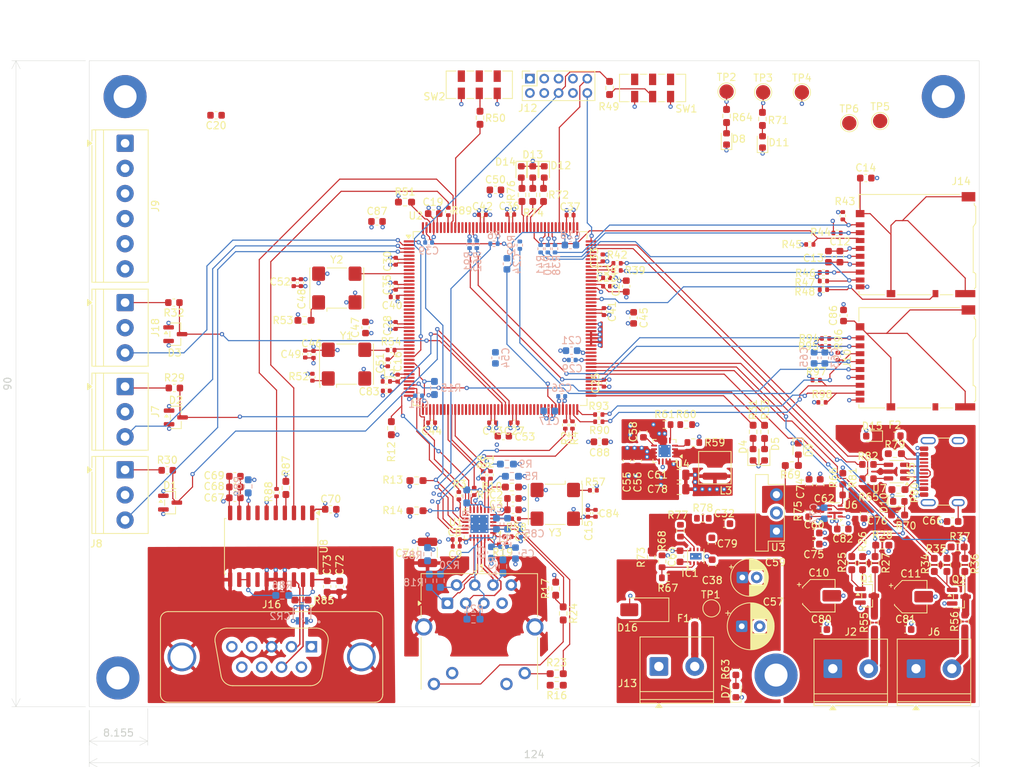
<source format=kicad_pcb>
(kicad_pcb (version 20241229) (generator "pcbnew") (generator_version "9.0")
  (layers (0 "F.Cu" signal) (4 "In1.Cu" signal) (6 "In2.Cu" signal) (8 "In3.Cu" signal) (10 "In4.Cu" signal) (2 "B.Cu" signal) (13 "F.Paste" user) (15 "B.Paste" user) (5 "F.SilkS" user "F.Silkscreen") (7 "B.SilkS" user "B.Silkscreen") (1 "F.Mask" user) (3 "B.Mask" user) (25 "Edge.Cuts" user))
  (net 0 "")
  (net 1 "GND")
  (net 2 "/MCU/NRST")
  (net 3 "/MCU/Clock_25Mhz")
  (net 4 "5V")
  (net 5 "3V3")
  (net 6 "12.8V_BAT")
  (net 7 "3V3A")
  (net 8 "Net-(C24-Pad1)")
  (net 9 "/Control/Servo.Signal1")
  (net 10 "/Control/Servo.Signal2")
  (net 11 "/Control/Servo.Signal3")
  (net 12 "Net-(D4-A)")
  (net 13 "Net-(D5-A)")
  (net 14 "Net-(SW2-B)")
  (net 15 "Net-(D7-A)")
  (net 16 "Net-(D8-A)")
  (net 17 "Net-(D9-A)")
  (net 18 "/MCU/SWCLK")
  (net 19 "Net-(D14-A)")
  (net 20 "/Ethernet/RX_P")
  (net 21 "/Ethernet/TX_N")
  (net 22 "/Ethernet/TX_P")
  (net 23 "/Ethernet/RX_N")
  (net 24 "/CAN FD/CAN_P")
  (net 25 "/CAN FD/CAN_N")
  (net 26 "/Control/Servo1")
  (net 27 "/Ethernet/Eth.TXD0")
  (net 28 "/MCU/Boot")
  (net 29 "/Ethernet/Eth.RST")
  (net 30 "/Ethernet/LED1")
  (net 31 "/Ethernet/LED2")
  (net 32 "/Ethernet/Eth.TXD1")
  (net 33 "/Ethernet/Eth.TXEN")
  (net 34 "/Ethernet/Eth.RXD0")
  (net 35 "/Ethernet/Eth.RXD1")
  (net 36 "/Ethernet/Eth.CRS_DV")
  (net 37 "/Ethernet/Eth.MDIO")
  (net 38 "/MCU/SWO")
  (net 39 "/Ethernet/Eth.MDC")
  (net 40 "/CAN FD/CAN.TXD")
  (net 41 "/CAN FD/CAN.RXD")
  (net 42 "/Ethernet/Eth.REFCLKO")
  (net 43 "/MCU/USBC.DP")
  (net 44 "/MCU/SWDIO")
  (net 45 "/MCU/USBC.DM")
  (net 46 "Net-(F1-Pad1)")
  (net 47 "/MCU/SD.DET")
  (net 48 "5V_BAT")
  (net 49 "Net-(U1-VDDCR)")
  (net 50 "5V_USB")
  (net 51 "Net-(C17-Pad1)")
  (net 52 "Net-(C18-Pad1)")
  (net 53 "/Alimentation/LED1")
  (net 54 "/Alimentation/LED2")
  (net 55 "/Alimentation/LED3")
  (net 56 "Net-(C19-Pad1)")
  (net 57 "Net-(Y1-EN)")
  (net 58 "Net-(U2-VBAT)")
  (net 59 "Net-(U2-VCAPDSI)")
  (net 60 "/Alimentation/EFUSE_FLT")
  (net 61 "CHASSIS_ETH")
  (net 62 "12.8V")
  (net 63 "/Control/GPIO4")
  (net 64 "/Control/GPIO3")
  (net 65 "Net-(U8-VISOIN)")
  (net 66 "Net-(U4-SS{slash}TR)")
  (net 67 "/MCU/Clock_32.768khz")
  (net 68 "/Control/GPIO2")
  (net 69 "/Control/GPIO6")
  (net 70 "Net-(IC1-DVDT)")
  (net 71 "Net-(J15-SHIELD)")
  (net 72 "/Control/GPIO5")
  (net 73 "/Control/GPIO1")
  (net 74 "Net-(D10-A)")
  (net 75 "Net-(D11-A)")
  (net 76 "Net-(D12-A)")
  (net 77 "/Control/Heater1")
  (net 78 "Net-(D13-A)")
  (net 79 "Net-(F2-Pad1)")
  (net 80 "Net-(J1-Pad12)")
  (net 81 "Net-(J1-Pad9)")
  (net 82 "CHASSIS_CAN")
  (net 83 "/USB/D+")
  (net 84 "/USB/D-")
  (net 85 "/Control/Servo2")
  (net 86 "/Control/Servo3")
  (net 87 "/Control/Heater2")
  (net 88 "/Control/Heater3")
  (net 89 "Net-(Q1-D)")
  (net 91 "Net-(Q1-G)")
  (net 92 "Net-(Q2-D)")
  (net 93 "/Control/E-match1_Det")
  (net 94 "/Control/E-match1_Cont")
  (net 95 "/Control/E-match1")
  (net 96 "/Control/E-match2")
  (net 97 "/Control/E-match2_Det")
  (net 98 "/Control/E-match2_Cont")
  (net 101 "Net-(J15-CC2)")
  (net 102 "Net-(J15-CC1)")
  (net 103 "Net-(Q2-G)")
  (net 104 "Net-(U1-RXD1{slash}MODE1)")
  (net 105 "Net-(U1-~{INT}{slash}REFCLKO)")
  (net 106 "Net-(U1-RXER{slash}PHYAD0)")
  (net 107 "Net-(U1-TXEN)")
  (net 108 "Net-(U1-CRS_DV{slash}MODE2)")
  (net 109 "Net-(U1-RXD0{slash}MODE0)")
  (net 110 "Net-(U1-RBIAS)")
  (net 111 "Net-(U2-PDR_ON)")
  (net 112 "Net-(Y2-EN)")
  (net 113 "Net-(Y1-OUT)")
  (net 114 "Net-(U4-PG)")
  (net 115 "Net-(U4-FB)")
  (net 116 "Net-(U6-PR1)")
  (net 117 "Net-(IC1-~{EN}{slash}OVLO)")
  (net 118 "Net-(U6-ST)")
  (net 119 "Net-(IC1-ILM)")
  (net 120 "Net-(R81-Pad2)")
  (net 121 "Net-(R82-Pad1)")
  (net 193 "Net-(U8-EN{slash}FLT)")
  (net 194 "Net-(U8-VISOOUT)")
  (net 195 "Net-(U8-STB)")
  (net 196 "Net-(U8-RXD)")
  (net 197 "Net-(U2-PB9)")
  (net 202 "Net-(J2-Pad2)")
  (net 203 "Net-(J6-Pad2)")
  (net 204 "/Ethernet/TXD_P")
  (net 205 "/Ethernet/TXD_N")
  (net 206 "Net-(J14-SHIELD)")
  (net 207 "Net-(J14-DAT0)")
  (net 208 "Net-(J14-DAT2)")
  (net 209 "Net-(J14-DAT3{slash}CD)")
  (net 210 "Net-(J14-CLK)")
  (net 211 "Net-(J14-DAT1)")
  (net 212 "/MCU/CAN.FAULT")
  (net 214 "Net-(SW1-B)")
  (net 215 "/Ethernet/Eth_Clock_25Mhz")
  (net 216 "Net-(Y3-EN)")
  (net 217 "Net-(Y3-OUT)")
  (net 218 "/Alimentation/3V3_SW")
  (net 219 "Net-(J10-SHIELD)")
  (net 220 "Net-(J10-DAT0)")
  (net 221 "Net-(J10-DAT2)")
  (net 222 "/MCU/SD2.CMD")
  (net 224 "Net-(J10-CLK)")
  (net 225 "Net-(J10-DAT1)")
  (net 226 "Net-(J10-DAT3{slash}CD)")
  (net 227 "/MCU/SD1.CMD")
  (net 228 "/MCU/SD1.DAT2")
  (net 229 "/MCU/SD1.DAT0")
  (net 230 "/MCU/SD1.DAT3")
  (net 231 "/MCU/SD1.CLK")
  (net 232 "/MCU/SD1.DAT1")
  (net 233 "/MCU/SD2.DAT2")
  (net 234 "/MCU/SD2.DAT0")
  (net 235 "/MCU/SD2.DAT3")
  (net 236 "/MCU/SD2.CLK")
  (net 237 "/MCU/SD2.DAT1")
  (net 239 "3V3A_Eth")
  (footprint "Resistor_SMD:R_0402_1005Metric" (layer "F.Cu") (at 206.341546 154.310284)
    (property "Reference" "C7")
    (property "Value" "100n")
  )
  (footprint "Resistor_SMD:R_0603_1608Metric" (layer "F.Cu") (at 228.175 138.7)
    (property "Reference" "R61")
    (property "Value" "316k")
  )
  (footprint "Resistor_SMD:R_0603_1608Metric_Pad0.98x0.95mm_HandSolder" (layer "F.Cu") (at 193.6 146.5)
    (property "Reference" "R13")
    (property "Value" "10k" (hide yes))
  )
  (footprint "Package_DFN_QFN:VQFN-16-1EP_3x3mm_P0.5mm_EP1.68x1.68mm_ThermalVias" (layer "F.Cu") (at 228.16 142.378 180)
    (property "Reference" "U4")
    (property "Value" "TPS62130")
  )
  (footprint "Resistor_SMD:R_0603_1608Metric" (layer "F.Cu") (at 227.818 157.75 90)
    (property "Reference" "R68")
    (property "Value" "R_US" (hide yes))
  )
  (footprint "TestPoint:TestPoint_Pad_D2.0mm" (layer "F.Cu") (at 236.8 92.3)
    (property "Reference" "TP2")
    (property "Value" "TestPoint")
  )
  (footprint "TerminalBlock_Phoenix:TerminalBlock_Phoenix_PT-1,5-2-5.0-H_1x02_P5.00mm_Horizontal" (layer "F.Cu") (at 251.606 172.71)
    (property "Reference" "J2")
    (property "Value" "Ematch1")
  )
  (footprint "Resistor_SMD:R_0603_1608Metric_Pad0.98x0.95mm_HandSolder" (layer "F.Cu") (at 192 107.7)
    (property "Reference" "R51")
    (property "Value" "10k")
  )
  (footprint "Resistor_SMD:R_0603_1608Metric_Pad0.98x0.95mm_HandSolder" (layer "F.Cu") (at 226.3 157.2 90)
    (property "Reference" "R73")
    (property "Value" "0" (hide yes))
  )
  (footprint "Capacitor_SMD:C_0603_1608Metric" (layer "F.Cu") (at 253.1 123.5 90)
    (property "Reference" "C86")
    (property "Value" "100n")
  )
  (footprint "Capacitor_SMD:C_0402_1005Metric" (layer "F.Cu") (at 204.208 138.429 180)
    (property "Reference" "C43")
    (property "Value" "100n")
  )
  (footprint "Capacitor_SMD:C_0402_1005Metric" (layer "F.Cu") (at 218.541546 151.060284 90)
    (property "Reference" "C84")
    (property "Value" "10u")
  )
  (footprint "Capacitor_SMD:C_0603_1608Metric" (layer "F.Cu") (at 165.675 95.6 180)
    (property "Reference" "C20")
    (property "Value" "100n")
  )
  (footprint "Capacitor_SMD:C_0603_1608Metric" (layer "F.Cu") (at 159.8 121.7 180)
    (property "Reference" "R32")
    (property "Value" "33")
  )
  (footprint "Capacitor_SMD:C_0603_1608Metric" (layer "F.Cu") (at 238.1 172.8 90)
    (property "Reference" "R63")
    (property "Value" "4.7k")
  )
  (footprint "Capacitor_SMD:C_0402_1005Metric" (layer "F.Cu") (at 190.708 115.942703 90)
    (property "Reference" "C30")
    (property "Value" "100n")
  )
  (footprint "Resistor_SMD:R_0603_1608Metric_Pad0.98x0.95mm_HandSolder" (layer "F.Cu") (at 208.3 106.7 -90)
    (property "Reference" "R76")
    (property "Value" "680")
  )
  (footprint "Resistor_SMD:R_0402_1005Metric" (layer "F.Cu") (at 219 137.3)
    (property "Reference" "R93")
    (property "Value" "22")
  )
  (footprint "Capacitor_SMD:C_0603_1608Metric" (layer "F.Cu") (at 181.155 161.25 90)
    (property "Reference" "C73")
    (property "Value" "100nF")
  )
  (footprint "Resistor_SMD:R_0603_1608Metric_Pad0.98x0.95mm_HandSolder" (layer "F.Cu") (at 190.1 139.2 90)
    (property "Reference" "R12")
    (property "Value" "1k" (hide yes))
  )
  (footprint "Connector_USB:USB_C_Receptacle_GCT_USB4105-xx-A_16P_TopMnt_Horizontal" (layer "F.Cu") (at 268 145.25 90)
    (property "Reference" "J15")
    (property "Value" "USB_C_Receptacle_USB2.0_14P")
  )
  (footprint "TestPoint:TestPoint_Pad_D2.0mm" (layer "F.Cu") (at 258.2 96.4)
    (property "Reference" "TP5")
    (property "Value" "TestPoint")
  )
  (footprint "Oscillator:Oscillator_SMD_Abracon_ASV-4Pin_7.0x5.1mm" (layer "F.Cu") (at 182.5 119.675)
    (property "Reference" "Y2")
    (property "Value" "ASV-32.768kHz")
  )
  (footprint "Capacitor_SMD:C_0603_1608Metric" (layer "F.Cu") (at 261.75 167.25)
    (property "Reference" "C81")
    (property "Value" "1u")
  )
  (footprint "Capacitor_SMD:C_0603_1608Metric" (layer "F.Cu") (at 182.905 161.25 90)
    (property "Reference" "C72")
    (property "Value" "1u")
  )
  (footprint "Capacitor_SMD:C_0402_1005Metric" (layer "F.Cu") (at 219.708 122.955563 -90)
    (property "Reference" "C41")
    (property "Value" "100n")
  )
  (footprint "Capacitor_SMD:C_0402_1005Metric" (layer "F.Cu") (at 199.141546 155.660284 180)
    (property "Reference" "C9")
    (property "Value" "100n")
  )
  (footprint "Capacitor_SMD:C_0603_1608Metric" (layer "F.Cu") (at 256.5 146.25)
    (property "Reference" "R81")
    (property "Value" "22")
  )
  (footprint "TerminalBlock_Phoenix:TerminalBlock_Phoenix_PT-1,5-3-3.5-H_1x03_P3.50mm_Horizontal" (layer "F.Cu") (at 153 121.7 -90)
    (property "Reference" "J18")
    (property "Value" "Screw_Terminal_3_P3.50mm")
  )
  (footprint "Capacitor_SMD:C_0402_1005Metric" (layer "F.Cu") (at 206.728 109.429)
    (property "Reference" "C36")
    (property "Value" "100n")
  )
  (footprint "Resistor_SMD:R_0603_1608Metric_Pad0.98x0.95mm_HandSolder" (layer "F.Cu") (at 193.6 150.7)
    (property "Reference" "R14")
    (property "Value" "10k")
  )
  (footprint "Capacitor_SMD:C_0402_1005Metric" (layer "F.Cu") (at 207.391546 151.810284 180)
    (property "Reference" "R58")
    (property "Value" "0")
  )
  (footprint "Package_DFN_QFN:VQFN-24-1EP_4x4mm_P0.5mm_EP2.5x2.5mm_ThermalVias" (layer "F.Cu") (at 202.366546 152.531284 180)
    (property "Reference" "U1")
    (property "Value" "LAN8742A" (hide yes))
  )
  (footprint "Capacitor_SMD:C_0603_1608Metric" (layer "F.Cu") (at 268.3 152.2 180)
    (property "Reference" "C66")
    (property "Value" "10n")
  )
  (footprint "Resistor_SMD:R_0402_1005Metric" (layer "F.Cu") (at 252.2 112)
    (property "Reference" "R44")
    (property "Value" "10k")
  )
  (footprint "Capacitor_SMD:C_0603_1608Metric" (layer "F.Cu") (at 188.1 110.4)
    (property "Reference" "C87")
    (property "Value" "10u")
  )
  (footprint "Resistor_SMD:R_0603_1608Metric_Pad0.98x0.95mm_HandSolder" (layer "F.Cu") (at 178 124.175)
    (property "Reference" "R53")
    (property "Value" "10k")
  )
  (footprint "Capacitor_SMD:C_0402_1005Metric" (layer "F.Cu") (at 177.5 118.925 -90)
    (property "Reference" "C48")
    (property "Value" "100n")
  )
  (footprint "Resistor_SMD:R_0402_1005Metric" (layer "F.Cu") (at 199.5 148.6 -90)
    (property "Reference" "R3")
    (property "Value" "22")
  )
  (footprint "Resistor_SMD:R_0603_1608Metric_Pad0.98x0.95mm_HandSolder" (layer "F.Cu") (at 270 166.1375 90)
    (property "Reference" "R56")
    (property "Value" "0")
  )
  (footprint "Capacitor_SMD:C_0805_2012Metric" (layer "F.Cu") (at 230.175 147.7 180)
    (property "Reference" "C78")
    (property "Value" "22u")
  )
  (footprint "Capacitor_SMD:C_0402_1005Metric" (layer "F.Cu") (at 190.5 120.925 180)
    (property "Reference" "C40")
    (property "Value" "100n")
  )
  (footprint "Resistor_SMD:R_0603_1608Metric" (layer "F.Cu") (at 233.5 151.75)
    (property "Reference" "R78")
    (property "Value" "R_US" (hide yes))
  )
  (footprint "Resistor_SMD:R_0603_1608Metric_Pad0.98x0.95mm_HandSolder" (layer "F.Cu") (at 265.75 158.25 -90)
    (property "Reference" "R34")
    (property "Value" "22")
  )
  (footprint "Capacitor_SMD:C_0603_1608Metric" (layer "F.Cu") (at 250 167.25)
    (property "Reference" "C80")
    (property "Value" "1u")
  )
  (footprint "Resistor_SMD:R_0402_1005Metric" (layer "F.Cu") (at 250.3 117.5)
    (property "Reference" "R46")
    (property "Value" "10k")
  )
  (footprint "Diode_SMD:D_SMA" (layer "F.Cu") (at 225.25 164.5 180)
    (property "Reference" "D16")
    (property "Value" "SMAJ20A")
  )
  (footprint "Resistor_SMD:R_0402_1005Metric" (layer "F.Cu") (at 250.3 119.9)
    (property "Reference" "R48")
    (property "Value" "10k")
  )
  (footprint "Capacitor_SMD:C_0402_1005Metric" (layer "F.Cu") (at 215.0032 109.5178)
    (property "Reference" "C37")
    (property "Value" "100n")
  )
  (footprint "Inductor_SMD:L_Coilcraft_XAL4020-XXX" (layer "F.Cu") (at 235.175 144.7 -90)
    (property "Reference" "L3")
    (property "Value" "2.2u")
  )
  (footprint "Resistor_SMD:R_0603_1608Metric" (layer "F.Cu") (at 231.175 138.7)
    (property "Reference" "R60")
    (property "Value" "100k")
  )
  (footprint "Capacitor_SMD:C_0603_1608Metric" (layer "F.Cu") (at 248.3 147.1 90)
    (property "Reference" "C74")
    (property "Value" "100n")
  )
  (footprint "Resistor_SMD:R_0402_1005Metric" (layer "F.Cu") (at 219.01 138.3)
    (property "Reference" "R90")
    (property "Value" "22")
  )
  (footprint "Resistor_SMD:R_0603_1608Metric_Pad0.98x0.95mm_HandSolder" (layer "F.Cu") (at 202.45 95.95 -90)
    (property "Reference" "R50")
    (property "Value" "10k")
  )
  (footprint "LED_SMD:LED_0603_1608Metric" (layer "F.Cu") (at 241.8125 99.3125 90)
    (property "Reference" "D11")
    (property "Value" "LED")
  )
  (footprint "Resistor_SMD:R_0402_1005Metric" (layer "F.Cu") (at 249.3 132.5)
    (property "Reference" "R97")
    (property "Value" "10k")
  )
  (footprint "Capacitor_SMD:CP_Elec_4x5.4" (layer "F.Cu") (at 262.466 162.6745)
    (property "Reference" "C11")
    (property "Value" "47uF")
  )
  (footprint "Converter_DCDC:Converter_DCDC_Murata_OKI-78SR_Vertical" (layer "F.Cu") (at 243.75 153.54 90)
    (property "Reference" "U3")
    (property "Value" "OKI-78SR-5_1.5-W36-C" (hide yes))
  )
  (footprint "Resistor_SMD:R_0603_1608Metric_Pad0.98x0.95mm_HandSolder" (layer "F.Cu") (at 260.25 142.75 180)
    (property "Reference" "R79")
    (property "Value" "5.1k")
  )
  (footprint "Capacitor_SMD:C_0603_1608Metric" (layer "F.Cu") (at 253.75 148.5)
    (property "Reference" "R65")
    (property "Value" "365k" (hide yes))
  )
  (footprint "PCM_SL_Mechanical:MountingHole_3.2mm_With_Spacer_H10mm" (layer "F.Cu") (at 153 93)
    (property "Reference" "H2" (hide yes))
    (property "Value" "M3_Hole_With_Spacer_H10mm")
  )
  (footprint "Resistor_SMD:R_0603_1608Metric" (layer "F.Cu") (at 228.618 160.05 180)
    (property "Reference" "R67")
    (property "Value" "R_US" (hide yes))
  )
  (footprint "Capacitor_SMD:C_0603_1608Metric" (layer "F.Cu") (at 248.95 153.8)
    (property "Reference" "C60")
    (property "Value" "100n")
  )
  (footprint "Resistor_SMD:R_0603_1608Metric_Pad0.98x0.95mm_HandSolder" (layer "F.Cu") (at 214.041546 165.010284 -90)
    (property "Reference" "R24")
    (property "Value" "270")
  )
  (footprint "Capacitor_SMD:C_0603_1608Metric" (layer "F.Cu") (at 168.3 145.9)
    (property "Reference" "C69")
    (property "Value" "10u")
  )
  (footprint "Resistor_SMD:R_0603_1608Metric_Pad0.98x0.95mm_HandSolder" (layer "F.Cu") (at 240.5 139.7 90)
    (property "Reference" "R31")
    (property "Value" "680")
  )
  (footprint "Resistor_SMD:R_0402_1005Metric" (layer "F.Cu") (at 203.919546 145.713284 -90)
    (property "Reference" "R1")
    (property "Value" "22")
  )
  (footprint "Resistor_SMD:R_0603_1608Metric_Pad0.98x0.95mm_HandSolder" (layer "F.Cu") (at 177.577753 163.145489)
    (property "Reference" "R85")
    (property "Value" "120")
  )
  (footprint "Resistor_SMD:R_0603_1608Metric_Pad0.98x0.95mm_HandSolder" (layer "F.Cu") (at 220.5 91.8 90)
    (property "Reference" "R49")
    (property "Value" "10k")
  )
  (footprint "Package_TO_SOT_SMD:SOT-23" (layer "F.Cu") (at 269.175 162.6745)
    (property "Reference" "Q2")
    (property "Value" "AO3400A")
  )
  (footprint "Resistor_SMD:R_0402_1005Metric" (layer "F.Cu") (at 202.894546 145.713284 -90)
    (property "Reference" "R8")
    (property "Value" "22")
  )
  (footprint "Resistor_SMD:R_0603_1608Metric_Pad0.98x0.95mm_HandSolder" (layer "F.Cu") (at 241.8 96.1125 90)
    (property "Reference" "R71")
    (property "Value" "680")
  )
  (footprint "Capacitor_SMD:C_0402_1005Metric" (layer "F.Cu") (at 190.0604 128.3138)
    (property "Reference" "R54")
    (property "Value" "0" (hide yes))
  )
  (footprint "Capacitor_SMD:C_0402_1005Metric" (layer "F.Cu") (at 190.692985 124.887749 90)
    (property "Reference" "C28")
    (property "Value" "100n")
  )
  (footprint "Oscillator:Oscillator_SMD_Abracon_ASV-4Pin_7.0x5.1mm" (layer "F.Cu") (at 212.941546 149.810284 180)
    (property "Reference" "Y3")
    (property "Value" "ASV-25.000MHz")
  )
  (footprint "Capacitor_SMD:C_0402_1005Metric" (layer "F.Cu") (at 202.7884 109.467)
    (property "Reference" "C42")
    (property "Value" "100n")
  )
  (footprint "Capacitor_SMD:C_0402_1005Metric" (layer "F.Cu") (at 178.1 128.875 -90)
    (property "Reference" "C49")
    (property "Value" "10u")
  )
  (footprint "Capacitor_SMD:C_0603_1608Metric" (layer "F.Cu") (at 252.6 115.3 -90)
    (property "Reference" "C12")
    (property "Value" "100n")
  )
  (footprint "Capacitor_SMD:C_0603_1608Metric" (layer "F.Cu") (at 204.6 106)
    (property "Reference" "C50")
    (property "Value" "1u")
  )
  (footprint "Connector_Dsub:DSUB-9_Socket_Vertical_P2.77x2.84mm_MountingHoles" (layer "F.Cu") (at 178.955 169.65)
    (property "Reference" "J16")
    (property "Value" "DE9_Socket_MountingHoles")
  )
  (footprint "Fuse:Fuse_0603_1608Metric" (layer "F.Cu") (at 260.25 140.25 180)
    (property "Reference" "F2")
    (property "Value" "Polyfuse")
  )
  (footprint "Capacitor_SMD:C_0402_1005Metric" (layer "F.Cu") (at 219.55 115.475 90)
    (property "Reference" "C33")
    (property "Value" "100n")
  )
  (footprint "Package_TO_SOT_SMD:SOT-23" (layer "F.Cu") (at 256.392 162.5475)
    (property "Reference" "Q1")
    (property "Value" "AO3400A")
  )
  (footprint "Capacitor_SMD:C_0402_1005Metric" (layer "F.Cu") (at 218.241546 147.860284 180)
    (property "Reference" "R57")
    (property "Value" "10k")
  )
  (footprint "Oscillator:Oscillator_SMD_Abracon_ASV-4Pin_7.0x5.1mm" (layer "F.Cu") (at 183.85 130.275)
    (property "Reference" "Y1")
    (property "Value" "ASV-25.000MHz")
  )
  (footprint "Resistor_SMD:R_0402_1005Metric" (layer "F.Cu") (at 221.55 117.225)
    (property "Reference" "R39")
    (property "Value" "22" (hide yes))
  )
  (footprint "Package_QFP:LQFP-176_24x24mm_P0.5mm" (layer "F.Cu") (at 205.25 123.925)
    (property "Reference" "U2")
    (property "Value" "STM32H747IITx")
  )
  (footprint "Capacitor_SMD:C_0603_1608Metric" (layer "F.Cu") (at 222.925 143.7 -90)
    (property "Reference" "C55")
    (property "Value" "10u")
  )
  (footprint "LED_SMD:LED_0603_1608Metric" (layer "F.Cu") (at 211.4 103.5 -90)
    (property "Reference" "D12")
    (property "Value" "LED")
  )
  (footprint "TerminalBlock_Phoenix:TerminalBlock_Phoenix_PT-1,5-2-5.0-H_1x02_P5.00mm_Horizontal" (layer "F.Cu") (at 227.37 172.4)
    (property "Reference" "J13")
    (property "Value" "Screw_Terminal_2_P5.00mm" (hide yes))
  )
  (footprint "Capacitor_SMD:C_0603_1608Metric" (layer "F.Cu") (at 253 153.25)
    (property "Reference" "C82")
    (property "Value" "10u")
  )
  (footprint "Connector_PinSocket_2.00mm:PinSocket_2x05_P2.00mm_Vertical" (layer "F.Cu") (at 209.4 90.5 90)
    (property "Reference" "J12")
    (property "Value" "Conn_02x05_Counter_Clockwise")
  )
  (footprint "LED_SMD:LED_0603_1608Metric" (layer "F.Cu") (at 208.2 103.5 -90)
    (property "Reference" "D14")
    (property "Value" "LED")
  )
  (footprint "Resistor_SMD:R_0402_1005Metric" (layer "F.Cu") (at 174.105 148.175 -90)
    (property "Reference" "R88")
    (property "Value" "22")
  )
  (footprint "PCM_SL_Mechanical:MountingHole_3.2mm_With_Spacer_H10mm" (layer "F.Cu") (at 152 174)
    (property "Reference" "H3" (hide yes))
    (property "Value" "M3_Hole_With_Spacer_H10mm")
  )
  (footprint "Resistor_SMD:R_0603_1608Metric_Pad0.98x0.95mm_HandSolder" (layer "F.Cu") (at 209.8 106.7 -90)
    (property "Reference" "R74")
    (property "Value" "680")
  )
  (footprint "Capacitor_SMD:C_0603_1608Metric" (layer "F.Cu") (at 196 109.3 180)
    (property "Reference" "C19")
    (property "Value" "2.2u")
  )
  (footprint "Capacitor_SMD:C_0603_1608Metric" (layer "F.Cu") (at 224.425 143.7 -90)
    (property "Reference" "C56")
    (property "Value" "0.1u")
  )
  (footprint "Package_TO_SOT_SMD:SOT-23" (layer "F.Cu") (at 159.2735 149.572)
    (property "Reference" "D1")
    (property "Value" "BAV99")
  )
  (footprint "TerminalBlock_Phoenix:TerminalBlock_Phoenix_PT-1,5-3-3.5-H_1x03_P3.50mm_Horizontal" (layer "F.Cu") (at 153 133.4 -90)
    (property "Reference" "J7")
    (property "Value" "Screw_Terminal_3_P3.50mm")
  )
  (footprint "Resistor_SMD:R_0603_1608Metric" (layer "F.Cu") (at 230.378 153.48 90)
    (property "Reference" "R77")
    (property "Value" "1k" (hide yes))
  )
  (footprint "Capacitor_SMD:C_0402_1005Metric" (layer "F.Cu") (at 189.4 134 180)
    (property "Reference" "C83")
    (property "Value" "100n")
  )
  (footprint "Capacitor_SMD:C_0603_1608Metric" (layer "F.Cu") (at 248.25 150.75 90)
    (property "Reference" "R75")
    (property "Value" "10k" (hide yes))
  )
  (footprint "Capacitor_SMD:C_0603_1608Metric" (layer "F.Cu") (at 207.044546 148.988284)
    (property "Reference" "C2")
    (property "Value" "1uF" (hide yes))
  )
  (footprint "Capacitor_SMD:C_0402_1005Metric" (layer "F.Cu") (at 220.0832 119.4238)
    (property "Reference" "C23")
    (property "Value" "100n")
  )
  (footprint "Capacitor_SMD:C_0402_1005Metric" (layer "F.Cu") (at 217.491546 151.060284 90)
    (property "Reference" "C15")
    (property "Value" "100n")
  )
  (footprint "Package_SON:WSON-8-1EP_2x2mm_P0.5mm_EP0.9x1.6mm_ThermalVias" (layer "F.Cu") (at 232.518 157.05 90)
    (property "Reference" "IC1")
    (property "Value" "TPS259573DSGR" (hide yes))
  )
  (footprint "Capacitor_SMD:C_1210_3225Metric" (layer "F.Cu") (at 195.141546 156.510284 -90)
    (property "Reference" "C71")
    (property "Value" "1000p - 2000V")
  )
  (footprint "Resistor_SMD:R_0402_1005Metric" (layer "F.Cu") (at 252.3 129.2 -90)
    (property "Reference" "R96")
    (property "Value" "10k")
  )
  (footprint "Resistor_SMD:R_0603_1608Metric_Pad0.98x0.95mm_HandSolder" (layer "F.Cu") (at 212.991546 161.560284 90)
    (property "Reference" "R17")
    (property "Value" "10k")
  )
  (footprint "Capacitor_SMD:C_0402_1005Metric" (layer "F.Cu") (at 219.708 132.929 90)
    (property "Reference" "C25")
    (property "Value" "100n")
  )
  (footprint "Resistor_SMD:R_0402_1005Metric" (layer "F.Cu") (at 201.641546 148.010284 -90)
    (property "Reference" "R7")
    (property "Value" "22")
  )
  (footprint "Capacitor_SMD:C_0402_1005Metric" (layer "F.Cu") (at 207.208 138.429 180)
    (property "Reference" "C27")
    (property "Value" "100n")
  )
  (footprint "LED_SMD:LED_0603_1608Metric" (layer "F.Cu") (at 246.8 142.1 -90)
    (property "Reference" "D9")
    (property "Value" "LED")
  )
  (footprint "TestPoint:TestPoint_Pad_D2.0mm" (layer "F.Cu") (at 241.9 92.4)
    (property "Reference" "TP3")
    (property "Value" "TestPoint")
  )
  (footprint "LED_SMD:LED_0603_1608Metric" (layer "F.Cu") (at 238.1 175.9 90)
    (property "Reference" "D7")
    (property "Value" "LED" (hide yes))
  )
  (footprint "Capacitor_SMD:C_0603_1608Metric" (layer "F.Cu") (at 181.655 150.5)
    (property "Reference" "C70")
    (property "Value" "100nF")
  )
  (footprint "Connector_Card:microSD_HC_Hirose_DM3AT-SF-PEJM5" (layer "F.Cu") (at 263.135 113.63 90)
    (property "Reference" "J14")
    (property "Value" "Micro_SD_Card_Det_Hirose_DM3AT")
  )
  (footprint "Resistor_SMD:R_0402_1005Metric" (layer "F.Cu") (at 250.6 127.8)
    (property "Reference" "R95")
    (property "Value" "10k")
  )
  (footprint "Connector_RJ:RJ45_Wuerth_7499010211A_Horizontal" (layer "F.Cu") (at 197.911546 163.590284)
    (property "Reference" "J1")
    (property "Value" "RJ45_Wuerth_7499010211A")
  )
  (footprint "Resistor_SMD:R_0603_1608Metric_Pad0.98x0.95mm_HandSolder" (layer "F.Cu") (at 254.25 158 -90)
    (property "Reference" "R25")
    (property "Value" "22")
  )
  (footprint "Resistor_SMD:R_0402_1005Metric" (layer "F.Cu") (at 248.4 113.6)
    (property "Reference" "R45")
    (property "Value" "10k")
  )
  (footprint "Resistor_SMD:R_0402_1005Metric" (layer "F.Cu") (at 250.3 118.7)
    (property "Reference" "R47")
    (property "Value" "10k")
  )
  (footprint "LED_SMD:LED_0603_1608Metric" (layer "F.Cu") (at 236.8 98.9 90)
    (property "Reference" "D8")
    (property "Value" "LED")
  )
  (footprint "Capacitor_SMD:C_0402_1005Metric" (layer "F.Cu") (at 189.6032 130.0918 -90)
    (property "Reference" "C51")
    (property "Value" "*")
  )
  (footprint "Capacitor_SMD:C_0603_1608Metric" (layer "F.Cu") (at 256.2 104.35)
    (property "Reference" "C14")
    (property "Value" "100n")
  )
  (footprint "Capacitor_SMD:C_0603_1608Metric" (layer "F.Cu") (at 249.85 147.1 90)
    (property "Reference" "C62")
    (property "Value" "22u")
  )
  (footprint "Capacitor_SMD:C_0603_1608Metric" (layer "F.Cu") (at 234.75 155.25 90)
    (property "Reference" "C79")
    (property "Value" "1u")
  )
  (footprint "Resistor_SMD:R_0603_1608Metric_Pad0.98x0.95mm_HandSolder" (layer "F.Cu") (at 211.3 106.7 -90)
    (property "Reference" "R72")
    (property "Value" "680")
  )
  (footprint "Resistor_SMD:R_0603_1608Metric_Pad0.98x0.95mm_HandSolder" (layer "F.Cu") (at 257.5 158 90)
    (property "Reference" "R27")
    (property "Value" "50k")
  )
  (footprint "Resistor_SMD:R_0603_1608Metric_Pad0.98x0.95mm_HandSolder" (layer "F.Cu") (at 242.1 139.7125 90)
    (property "Reference" "R33")
    (property "Value" "680")
  )
  (footprint "Resistor_SMD:R_0402_1005Metric" (layer "F.Cu") (at 250.6 126.7)
    (property "Reference" "R94")
    (property "Value" "10k")
  )
  (footprint "Capacitor_SMD:C_0603_1608Metric" (layer "F.Cu") (at 168.3 147.4)
    (property "Reference" "C68")
    (property "Value" "1u")
  )
  (footprint "Resistor_SMD:R_0402_1005Metric" (layer "F.Cu") (at 250.1 135.6)
    (property "Reference" "R98")
    (property "Value" "10k")
  )
  (footprint "Capacitor_SMD:C_0603_1608Metric" (layer "F.Cu") (at 222.8264 119.4238 90)
    (property "Reference" "C22")
    (property "Value" "1u")
  )
  (footprint "Resistor_SMD:R_0603_1608Metric_Pad0.98x0.95mm_HandSolder" (layer "F.Cu") (at 258.5 155.5)
    (property "Reference" "R28")
    (property "Value" "10k")
  )
  (footprint "TerminalBlock_Phoenix:TerminalBlock_Phoenix_PT-1,5-3-3.5-H_1x03_P3.50mm_Horizontal" (layer "F.Cu") (at 153 145 -90)
    (property "Reference" "J8")
    (property "Value" "Screw_Terminal_3_P3.50mm")
  )
  (footprint "Capacitor_SMD:C_0603_1608Metric" (layer "F.Cu") (at 253 146.25 -90)
    (property "Reference" "R66")
    (property "Value" "100k" (hide yes))
  )
  (footprint "Resistor_SMD:R_0603_1608Metric_Pad0.98x0.95mm_HandSolder" (layer "F.Cu") (at 175.405 147.525 90)
    (property "Reference" "R87")
    (property "Value" "10k")
  )
  (footprint "Resistor_SMD:R_0603_1608Metric_Pad0.98x0.95mm_HandSolder" (layer "F.Cu") (at 260.7 151.3 180)
    (property "Reference" "R70")
    (property "Value" "1.5k")
  )
  (footprint "Resistor_SMD:R_0402_1005Metric" (layer "F.Cu") (at 189.4 132.6826 180)
    (property "Reference" "L2")
    (property "Value" "L_Ferrite")
  )
  (footprint "Resistor_SMD:R_0402_1005Metric" (layer "F.Cu") (at 221.55 116.225)
    (property "Reference" "R42")
    (property "Value" "22" (hide yes))
  )
  (footprint "Resistor_SMD:R_0603_1608Metric_Pad0.98x0.95mm_HandSolder" (layer "F.Cu") (at 257.4 166.2875 90)
    (property "Reference" "R55")
    (property "Value" "0")
  )
  (footprint "Button_Switch_SMD:SW_DPDT_CK_JS202011JCQN" (layer "F.Cu") (at 202.35 91.35 180)
    (property "Reference" "SW2")
    (property "Value" "BOOT")
  )
  (footprint "TestPoint:TestPoint_Pad_D2.0mm" (layer "F.Cu") (at 234.7 164.3)
    (property "Reference" "TP1")
    (property "Value" "TestPoint")
  )
  (footprint "Package_SO:SOIC-20W_7.5x12.8mm_P1.27mm" (layer "F.Cu") (at 173.355 155.65 -90)
    (property "Reference" "U8")
    (property "Value" "ISOW1044")
  )
  (footprint "Resistor_SMD:R_0402_1005Metric" (layer "F.Cu") (at 198.033 109.004 90)
    (property "Reference" "R89")
    (property "Value" "22")
  )
  (footprint "Resistor_SMD:R_0402_1005Metric" (layer "F.Cu") (at 253 109.6 -90)
    (property "Reference" "R43")
    (property "Value" "10k")
  )
  (footprint "Capacitor_SMD:C_0603_1608Metric" (layer "F.Cu") (at 223.85 123.825 -90)
    (property "Reference" "C45")
    (property "Value" "1u")
  )
  (footprint "Capacitor_SMD:C_0402_1005Metric" (layer "F.Cu") (at 195.708 138.429 180)
    (property "Reference" "C44")
    (property "Value" "100n")
  )
  (footprint "Capacitor_SMD:C_0603_1608Metric" (layer "F.Cu") (at 158.8735 145.072)
    (property "Reference" "R30")
    (property "Value" "33")
  )
  (footprint "Resistor_SMD:R_0603_1608Metric_Pad0.98x0.95mm_HandSolder" (layer "F.Cu") (at 206.9 147.4 180)
    (property "Reference" "R10")
    (property "Value" "10k" (hide yes))
  )
  (footprint "Capacitor_SMD:C_0402_1005Metric" (layer "F.Cu") (at 179.1 132.1 -90)
    (property "Reference" "R52")
    (property "Value" "10k")
  )
  (footprint "Capacitor_SMD:C_0402_1005Metric" (layer "F.Cu") (at 190.9748 132.2254 90)
    (property "Reference" "C16")
    (property "Value" "100n")
  )
  (footprint "LED_SMD:LED_0603_1608Metric" (layer "F.Cu") (at 240.5 142.9 90)
    (property "Reference" "D4")
    (property "Value" "LED")
  )
  (footprint "Resistor_SMD:R_0603_1608Metric_Pad0.98x0.95mm_HandSolder" (layer "F.Cu") (at 267.5 158.25 90)
    (property "Reference" "R35")
    (property "Value" "10k")
  )
  (footprint "Capacitor_THT:CP_Radial_D5.0mm_P2.00mm" (layer "F.Cu") (at 239 160)
    (property "Reference" "C59")
    (property "Value" "10uF_25V" (hide yes))
  )
  (footprint "Capacitor_SMD:C_0603_1608Metric" (layer "F.Cu") (at 219.1 141.1)
    (property "Reference" "C88")
    (property "Value" "100u")
  )
  (footprint "Capacitor_SMD:C_0603_1608Metric" (layer "F.Cu") (at 248.95 155.35)
    (property "Reference" "C75")
    (property "Value" "22u")
  )
  (footprint "Resistor_SMD:R_0402_1005Metric" (layer "F.Cu") (at 199.141546 154.710284 180)
    (property "Reference" "C8")
    (property "Value" "100n")
  )
  (footprint "TestPoint:TestPoint_Pad_D2.0mm" (layer "F.Cu") (at 247.3 92.4)
    (property "Reference" "TP4")
    (property "Value" "TestPoint")
  )
  (footprint "Package_TO_SOT_SMD:SOT-583-8" (layer "F.Cu") (at 251.8954 150.75 180)
    (property "Reference" "U6")
    (property "Value" "TPS2116DRL" (hide yes))
  )
  (footprint "Resistor_SMD:R_0603_1608Metric_Pad0.98x0.95mm_HandSolder" (layer "F.Cu") (at 236.8 95.7 90)
    (property "Reference" "R64")
    (property "Value" "1.5k")
  )
  (footprint "Capacitor_SMD:C_0603_1608Metric" (layer "F.Cu") (at 225.225 139.7 90)
    (property "Reference" "C58")
    (property "Value" "3.3n")
  )
  (footprint "Fuse:Fuse_0603_1608Metric" (layer "F.Cu") (at 232.368 165.8 90)
    (property "Reference" "F1")
    (property "Value" "4A")
  )
  (footprint "Capacitor_SMD:C_0603_1608Metric" (layer "F.Cu") (at 255.95 151 -90)
    (property "Reference" "C76")
    (property "Value" "1u")
  )
  (footprint "Package_TO_SOT_SMD:SOT-23" (layer "F.Cu") (at 160.0675 137.7)
    (property "Reference" "D2")
    (property "Value" "BAV99")
  )
  (footprint "Capacitor_SMD:C_0805_2012Metric" (layer "F.Cu") (at 230.175 145.7 180)
    (property "Reference" "C61")
    (property "Value" "22u")
  )
  (footprint "Diode_SMD:D_0603_1608Metric" (layer "F.Cu") (at 257.05 140.3 180)
    (property "Reference" "D15")
    (property "Value" "6.4V")
  )
  (footprint "Capacitor_SMD:C_0603_1608Metric" (layer "F.Cu") (at 236.5 152.5)
    (property "Reference" "C32")
    (property "Value" "10u")
  )
  (footprint "Capacitor_SMD:C_0603_1608Metric" (layer "F.Cu") (at 186.5 125.175 90)
    (property "Reference" "C47")
    (property "Value" "1u")
  )
  (footprint "Resistor_SMD:R_0603_1608Metric_Pad0.98x0.95mm_HandSolder" (layer "F.Cu") (at 270 158.25 90)
    (property "Reference" "R36")
    (property "Value" "50k")
  )
  (footprint "Package_TO_SOT_SMD:SOT-23" (layer "F.Cu") (at 160 126.1)
    (property "Reference" "D3")
    (property "Value" "BAV99")
  )
  (footprint "Resistor_SMD:R_0603_1608Metric" (layer "F.Cu") (at 232.175 141.2)
    (property "Reference" "R59")
    (property "Value" "100k")
  )
  (footprint "Resistor_SMD:R_0603_1608Metric_Pad0.98x0.95mm_HandSolder" (layer "F.Cu") (at 245.9 144.4 180)
    (property "Reference" "R69")
    (property "Value" "1.5k")
  )
  (footprint "Resistor_SMD:R_0603_1608Metric_Pad0.98x0.95mm_HandSolder" (layer "F.Cu") (at 213.141546 175.010284 180)
    (property "Reference" "R16")
    (property "Value" "10k")
  )
  (footprint "Resistor_SMD:R_0402_1005Metric" (layer "F.Cu") (at 205.591546 155.360284)
    (property "Reference" "R19")
    (property "Value" "12.1k")
  )
  (footprint "Capacitor_SMD:CP_Elec_4x5.4" (layer "F.Cu") (at 249.661 162.5475)
    (property "Reference" "C10")
    (property "Value" "47uF")
  )
  (footprint "Resistor_SMD:R_0603_1608Metric_Pad0.98x0.95mm_HandSolder" (layer "F.Cu") (at 213.141546 173.410284 180)
    (property "Reference" "R23")
    (property "Value" "270")
  )
  (footprint "Capacitor_SMD:C_0402_1005Metric" (layer "F.Cu") (at 190.708 119.429 -90)
    (property "Reference" "C35")
    (property "Value" "100n")
  )
  (footprint "Capacitor_SMD:C_0402_1005Metric" (layer "F.Cu") (at 179.25 128.925 -90)
    (property "Reference" "C46")
    (property "Value" "100n")
  )
  (footprint "TerminalBlock_Phoenix:TerminalBlock_Phoenix_PT-1,5-6-3.5-H_1x06_P3.50mm_Horizontal" (layer "F.Cu") (at 153 99.5 -90)
    (property "Reference" "J9")
    (property "Value" "Screw_Terminal_6_P3.50mm")
  )
  (footprint "Capacitor_SMD:C_0603_1608Metric" (layer "F.Cu") (at 207.044546 150.563284)
    (property "Reference" "C3")
    (property "Value" "470pF" (hide yes))
  )
  (footprint "Capacitor_SMD:C_0402_1005Metric" (layer "F.Cu") (at 220.0832 118.2554)
    (property "Reference" "C34")
    (property "Value" "100n")
  )
  (footprint "TerminalBlock_Phoenix:TerminalBlock_Phoenix_PT-1,5-2-5.0-H_1x02_P5.00mm_Horizontal" (layer "F.Cu") (at 263.203 172.7075)
    (property "Reference" "J6")
    (property "Value" "Ematch2")
  )
  (footprint "Capacitor_SMD:C_0603_1608Metric" (layer "F.Cu") (at 205.7 140.3)
    (property "Reference" "C53")
    (property "Value" "1u")
  )
  (footprint "Resistor_SMD:R_0603_1608Metric_Pad0.98x0.95mm_HandSolder" (layer "F.Cu") (at 260.75 147.75 180)
    (property "Reference" "R80")
    (property "Value" "5.1k")
  )
  (footprint "LED_SMD:LED_0603_1608Metric" (layer "F.Cu") (at 209.8 103.5 -90)
    (property "Reference" "D13")
    (property "Value" "LED")
  )
  (footprint "Resistor_SMD:R_0402_1005Metric" (layer "F.Cu") (at 214.333 138.754 -90)
    (property "Reference" "R2")
    (property "Value" "22")
  )
  (footprint "Resistor_SMD:R_0603_1608Metric_Pad0.98x0.95mm_HandSolder" (layer "F.Cu") (at 255.75 158 90)
    (property "Reference" "R26")
    (property "Value" "10k")
  )
  (footprint "Button_Switch_SMD:SW_DPDT_CK_JS202011JCQN" (layer "F.Cu") (at 226.5 91.8 180)
    (property "Reference" "SW1")
    (property "Value" "RESET")
  )
  (footprint "PCM_SL_Mechanical:MountingHole_3.2mm_With_Spacer_H10mm" (layer "F.Cu") (at 243.7 173.6)
    (property "Reference" "H4" (hide yes))
    (property "Value" "M3_Hole_With_Spacer_H10mm")
  )
  (footprint "LED_SMD:LED_0603_1608Metric" (layer "F.Cu") (at 260.8 149.4)
    (property "Reference" "D10")
    (property "Value" "LED")
  )
  (footprint "Capacitor_SMD:C_0603_1608Metric" (layer "F.Cu") (at 256.5 144.25 180)
    (property "Reference" "R82")
    (property "Value" "22")
  )
  (footprint "Capacitor_SMD:C_0603_1608Metric" (layer "F.Cu") (at 234.8 158.3 90)
    (property "Reference" "C38")
    (property "Value" "100n")
  )
  (footprint "Package_TO_SOT_SMD:SOT-23-6" (layer "F.Cu") (at 260.5 145.25 180)
    (property "Reference" "U7")
    (property "Value" "USBLC6-2SC6")
  )
  (footprint "Capacitor_SMD:C_0603_1608Metric" (layer "F.Cu") (at 168.3 148.9)
    (property "Reference" "C67")
    (property "Value" "10nF")
  )
  (footprint "Capacitor_SMD:C_0603_1608Metric" (layer "F.Cu") (at 230.318 157.05 90)
    (property "Reference" "C64")
    (property "Value" "3.3n" (hide yes))
  )
  (footprint "Capacitor_SMD:C_0603_1608Metric" (layer "F.Cu") (at 251 115.3 -90)
    (property "Reference" "C13")
    (property "Value" "10u")
  )
  (footprint "Capacitor_SMD:C_0603_1608Metric" (layer "F.Cu") (at 159.8675 133.6)
    (property "Reference" "R29")
    (property "Value" "33")
  )
  (footprint "Resistor_SMD:R_0402_1005Metric" (layer "F.Cu") (at 215.333 138.754 -90)
    (property "Reference" "R4")
    (property "Value" "22")
  )
  (footprint "LED_SMD:LED_0603_1608Metric" (layer "F.Cu") (at 242.1 142.9 90)
    (property "Reference" "D5")
    (property "Value" "LED")
  )
  (footprint "Capacitor_SMD:C_0402_1005Metric" (layer "F.Cu") (at 176.5 118.925 -90)
    (property "Reference" "C52")
    (property "Value" "10u")
  )
  (footprint "PCM_SL_Mechanical:MountingHole_3.2mm_With_Spacer_H10mm" (layer "F.Cu") (at 267 93)
    (property "Reference" "H1" (hide yes))
    (property "Value" "M3_Hole_With_Spacer_H10mm")
  )
  (footprint "TestPoint:TestPoint_Pad_D2.0mm" (layer "F.Cu") (at 253.9 96.7)
    (property "Reference" "TP6")
    (property "Value" "TestPoint")
  )
  (footprint "Capacitor_THT:CP_Radial_D6.3mm_P2.50mm" (layer "F.Cu") (at 238.917621 166.8)
    (property "Reference" "C57")
    (property "Value" "100uF_25V" (hide yes))
  )
  (footprint "Connector_Card:microSD_HC_Hirose_DM3AT-SF-PEJM5" (layer "F.Cu") (at 263.125 129.4 90)
    (property "Reference" "J10")
    (property "Value" "Micro_SD_Card_Det_Hirose_DM3AT")
  )
  (footprint "Resistor_SMD:R_0603_1608Metric_Pad0.98x0.95mm_HandSolder" (layer "F.Cu") (at 269 155.75 180)
    (property "Reference" "R37")
    (property "Value" "10k")
  )
  (footprint "Resistor_SMD:R_0402_1005Metric" (layer "B.Cu") (at 208 113.7 -90)
    (property "Reference" "R92")
    (property "Value" "22")
  )
  (footprint "Capacitor_SMD:C_0603_1608Metric" (layer "B.Cu") (at 250.5 129.4 90)
    (property "Reference" "C63")
    (property "Value" "100n")
  )
  (footprint "Resistor_SMD:R_0603_1608Metric_Pad0.98x0.95mm_HandSolder" (layer "B.Cu") (at 206.2 144.2 180)
    (property "Reference" "R9")
    (property "Value" "10k" (hide yes))
  )
  (footprint "ESDCAN:SOT323-3L_STM" (layer "B.Cu") (at 177.655 165 180)
    (property "Reference" "CR2")
    (property "Value" "ESDCAN02-2BWY")
  )
  (footprint "Capacitor_SMD:C_0603_1608Metric" (layer "B.Cu") (at 207.391546 156.610284 -90)
    (property "Reference" "C5")
    (property "Value" "10u")
  )
  (footprint "Capacitor_SMD:C_0603_1608Metric" (layer "B.Cu") (at 204.6 129.4 90)
    (property "Reference" "C54")
    (property "Value" "4.7u")
  )
  (footprint "Resistor_SMD:R_0603_1608Metric_Pad0.98x0.95mm_HandSolder" (layer "B.Cu") (at 196.1 133.6 -90)
    (property "Reference" "R15")
    (property "Value" "10k")
  )
  (footprint "Capacitor_SMD:C_0603_1608Metric" (layer "B.Cu") (at 249 129.4 90)
    (property "Reference" "C65")
    (property "Value" "10u")
  )
  (footprint "Resistor_SMD:R_0603_1608Metric_Pad0.98x0.95mm_HandSolder" (layer "B.Cu") (at 200.6 148.7 90)
    (property "Reference" "R11")
    (property "Value" "10k" (hide yes))
  )
  (footprint "Resistor_SMD:R_0603_1608Metric_Pad0.98x0.95mm_HandSolder" (layer "B.Cu") (at 174.905 162.5 180)
    (property "Reference" "R86")
    (property "Value" "0")
  )
  (footprint "Capacitor_SMD:C_0402_1005Metric" (layer "B.Cu") (at 208.141546 153.860284 -90)
    (property "Reference" "C85")
    (property "Value" "*")
  )
  (footprint "Resistor_SMD:R_0402_1005Metric" (layer "B.Cu") (at 211.9 114.2 -90)
    (property "Reference" "R40")
    (property "Value" "22" (hide yes))
  )
  (footprint "Resistor_SMD:R_0402_1005Metric" (layer "B.Cu") (at 201 113.6 -90)
    (property "Reference" "R91")
    (property "Value" "22")
  )
  (footprint "Resistor_SMD:R_0603_1608Metric_Pad0.98x0.95mm_HandSolder" (layer "B.Cu") (at 201.541546 165.810284 180)
    (property "Reference" "R21")
    (property "Value" "49.9")
  )
  (footprint "Resistor_SMD:R_0402_1005Metric" (layer "B.Cu") (at 202 113.59 -90)
    (property "Reference" "R62")
    (property "Value" "22")
  )
  (footprint "Capacitor_SMD:C_0603_1608Metric" (layer "B.Cu") (at 204.741546 152.510284 -90)
    (property "Reference" "C4")
    (property "Value" "100n" (hide yes))
  )
  (footprint "Resistor_SMD:R_0402_1005Metric" (layer "B.Cu") (at 204.4 113.5 180)
    (property "Reference" "R6")
    (property "Value" "22")
  )
  (footprint "Resistor_SMD:R_0402_1005Metric" (layer "B.Cu") (at 210.9 114.2 -90)
    (property "Reference" "R41")
    (property "Value" "22" (hide yes))
  )
  (footprint "Resistor_SMD:R_0402_1005Metric" (layer "B.Cu") (at 212.9 114.2 -90)
    (property "Reference" "R38")
    (property "Value" "22" (hide yes))
  )
  (footprint "Capacitor_SMD:C_0603_1608Metric" (layer "B.Cu") (at 215.054 113.6834 180)
    (property "Reference" "C18")
    (property "Value" "2.2u")
  )
  (footprint "Resistor_SMD:R_0603_1608Metric_Pad0.98x0.95mm_HandSolder" (layer "B.Cu") (at 205.641546 158.460284 -90)
    (property "Reference" "R22")
    (property "Value" "49.9")
  )
  (footprint "Capacitor_SMD:C_0402_1005Metric" (layer "B.Cu") (at 193.9 134.675)
    (property "Reference" "C31")
    (property "Value" "100n")
  )
  (footprint "Resistor_SMD:R_0603_1608Metric_Pad0.98x0.95mm_HandSolder" (layer "B.Cu") (at 196.941546 160.460284 -90)
    (property "Reference" "R20")
    (property "Value" "49.9")
  )
  (footprint "Capacitor_SMD:C_0603_1608Metric" (layer "B.Cu") (at 250.4 151.05 -90)
    (property "Reference" "C77")
    (property "Value" "1u")
  )
  (footprint "Capacitor_SMD:C_0603_1608Metric" (layer "B.Cu") (at 212.1 136.8)
    (property "Reference" "C17")
    (property "Value" "2.2u")
  )
  (footprint "Capacitor_SMD:C_0603_1608Metric" (layer "B.Cu") (at 206.2 116.3 90)
    (property "Reference" "C24")
    (property "Value" "4.7u")
  )
  (footprint "Resistor_SMD:R_0603_1608Metric_Pad0.98x0.95mm_HandSolder" (layer "B.Cu") (at 170.155 147.3 -90)
    (property "Reference" "R84")
    (property "Value" "10k")
  )
  (footprint "Capacitor_SMD:C_0402_1005Metric" (layer "B.Cu") (at 205.741546 155.710284 180)
    (property "Reference" "L1")
    (property "Value" "L_Ferrite")
  )
  (footprint "Resistor_SMD:R_0603_1608Metric_Pad0.98x0.95mm_HandSolder" (layer "B.Cu") (at 195.391546 160.460284 -90)
    (property "Reference" "R18")
    (property "Value" "49.9")
  )
  (footprint "Capacitor_SMD:C_0603_1608Metric" (layer "B.Cu") (at 204.041546 156.510284 -90)
    (property "Reference" "C6")
    (property "Value" "10u")
  )
  (footprint "Resistor_SMD:R_0603_1608Metric_Pad0.98x0.95mm_HandSolder" (layer "B.Cu") (at 206.9 145.9 180)
    (property "Reference" "R5")
    (property "Value" "10k")
  )
  (footprint "Capacitor_SMD:C_0402_1005Metric" (layer "B.Cu") (at 213.833 134.754 180)
    (property "Reference" "C26")
    (property "Value" "100n")
  )
  (footprint "Capacitor_SMD:C_0402_1005Metric" (layer "B.Cu") (at 215.3 129.7 180)
    (property "Reference" "C29")
    (property "Value" "100n")
  )
  (footprint "Resistor_SMD:R_0603_1608Metric_Pad0.98x0.95mm_HandSolder" (layer "B.Cu") (at 195.141546 156.760284 -90)
    (property "Reference" "R83")
    (property "Value" "1M")
  )
  (footprint "Capacitor_SMD:C_0603_1608Metric" (layer "B.Cu") (at 206.291546 152.510284 -90)
    (property "Reference" "C1")
    (property "Value" "1u" (hide yes))
  )
  (footprint "Capacitor_SMD:C_0402_1005Metric" (layer "B.Cu") (at 195.2928 113.3278)
    (property "Reference" "C39")
    (property "Value" "100n")
  )
  (footprint "Capacitor_SMD:C_0603_1608Metric" (layer "B.Cu") (at 215.2 128.4 180)
    (property "Reference" "C21")
    (property "Value" "2.2u")
  )
  (gr_rect (start 148 88) (end 272 178) (stroke (width 0.05)) (fill no) (layer "Edge.Cuts"))
  (dimension (type orthogonal) (layer "Edge.Cuts") (pts (xy 156.155 177.75) (xy 148 178)) (height 5.05) (orientation 0) (format (prefix "") (suffix "") (units 3) (units_format 0) (precision 4) (suppress_zeroes yes)) (style (thickness 0.05) (arrow_length 1.27) (text_position_mode 0) (arrow_direction outward) (extension_height 0.58642) (extension_offset 0.5) (keep_text_aligned yes)) (gr_text "8.155" (at 152.0775 181.65 0) (layer "Edge.Cuts") (effects (font (size 1 1) (thickness 0.15)))))
  (dimension (type orthogonal) (layer "Edge.Cuts") (pts (xy 148 178) (xy 148 88)) (height -10.2) (orientation 1) (format (prefix "") (suffix "") (units 3) (units_format 0) (precision 4) (suppress_zeroes yes)) (style (thickness 0.05) (arrow_length 1.27) (text_position_mode 0) (arrow_direction outward) (extension_height 0.58642) (extension_offset 0.5) (keep_text_aligned yes)) (gr_text "90" (at 136.65 133 90) (layer "Edge.Cuts") (effects (font (size 1 1) (thickness 0.15)))))
  (dimension (type orthogonal) (layer "Edge.Cuts") (pts (xy 272 178) (xy 148 178)) (height 7.8) (orientation 0) (format (prefix "") (suffix "") (units 3) (units_format 0) (precision 4) (suppress_zeroes yes)) (style (thickness 0.05) (arrow_length 1.27) (text_position_mode 0) (arrow_direction outward) (extension_height 0.58642) (extension_offset 0.5) (keep_text_aligned yes)) (gr_text "124" (at 210 184.65 0) (layer "Edge.Cuts") (effects (font (size 1 1) (thickness 0.15)))))
  (segment (start 190.02 120.925) (end 190.02 120.195) (width 0.1565) (layer "F.Cu") (net 1))
  (segment (start 260.0125 149.4) (end 260.0125 148.7125) (width 0.1565) (layer "F.Cu") (net 1))
  (segment (start 204 138.157) (end 204 136.6) (width 0.1565) (layer "F.Cu") (net 1))
  (segment (start 188.875 110.4) (end 188.875 111.177885) (width 0.1565) (layer "F.Cu") (net 1))
  (segment (start 185.04 121.675) (end 183.84218 121.675) (width 0.1565) (layer "F.Cu") (net 1))
  (segment (start 203.2684 109.467) (end 203.2684 108.85338) (width 0.1565) (layer "F.Cu") (net 1))
  (segment (start 203.2684 108.85338) (end 203.275233 108.846547) (width 0.1565) (layer "F.Cu") (net 1))
  (segment (start 221.8742 118.6488) (end 221.8612 118.6618) (width 0.1565) (layer "F.Cu") (net 1))
  (segment (start 203.2684 109.467) (end 203.853641 109.467) (width 0.1565) (layer "F.Cu") (net 1))
  (segment (start 212.991546 160.647784) (end 212.991546 159.860284) (width 0.1565) (layer "F.Cu") (net 1))
  (segment (start 219.708 123.435563) (end 219.447437 123.175) (width 0.1565) (layer "F.Cu") (net 1))
  (segment (start 198.631546 154.710284) (end 198.042909 154.710284) (width 0.1565) (layer "F.Cu") (net 1))
  (segment (start 207 109.637) (end 207 111.25) (width 0.1565) (layer "F.Cu") (net 1))
  (segment (start 210.401546 147.810284) (end 211.607654 147.810284) (width 0.1565) (layer "F.Cu") (net 1))
  (segment (start 251 116.075) (end 252.6 116.075) (width 0.1565) (layer "F.Cu") (net 1))
  (segment (start 194.697911 135.395151) (end 194.593677 135.395151) (width 0.1565) (layer "F.Cu") (net 1))
  (segment (start 190.9748 131.7454) (end 190.2356 131.7454) (width 0.1565) (layer "F.Cu") (net 1))
  (segment (start 267.164951 163.6245) (end 267.163378 163.622927) (width 0.1565) (layer "F.Cu") (net 1))
  (segment (start 236.8 99.6875) (end 236.8 100.472637) (width 0.1565) (layer "F.Cu") (net 1))
  (segment (start 250.775 167.25) (end 250.775 166.464041) (width 0.1565) (layer "F.Cu") (net 1))
  (segment (start 253.690524 116.075) (end 253.982247 116.366723) (width 0.1565) (layer "F.Cu") (net 1))
  (segment (start 241.8125 100.912781) (end 241.823969 100.92425) (width 0.1565) (layer "F.Cu") (net 1))
  (segment (start 261.6375 145.25) (end 262.595003 145.25) (width 0.1565) (layer "F.Cu") (net 1))
  (segment (start 188.8184 130.5718) (end 188.7904 130.5998) (width 0.1565) (layer "F.Cu") (net 1))
  (segment (start 205.375 106) (end 205.375 106.783034) (width 0.1565) (layer "F.Cu") (net 1))
  (segment (start 223.0782 124.6) (end 223.06674 124.58854) (width 0.1565) (layer "F.Cu") (net 1))
  (segment (start 267.525 152.2) (end 266.765317 152.2) (width 0.1565) (layer "F.Cu") (net 1))
  (segment (start 214.038 111.288) (end 214 111.25) (width 0.1565) (layer "F.Cu") (net 1))
  (segment (start 195.141546 155.035284) (end 193.265409 155.035284) (width 0.1565) (layer "F.Cu") (net 1))
  (segment (start 190.688 119.929) (end 190.708 119.909) (width 0.1565) (layer "F.Cu") (net 1))
  (segment (start 167.525 148.9) (end 167.525 150.885) (width 0.1565) (layer "F.Cu") (net 1))
  (segment (start 219.482 132.675) (end 217.925 132.675) (width 0.1565) (layer "F.Cu") (net 1))
  (segment (start 195.225 108.575) (end 195.3 108.5) (width 0.1565) (layer "F.Cu") (net 1))
  (segment (start 255.4545 164.2045) (end 255.5 164.25) (width 0.1565) (layer "F.Cu") (net 1))
  (segment (start 179.25 129.405) (end 179.25 130.1442) (width 0.1565) (layer "F.Cu") (net 1))
  (segment (start 250.465569 155.35) (end 250.491241 155.324328) (width 0.1565) (layer "F.Cu") (net 1))
  (segment (start 253.775 152.462539) (end 253.762811 152.45035) (width 0.1565) (layer "F.Cu") (net 1))
  (segment (start 212.991546 159.860284) (end 212.791546 159.660284) (width 0.1565) (layer "F.Cu") (net 1))
  (segment (start 211.607654 147.810284) (end 211.614536 147.817166) (width 0.1565) (layer "F.Cu") (net 1))
  (segment (start 190.960236 124.675) (end 190.692985 124.407749) (width 0.1565) (layer "F.Cu") (net 1))
  (segment (start 190.9748 131.7454) (end 191.0452 131.675) (width 0.1565) (layer "F.Cu") (net 1))
  (segment (start 196 110.075) (end 196 111.25) (width 0.1565) (layer "F.Cu") (net 1))
  (segment (start 167.525 145.9) (end 167.525 147.4) (width 0.1565) (layer "F.Cu") (net 1))
  (segment (start 210.401546 149.123273) (end 210.398358 149.126461) (width 0.1565) (layer "F.Cu") (net 1))
  (segment (start 196.81245 155.035284) (end 196.824016 155.023718) (width 0.1565) (layer "F.Cu") (net 1))
  (segment (start 223.298 164.465) (end 223.298 162.655) (width 0.1565) (layer "F.Cu") (net 1))
  (segment (start 231.593 156.275) (end 231.768 156.1) (width 0.1565) (layer "F.Cu") (net 1))
  (segment (start 248.3 146.325) (end 248.3 145.561566) (width 0.1565) (layer "F.Cu") (net 1))
  (segment (start 253 145.475) (end 253 144.704407) (width 0.1565) (layer "F.Cu") (net 1))
  (segment (start 267.5 157.3375) (end 267.5 156.481275) (width 0.1565) (layer "F.Cu") (net 1))
  (segment (start 190.266 119.909) (end 190 120.175) (width 0.1565) (layer "F.Cu") (net 1))
  (segment (start 159.13 136.75) (end 159.13 136.138152) (width 0.1565) (layer "F.Cu") (net 1))
  (segment (start 189.958 124.429) (end 190.671734 124.429) (width 0.1565) (layer "F.Cu") (net 1))
  (segment (start 217.491546 149.988691) (end 217.486933 149.984078) (width 0.1565) (layer "F.Cu") (net 1))
  (segment (start 268.2375 163.6245) (end 267.164951 163.6245) (width 0.1565) (layer "F.Cu") (net 1))
  (segment (start 206.708 138.449) (end 206.728 138.429) (width 0.1565) (layer "F.Cu") (net 1))
  (segment (start 219.447437 123.175) (end 217.925 123.175) (width 0.1565) (layer "F.Cu") (net 1))
  (segment (start 228.601072 156.925) (end 228.602124 156.926052) (width 0.1565) (layer "F.Cu") (net 1))
  (segment (start 196.004 111.254) (end 196 111.25) (width 0.1565) (layer "F.Cu") (net 1))
  (segment (start 236.8 100.472637) (end 236.789805 100.482832) (width 0.1565) (layer "F.Cu") (net 1))
  (segment (start 248.3 145.561566) (end 248.298462 145.560028) (width 0.1565) (layer "F.Cu") (net 1))
  (segment (start 194.5 135.488828) (end 194.5 136.6) (width 0.1565) (layer "F.Cu") (net 1))
  (segment (start 267.5 156.481275) (end 267.437293 156.418568) (width 0.1565) (layer "F.Cu") (net 1))
  (segment (start 249.725 153.8) (end 250.450701 153.8) (width 0.1565) (layer "F.Cu") (net 1))
  (segment (start 213.458 136.558) (end 213.5 136.6) (width 0.1565) (layer "F.Cu") (net 1))
  (segment (start 209.8 102.7125) (end 209.8 101.969381) (width 0.1565) (layer "F.Cu") (net 1))
  (segment (start 198.042909 154.710284) (end 198.035911 154.703286) (width 0.1565) (layer "F.Cu") (net 1))
  (segment (start 213.458 135.404) (end 213.458 136.558) (width 0.1565) (layer "F.Cu") (net 1))
  (segment (start 189.6032 130.5718) (end 188.8184 130.5718) (width 0.1565) (layer "F.Cu") (net 1))
  (segment (start 220.162664 114.995) (end 220.17025 115.002586) (width 0.1565) (layer "F.Cu") (net 1))
  (segment (start 253.825 132.125) (end 253.8 132.1) (width 0.1565) (layer "F.Cu") (net 1))
  (segment (start 167.525 148.9) (end 167.2 148.9) (width 0.1565) (layer "F.Cu") (net 1))
  (segment (start 264.32 142.05) (end 263.501082 142.05) (width 0.1565) (layer "F.Cu") (net 1))
  (segment (start 209.8 101.969381) (end 209.804072 101.965309) (width 0.1565) (layer "F.Cu") (net 1))
  (segment (start 175.405 146.6125) (end 175.405 145.65) (width 0.1565) (layer "F.Cu") (net 1))
  (segment (start 250.775 166.464041) (end 250.765239 166.45428) (width 0.1565) (layer "F.Cu") (net 1))
  (segment (start 252.6982 151.5628) (end 252.6354 151.5) (width 0.1565) (layer "F.Cu") (net 1))
  (segment (start 262.525 166.443959) (end 262.541909 166.42705) (width 0.1565) (layer "F.Cu") (net 1))
  (segment (start 188.92 134.619746) (end 188.914549 134.625197) (width 0.1565) (layer "F.Cu") (net 1))
  (segment (start 220.458 132.429) (end 219.728 132.429) (width 0.1565) (layer "F.Cu") (net 1))
  (segment (start 190.708 115.462703) (end 190.920297 115.675) (width 0.1565) (layer "F.Cu") (net 1))
  (segment (start 262.525 167.25) (end 262.525 166.443959) (width 0.1565) (layer "F.Cu") (net 1))
  (segment (start 217.925 119.675) (end 218.708824 119.675) (width 0.1565) (layer "F.Cu") (net 1))
  (segment (start 179.25 129.405) (end 178.0816 129.405) (width 0.1565) (layer "F.Cu") (net 1))
  (segment (start 222.8264 118.6488) (end 221.8742 118.6488) (width 0.1565) (layer "F.Cu") (net 1))
  (segment (start 212.5 137.9) (end 212.5 136.6) (width 0.1565) (layer "F.Cu") (net 1))
  (segment (start 250.450701 153.8) (end 250.487675 153.763026) (width 0.1565) (layer "F.Cu") (net 1))
  (segment (start 193.265409 155.035284) (end 193.247126 155.017001) (width 0.1565) (layer "F.Cu") (net 1))
  (segment (start 206.708 139.179) (end 206.708 138.449) (width 0.1565) (layer "F.Cu") (net 1))
  (segment (start 190.2356 131.7454) (end 190.2128 131.7682) (width 0.1565) (layer "F.Cu") (net 1))
  (segment (start 185.04 120.335396) (end 185.047235 120.328161) (width 0.1565) (layer "F.Cu") (net 1))
  (segment (start 238.1 176.6875) (end 238.914038 176.6875) (width 0.1565) (layer "F.Cu") (net 1))
  (segment (start 194.593677 135.395151) (end 194.5 135.488828) (width 0.1565) (layer "F.Cu") (net 1))
  (segment (start 230.318 156.275) (end 231.593 156.275) (width 0.1565) (layer "F.Cu") (net 1))
  (segment (start 206.101546 155.060284) (end 206.851546 154.310284) (width 0.1565) (layer "F.Cu") (net 1))
  (segment (start 203 109.7354) (end 203.2684 109.467) (width 0.1565) (layer "F.Cu") (net 1))
  (segment (start 191.0452 131.675) (end 192.575 131.675) (width 0.1565) (layer "F.Cu") (net 1))
  (segment (start 190.671734 124.429) (end 190.692985 124.407749) (width 0.1565) (layer "F.Cu") (net 1))
  (segment (start 249.725 155.35) (end 250.465569 155.35) (width 0.1565) (layer "F.Cu") (net 1))
  (segment (start 187.277237 124.4) (end 187.293923 124.383314) (width 0.1565) (layer "F.Cu") (net 1))
  (segment (start 207.819546 150.563284) (end 208.594546 150.563284) (width 0.1565) (layer "F.Cu") (net 1))
  (segment (start 167.525 148.9) (end 167.525 147.4) (width 0.1565) (layer "F.Cu") (net 1))
  (segment (start 185.04 121.675) (end 185.04 120.335396) (width 0.1565) (layer "F.Cu") (net 1))
  (segment (start 195.228 138.429) (end 195.5 138.157) (width 0.1565) (layer "F.Cu") (net 1))
  (segment (start 190.674297 115.429) (end 190.708 115.462703) (width 0.1565) (layer "F.Cu") (net 1))
  (segment (start 217.491546 150.580284) (end 217.491546 149.988691) (width 0.1565) (layer "F.Cu") (net 1))
  (segment (start 208.3 102.7125) (end 211.3 102.7125) (width 0.1565) (layer "F.Cu") (net 1))
  (segment (start 252.6 116.075) (end 253.690524 116.075) (width 0.1565) (layer "F.Cu") (net 1))
  (segment (start 203.728 138.429) (end 204 138.157) (width 0.1565) (layer "F.Cu") (net 1))
  (segment (start 188.92 134) (end 188.92 134.619746) (width 0.1565) (layer "F.Cu") (net 1))
  (segment (start 172.72 149.514775) (end 172.727099 149.507676) (width 0.2) (layer "F.Cu") (net 1))
  (segment (start 177.5 119.405) (end 178.103151 119.405) (width 0.1565) (layer "F.Cu") (net 1))
  (segment (start 242.0685 143.6875) (end 241.256 144.5) (width 0.1565) (layer "F.Cu") (net 1))
  (segment (start 217.925 124.675) (end 219.1 124.675) (width 0.1565) (layer "F.Cu") (net 1))
  (segment (start 212.57075 136.52925) (end 212.5 136.6) (width 0.1565) (layer "F.Cu") (net 1))
  (segment (start 223.85 124.6) (end 223.0782 124.6) (width 0.1565) (layer "F.Cu") (net 1))
  (segment (start 198.661546 154.740284) (end 198.631546 154.710284) (width 0.1565) (layer "F.Cu") (net 1))
  (segment (start 195.141546 155.035284) (end 196.81245 155.035284) (width 0.1565) (layer "F.Cu") (net 1))
  (segment (start 196.004 112.5658) (end 196.004 111.254) (width 0.1565) (layer "F.Cu") (net 1))
  (segment (start 263.501082 142.05) (end 263.417992 141.96691) (width 0.1565) (layer "F.Cu") (net 1))
  (segment (start 255.41 119.505) (end 256.395 119.505) (width 0.1565) (layer "F.Cu") (net 1))
  (segment (start 259.8375 147.75) (end 259.8375 148.5375) (width 0.1565) (layer "F.Cu") (net 1))
  (segment (start 192.575 124.675) (end 190.960236 124.675) (width 0.1565) (layer "F.Cu") (net 1))
  (segment (start 206.728 138.429) (end 207 138.157) (width 0.1565) (layer "F.Cu") (net 1))
  (segment (start 263.56132 148.45) (end 263.428173 148.583147) (width 0.1565) (layer "F.Cu") (net 1))
  (segment (start 158.336 148.622) (end 158.336 147.97783) (width 0.1565) (layer "F.Cu") (net 1))
  (segment (start 256.395 119.505) (end 256.4 119.5) (width 0.1565) (layer "F.Cu") (net 1))
  (segment (start 218.541546 150.580284) (end 217.491546 150.580284) (width 0.1565) (layer "F.Cu") (net 1))
  (segment (start 203.708 139.179) (end 203.708 138.449) (width 0.1565) (layer "F.Cu") (net 1))
  (segment (start 256.2625 139.531231) (end 256.271061 139.52267) (width 0.1565) (layer "F.Cu") (net 1))
  (segment (start 190.942 119.675) (end 192.575 119.675) (width 0.1565) (layer "F.Cu") (net 1))
  (segment (start 207.494985 154.310284) (end 208.12734 154.942639) (width 0.1565) (layer "F.Cu") (net 1))
  (segment (start 176.5 119.405) (end 177.5 119.405) (width 0.1565) (layer "F.Cu") (net 1))
  (segment (start 255.95 152.535211) (end 255.954929 152.54014) (width 0.1565) (layer "F.Cu") (net 1))
  (segment (start 253.99397 116.355) (end 253.982247 116.366723) (width 0.1565) (layer "F.Cu") (net 1))
  (segment (start 218.708824 119.675) (end 218.771262 119.675) (width 0.1565) (layer "F.Cu") (net 1))
  (segment (start 255.41 116.355) (end 253.99397 116.355) (width 0.1565) (layer "F.Cu") (net 1))
  (segment (start 251.461 162.5475) (end 253.073807 162.5475) (width 0.1565) (layer "F.Cu") (net 1))
  (segment (start 190.708 119.909) (end 190.266 119.909) (width 0.1565) (layer "F.Cu") (net 1))
  (segment (start 204.85 92.55) (end 204.85 94.05) (width 0.1565) (layer "F.Cu") (net 1))
  (segment (start 268.0875 155.768361) (end 267.437293 156.418568) (width 0.1565) (layer "F.Cu") (net 1))
  (segment (start 264.32 148.45) (end 263.56132 148.45) (width 0.1565) (layer "F.Cu") (net 1))
  (segment (start 218.771262 119.675) (end 219.312655 120.216393) (width 0.1565) (layer "F.Cu") (net 1))
  (segment (start 234.508326 157.525) (end 234.053266 157.06994) (width 0.1565) (layer "F.Cu") (net 1))
  (segment (start 229.293 156.275) (end 229.268 156.3) (width 0.1565) (layer "F.Cu") (net 1))
  (segment (start 172.72 151) (end 172.72 149.514775) (width 0.2) (layer "F.Cu") (net 1))
  (segment (start 182.43 150.5) (end 182.43 151.338278) (width 0.2) (layer "F.Cu") (net 1))
  (segment (start 182.43 151.338278) (end 182.438049 151.346327) (width 0.2) (layer "F.Cu") (net 1))
  (segment (start 159.13 136.138152) (end 159.127788 136.13594) (width 0.1565) (layer "F.Cu") (net 1))
  (segment (start 190.708 119.909) (end 190.942 119.675) (width 0.1565) (layer "F.Cu") (net 1))
  (segment (start 190.02 120.195) (end 190 120.175) (width 0.1565) (layer "F.Cu") (net 1))
  (segment (start 219.1 124.675) (end 219.15 124.725) (width 0.1565) (layer "F.Cu") (net 1))
  (segment (start 227.818 156.925) (end 228.601072 156.925) (width 0.1565) (layer "F.Cu") (net 1))
  (segment (start 206.101546 155.360284) (end 206.101546 155.060284) (width 0.1565) (layer "F.Cu") (net 1))
  (segment (start 186.5 124.4) (end 187.277237 124.4) (width 0.1565) (layer "F.Cu") (net 1))
  (segment (start 223.298 162.655) (end 223.393 162.56) (width 0.1565) (layer "F.Cu") (net 1))
  (segment (start 215.5 109.5346) (end 215.4832 109.5178) (width 0.1565) (layer "F.Cu") (net 1))
  (segment (start 256.2625 140.3) (end 256.2625 139.531231) (width 0.1565) (layer "F.Cu") (net 1))
  (segment (start 183.84218 121.675) (end 183.834727 121.667547) (width 0.1565) (layer "F.Cu") (net 1))
  (segment (start 178.103151 119.405) (end 178.115273 119.417122) (width 0.1565) (layer "F.Cu") (net 1))
  (segment (start 219.714563 123.429) (end 219.708 123.435563) (width 0.1565) (layer "F.Cu") (net 1))
  (segment (start 226.620225 138.7) (end 226.61581 138.695585) (width 0.1565) (layer "F.Cu") (net 1))
  (segment (start 195.225 109.3) (end 195.225 108.575) (width 0.1565) (layer "F.Cu") (net 1))
  (segment (start 220.5632 119.4238) (end 221.3532 119.4238) (width 0.1565) (layer "F.Cu") (net 1))
  (segment (start 195.225 109.3) (end 196 110.075) (width 0.1565) (layer "F.Cu") (net 1))
  (segment (start 190.920297 115.675) (end 192.575 115.675) (width 0.1565) (layer "F.Cu") (net 1))
  (segment (start 246.014036 141.3125) (end 246.008171 141.318365) (width 0.1565) (layer "F.Cu") (net 1))
  (segment (start 159.0625 124.541474) (end 159.057818 124.536792) (width 0.1565) (layer "F.Cu") (net 1))
  (segment (start 207 138.157) (end 207 136.6) (width 0.1565) (layer "F.Cu") (net 1))
  (segment (start 255.4 135.275) (end 253.925 135.275) (width 0.1565) (layer "F.Cu") (net 1))
  (segment (start 249.85 145.558814) (end 249.849676 145.55849) (width 0.1565) (layer "F.Cu") (net 1))
  (segment (start 215.4832 108.7786) (end 215.4832 109.5178) (width 0.1565) (layer "F.Cu") (net 1))
  (segment (start 253.7242 151.5628) (end 252.6982 151.5628) (width 0.1565) (layer "F.Cu") (net 1))
  (segment (start 188.875 111.177885) (end 188.883446 111.186331) (width 0.1565) (layer "F.Cu") (net 1))
  (segment (start 159.0625 125.15) (end 159.0625 124.541474) (width 0.1565) (layer "F.Cu") (net 1))
  (segment (start 195.208 139.179) (end 195.208 138.449) (width 0.1565) (layer "F.Cu") (net 1))
  (segment (start 255.95 151.775) (end 255.95 152.535211) (width 0.1565) (layer "F.Cu") (net 1))
  (segment (start 207.208 109.429) (end 207 109.637) (width 0.1565) (layer "F.Cu") (net 1))
  (segment (start 207.819546 148.988284) (end 208.594546 148.988284) (width 0.1565) (layer "F.Cu") (net 1))
  (segment (start 189.958 115.429) (end 190.674297 115.429) (width 0.1565) (layer "F.Cu") (net 1))
  (segment (start 167.2 148.9) (end 166.7 149.4) (width 0.1565) (layer "F.Cu") (net 1))
  (segment (start 242.1 143.6875) (end 242.0685 143.6875) (width 0.1565) (layer "F.Cu") (net 1))
  (segment (start 215.5 111.25) (end 215.5 109.5346) (width 0.1565) (layer "F.Cu") (net 1))
  (segment (start 259.4125 155.5) (end 259.4125 156.284568) (width 0.1565) (layer "F.Cu") (net 1))
  (segment (start 259.4125 156.284568) (end 259.400648 156.29642) (width 0.1565) (layer "F.Cu") (net 1))
  (segment (start 230.318 156.275) (end 229.293 156.275) (width 0.1565) (layer "F.Cu") (net 1))
  (segment (start 195.5 138.157) (end 195.5 136.6) (width 0.1565) (layer "F.Cu") (net 1))
  (segment (start 253.073807 162.5475) (end 253.075588 162.545719) (width 0.1565) (layer "F.Cu") (net 1))
  (segment (start 240.5 143.744) (end 241.256 144.5) (width 0.1565) (layer "F.Cu") (net 1))
  (segment (start 253.925 135.275) (end 253.9 135.3) (width 0.1565) (layer "F.Cu") (net 1))
  (segment (start 195.208 138.449) (end 195.228 138.429) (width 0.1565) (layer "F.Cu") (net 1))
  (segment (start 255.4545 163.4975) (end 255.4545 164.2045) (width 0.1565) (layer "F.Cu") (net 1))
  (segment (start 219.875 141.1) (end 220.666449 141.1) (width 0.1565) (layer "F.Cu") (net 1))
  (segment (start 214.038 112.515) (end 214.038 111.288) (width 0.1565) (layer "F.Cu") (net 1))
  (segment (start 265.902034 162.6745) (end 265.906094 162.67044) (width 0.1565) (layer "F.Cu") (net 1))
  (segment (start 206.851546 154.310284) (end 207.494985 154.310284) (width 0.1565) (layer "F.Cu") (net 1))
  (segment (start 210.401546 147.810284) (end 210.401546 149.123273) (width 0.1565) (layer "F.Cu") (net 1))
  (segment (start 167.525 150.885) (end 167.64 151) (width 0.1565) (layer "F.Cu") (net 1))
  (segment (start 186.3012 132.3458) (end 186.3012 131.0062) (width 0.1565) (layer "F.Cu") (net 1))
  (segment (start 195.141546 155.035284) (end 195.141546 154.010284) (width 0.1565) (layer "F.Cu") (net 1))
  (segment (start 253.1 121.940497) (end 253.104072 121.936425) (width 0.1565) (layer "F.Cu") (net 1))
  (segment (start 262.595003 145.25) (end 262.61129 145.233713) (width 0.1565) (layer "F.Cu") (net 1))
  (segment (start 186.3012 131.0062) (end 186.2504 130.9554) (width 0.1565) (layer "F.Cu") (net 1))
  (segment (start 220.458 123.429) (end 219.714563 123.429) (width 0.1565) (layer "F.Cu") (net 1))
  (segment (start 234.8 157.525) (end 234.508326 157.525) (width 0.1565) (layer "F.Cu") (net 1))
  (segment (start 253.1 122.725) (end 253.1 121.940497) (width 0.1565) (layer "F.Cu") (net 1))
  (segment (start 227.35 138.7) (end 226.620225 138.7) (width 0.1565) (layer "F.Cu") (net 1))
  (segment (start 220.666449 141.1) (end 220.673898 141.107449) (width 0.1565) (layer "F.Cu") (net 1))
  (segment (start 219.708 132.449) (end 219.482 132.675) (width 0.1565) (layer "F.Cu") (net 1))
  (segment (start 220.5632 118.2554) (end 221.3532 118.2554) (width 0.1565) (layer "F.Cu") (net 1))
  (segment (start 203 111.25) (end 203 109.7354) (width 0.1565) (layer "F.Cu") (net 1))
  (segment (start 256.029501 157.0875) (end 256.587544 156.529457) (width 0.1565) (layer "F.Cu") (net 1))
  (segment (start 246.8 141.3125) (end 246.014036 141.3125) (width 0.1565) (layer "F.Cu") (net 1))
  (segment (start 207.208 109.429) (end 207.208 108.679) (width 0.1565) (layer "F.Cu") (net 1))
  (segment (start 203.708 138.449) (end 203.728 138.429) (width 0.1565) (layer "F.Cu") (net 1))
  (segment (start 198.661546 155.660284) (end 198.661546 154.740284) (width 0.1565) (layer "F.Cu") (net 1))
  (segment (start 255.4 132.125) (end 253.825 132.125) (width 0.1565) (layer "F.Cu") (net 1))
  (segment (start 238.914038 176.6875) (end 238.926878 176.70034) (width 0.1565) (layer "F.Cu") (net 1))
  (segment (start 264.266 162.6745) (end 265.902034 162.6745) (width 0.1565) (layer "F.Cu") (net 1))
  (segment (start 260.0125 148.7125) (end 259.9 148.6) (width 0.1565) (layer "F.Cu") (net 1))
  (segment (start 229 93) (end 229 94.4) (width 0.1565) (layer "F.Cu") (net 1))
  (segment (start 205.375 106.783034) (end 205.383932 106.791966) (width 0.1565) (layer "F.Cu") (net 1))
  (segment (start 253.775 153.25) (end 253.775 152.462539) (width 0.1565) (layer "F.Cu") (net 1))
  (segment (start 203.853641 109.467) (end 203.860234 109.460407) (width 0.1565) (layer "F.Cu") (net 1))
  (segment (start 259.8375 148.5375) (end 259.9 148.6) (width 0.1565) (layer "F.Cu") (net 1))
  (segment (start 268.0875 155.75) (end 268.0875 155.768361) (width 0.1565) (layer "F.Cu") (net 1))
  (segment (start 219.728 132.429) (end 219.708 132.449) (width 0.1565) (layer "F.Cu") (net 1))
  (segment (start 219.55 114.995) (end 220.162664 114.995) (width 0.1565) (layer "F.Cu") (net 1))
  (segment (start 249.85 146.325) (end 249.85 145.558814) (width 0.1565) (layer "F.Cu") (net 1))
  (segment (start 240.5 143.6875) (end 240.5 143.744) (width 0.1565) (layer "F.Cu") (net 1))
  (segment (start 266.765317 152.2) (end 266.746951 152.181634) (width 0.1565) (layer "F.Cu") (net 1))
  (segment (start 247.3 92.4) (end 247.3 94) (width 0.1565) (layer "F.Cu") (net 1))
  (segment (start 255.75 157.0875) (end 256.029501 157.0875) (width 0.1565) (layer "F.Cu") (net 1))
  (segment (start 241.8125 100.1) (end 241.8125 100.912781) (width 0.1565) (layer "F.Cu") (net 1))
  (via (at 212.5 137.9) (size 0.6) (drill 0.3) (layers "F.Cu" "B.Cu") (net 1))
  (via (at 175.405 145.65) (size 0.6) (drill 0.3) (layers "F.Cu" "B.Cu") (net 1))
  (via (at 189.958 115.429) (size 0.6) (drill 0.3) (layers "F.Cu" "B.Cu") (net 1))
  (via (at 250.765239 166.45428) (size 0.6) (drill 0.3) (layers "F.Cu" "B.Cu") (net 1))
  (via (at 188.914549 134.625197) (size 0.6) (drill 0.3) (layers "F.Cu" "B.Cu") (net 1))
  (via (at 251.4 128.8) (size 0.6) (drill 0.3) (layers "F.Cu" "B.Cu") (net 1))
  (via (at 204.85 94.05) (size 0.6) (drill 0.3) (layers "F.Cu" "B.Cu") (net 1))
  (via (at 207.390479 158.148656) (size 0.6) (drill 0.3) (layers "F.Cu" "B.Cu") (net 1))
  (via (at 166.7 149.4) (size 0.6) (drill 0.3) (layers "F.Cu" "B.Cu") (net 1))
  (via (at 236.789805 100.482832) (size 0.6) (drill 0.3) (layers "F.Cu" "B.Cu") (net 1))
  (via (at 266.746951 152.181634) (size 0.6) (drill 0.3) (layers "F.Cu" "B.Cu") (net 1))
  (via (at 195.3 108.5) (size 0.6) (drill 0.3) (layers "F.Cu" "B.Cu") (net 1))
  (via (at 186.2504 130.9554) (size 0.6) (drill 0.3) (layers "F.Cu" "B.Cu") (net 1))
  (via (at 227.66 146.112854) (size 0.6) (drill 0.3) (layers "F.Cu" "B.Cu") (net 1))
  (via (at 249.55 152.07825) (size 0.6) (drill 0.3) (layers "F.Cu" "B.Cu") (net 1))
  (via (at 195.208 139.179) (size 0.6) (drill 0.3) (layers "F.Cu" "B.Cu") (net 1))
  (via (at 215.4832 108.7786) (size 0.6) (drill 0.3) (layers "F.Cu" "B.Cu") (net 1))
  (via (at 208.594546 150.563284) (size 0.6) (drill 0.3) (layers "F.Cu" "B.Cu") (net 1))
  (via (at 159.057818 124.536792) (size 0.6) (drill 0.3) (layers "F.Cu" "B.Cu") (net 1))
  (via (at 220.17025 115.002586) (size 0.6) (drill 0.3) (layers "F.Cu" "B.Cu") (net 1))
  (via (at 172.727099 149.507676) (size 0.6) (drill 0.3) (layers "F.Cu" "B.Cu") (net 1))
  (via (at 204.8 141.5) (size 0.6) (drill 0.3) (layers "F.Cu" "B.Cu") (net 1))
  (via (at 234.053266 157.06994) (size 0.6) (drill 0.3) (layers "F.Cu" "B.Cu") (net 1))
  (via (at 229.425 144.2) (size 0.6) (drill 0.3) (layers "F.Cu" "B.Cu") (net 1))
  (via (at 267.163378 163.622927) (size 0.6) (drill 0.3) (layers "F.Cu" "B.Cu") (net 1))
  (via (at 188.7904 130.5998) (size 0.6) (drill 0.3) (layers "F.Cu" "B.Cu") (net 1))
  (via (at 220.458 123.429) (size 0.6) (drill 0.3) (layers "F.Cu" "B.Cu") (net 1))
  (via (at 203.275233 108.846547) (size 0.6) (drill 0.3) (layers "F.Cu" "B.Cu") (net 1))
  (via (at 228.602124 156.926052) (size 0.6) (drill 0.3) (layers "F.Cu" "B.Cu") (net 1))
  (via (at 253.104072 121.936425) (size 0.6) (drill 0.3) (layers "F.Cu" "B.Cu") (net 1))
  (via (at 255.5 164.25) (size 0.6) (drill 0.3) (layers "F.Cu" "B.Cu") (net 1))
  (via (at 219.15 127.625) (size 0.6) (drill 0.3) (layers "F.Cu" "B.Cu") (net 1))
  (via (at 207.208 108.679) (size 0.6) (drill 0.3) (layers "F.Cu" "B.Cu") (net 1))
  (via (at 190.2128 131.7682) (size 0.6) (drill 0.3) (layers "F.Cu" "B.Cu") (net 1))
  (via (at 213.662579 128.395918) (size 0.6) (drill 0.3) (layers "F.Cu" "B.Cu") (net 1))
  (via (at 185.047235 120.328161) (size 0.6) (drill 0.3) (layers "F.Cu" "B.Cu") (net 1))
  (via (at 198.035911 154.703286) (size 0.6) (drill 0.3) (layers "F.Cu" "B.Cu") (net 1))
  (via (at 250.487675 153.763026) (size 0.6) (drill 0.3) (layers "F.Cu" "B.Cu") (net 1))
  (via (at 178.115273 119.417122) (size 0.6) (drill 0.3) (layers "F.Cu" "B.Cu") (net 1))
  (via (at 267.437293 156.418568) (size 0.6) (drill 0.3) (layers "F.Cu" "B.Cu") (net 1))
  (via (at 246.008171 141.318365) (size 0.6) (drill 0.3) (layers "F.Cu" "B.Cu") (net 1))
  (via (at 263.428173 148.583147) (size 0.6) (drill 0.3) (layers "F.Cu" "B.Cu") (net 1))
  (via (at 226.61581 138.695585) (size 0.6) (drill 0.3) (layers "F.Cu" "B.Cu") (net 1))
  (via (at 253.762811 152.45035) (size 0.6) (drill 0.3) (layers "F.Cu" "B.Cu") (net 1))
  (via (at 205.383932 106.791966) (size 0.6) (drill 0.3) (layers "F.Cu" "B.Cu") (net 1))
  (via (at 253.982247 116.366723) (size 0.6) (drill 0.3) (layers "F.Cu" "B.Cu") (net 1))
  (via (at 247.3 94) (size 0.6) (drill 0.3) (layers "F.Cu" "B.Cu") (net 1))
  (via (at 208.670402 145.879585) (size 0.6) (drill 0.3) (layers "F.Cu" "B.Cu") (net 1))
  (via (at 224.16 145.862854) (size 0.6) (drill 0.3) (layers "F.Cu" "B.Cu") (net 1))
  (via (at 229 94.4) (size 0.6) (drill 0.3) (layers "F.Cu" "B.Cu") (net 1))
  (via (at 219.312655 120.216393) (size 0.6) (drill 0.3) (layers "F.Cu" "B.Cu") (net 1))
  (via (at 219.15 126.825) (size 0.6) (drill 0.3) (layers "F.Cu" "B.Cu") (net 1))
  (via (at 158.339336 147.974494) (size 0.6) (drill 0.3) (layers "F.Cu" "B.Cu") (net 1))
  (via (at 223.16 145.862854) (size 0.6) (drill 0.3) (layers "F.Cu" "B.Cu") (net 1))
  (via (at 259.400648 156.29642) (size 0.6) (drill 0.3) (layers "F.Cu" "B.Cu") (net 1))
  (via (at 241.256 144.5) (size 0.6) (drill 0.3) (layers "F.Cu" "B.Cu") (net 1))
  (via (at 179.25 130.1442) (size 0.6) (drill 0.3) (layers "F.Cu" "B.Cu") (net 1))
  (via (at 248.298462 145.560028) (size 0.6) (drill 0.3) (layers "F.Cu" "B.Cu") (net 1))
  (via (at 203.4 143.8) (size 0.6) (drill 0.3) (layers "F.Cu" "B.Cu") (net 1))
  (via (at 227.66 147.112854) (size 0.6) (drill 0.3) (layers "F.Cu" "B.Cu") (net 1))
  (via (at 195.141546 154.010284) (size 0.6) (drill 0.3) (layers "F.Cu" "B.Cu") (net 1))
  (via (at 223.36 138.912854) (size 0.6) (drill 0.3) (layers "F.Cu" "B.Cu") (net 1))
  (via (at 250.491241 155.324328) (size 0.6) (drill 0.3) (layers "F.Cu" "B.Cu") (net 1))
  (via (at 253.8 132.1) (size 0.6) (drill 0.3) (layers "F.Cu" "B.Cu") (net 1))
  (via (at 238.926878 176.70034) (size 0.6) (drill 0.3) (layers "F.Cu" "B.Cu") (net 1))
  (via (at 219.15 124.725) (size 0.6) (drill 0.3) (layers "F.Cu" "B.Cu") (net 1))
  (via (at 196.004 112.5658) (size 0.6) (drill 0.3) (layers "F.Cu" "B.Cu") (net 1))
  (via (at 195.3 134.6) (size 0.6) (drill 0.3) (layers "F.Cu" "B.Cu") (net 1))
  (via (at 221.8612 118.6618) (size 0.6) (drill 0.3) (layers "F.Cu" "B.Cu") (net 1))
  (via (at 212.791546 159.660284) (size 0.6) (drill 0.3) (layers "F.Cu" "B.Cu") (net 1))
  (via (at 257.767064 104.342434) (size 0.6) (drill 0.3) (layers "F.Cu" "B.Cu") (net 1))
  (via (at 262.61129 145.233713) (size 0.6) (drill 0.3) (layers "F.Cu" "B.Cu") (net 1))
  (via (at 203.708 139.179) (size 0.6) (drill 0.3) (layers "F.Cu" "B.Cu") (net 1))
  (via (at 213.458 135.404) (size 0.6) (drill 0.3) (layers "F.Cu" "B.Cu") (net 1))
  (via (at 190 120.175) (size 0.6) (drill 0.3) (layers "F.Cu" "B.Cu") (net 1))
  (via (at 253.7242 151.5628) (size 0.6) (drill 0.3) (layers "F.Cu" "B.Cu") (net 1))
  (via (at 262.541909 166.42705) (size 0.6) (drill 0.3) (layers "F.Cu" "B.Cu") (net 1))
  (via (at 223.393 162.56) (size 0.6) (drill 0.3) (layers "F.Cu" "B.Cu") (net 1))
  (via (at 183.834727 121.667547) (size 0.6) (drill 0.3) (layers "F.Cu" "B.Cu") (net 1))
  (via (at 255.954929 152.54014) (size 0.6) (drill 0.3) (layers "F.Cu" "B.Cu") (net 1))
  (via (at 253 144.704407) (size 0.6) (drill 0.3) (layers "F.Cu" "B.Cu") (net 1))
  (via (at 223.36 140.112854) (size 0.6) (drill 0.3) (layers "F.Cu" "B.Cu") (net 1))
  (via (at 265.906094 162.67044) (size 0.6) (drill 0.3) (layers "F.Cu" "B.Cu") (net 1))
  (via (at 259.9 148.6) (size 0.6) (drill 0.3) (layers "F.Cu" "B.Cu") (net 1))
  (via (at 159.127788 136.13594) (size 0.6) (drill 0.3) (layers "F.Cu" "B.Cu") (net 1))
  (via (at 219.15 126.125) (size 0.6) (drill 0.3) (layers "F.Cu" "B.Cu") (net 1))
  (via (at 220.673898 141.107449) (size 0.6) (drill 0.3) (layers "F.Cu" "B.Cu") (net 1))
  (via (at 182.438049 151.346327) (size 0.6) (drill 0.3) (layers "F.Cu" "B.Cu") (net 1))
  (via (at 214.038 112.515) (size 0.6) (drill 0.3) (layers "F.Cu" "B.Cu") (net 1))
  (via (at 196.824016 155.023718) (size 0.6) (drill 0.3) (layers "F.Cu" "B.Cu") (net 1))
  (via (at 220.458 132.429) (size 0.6) (drill 0.3) (layers "F.Cu" "B.Cu") (net 1))
  (via (at 256.4 119.5) (size 0.6) (drill 0.3) (layers "F.Cu" "B.Cu") (net 1))
  (via (at 263.417992 141.96691) (size 0.6) (drill 0.3) (layers "F.Cu" "B.Cu") (net 1))
  (via (at 219.15 125.425) (size 0.6) (drill 0.3) (layers "F.Cu" "B.Cu") (net 1))
  (via (at 208.594546 148.988284) (size 0.6) (drill 0.3) (layers "F.Cu" "B.Cu") (net 1))
  (via (at 221.3532 119.4238) (size 0.6) (drill 0.3) (layers "F.Cu" "B.Cu") (net 1))
  (via (at 256.271061 139.52267) (size 0.6) (drill 0.3) (layers "F.Cu" "B.Cu") (net 1))
  (via (at 195.8 149.4) (size 0.6) (drill 0.3) (layers "F.Cu" "B.Cu") (net 1))
  (via (at 195.952619 156.112073) (size 0.6) (drill 0.3) (layers "F.Cu" "B.Cu") (net 1))
  (via (at 203.860234 109.460407) (size 0.6) (drill 0.3) (layers "F.Cu" "B.Cu") (net 1))
  (via (at 217.486933 149.984078) (size 0.6) (drill 0.3) (layers "F.Cu" "B.Cu") (net 1))
  (via (at 249.849676 145.55849) (size 0.6) (drill 0.3) (layers "F.Cu" "B.Cu") (net 1))
  (via (at 193.247126 155.017001) (size 0.6) (drill 0.3) (layers "F.Cu" "B.Cu") (net 1))
  (via (at 188.883446 111.186331) (size 0.6) (drill 0.3) (layers "F.Cu" "B.Cu") (net 1))
  (via (at 253.9 135.3) (size 0.6) (drill 0.3) (layers "F.Cu" "B.Cu") (net 1))
  (via (at 227.425 139.95) (size 0.6) (drill 0.3) (layers "F.Cu" "B.Cu") (net 1))
  (via (at 223.06674 124.58854) (size 0.6) (drill 0.3) (layers "F.Cu" "B.Cu") (net 1))
  (via (at 228.175 139.95) (size 0.6) (drill 0.3) (layers "F.Cu" "B.Cu") (net 1))
  (via (at 194.697911 135.395151) (size 0.6) (drill 0.3) (layers "F.Cu" "B.Cu") (net 1))
  (via (at 214.212243 129.690817) (size 0.6) (drill 0.3) (layers "F.Cu" "B.Cu") (net 1))
  (via (at 189.958 124.429) (size 0.6) (drill 0.3) (layers "F.Cu" "B.Cu") (net 1))
  (via (at 229.268 156.3) (size 0.6) (drill 0.3) (layers "F.Cu" "B.Cu") (net 1))
  (via (at 187.293923 124.383314) (size 0.6) (drill 0.3) (layers "F.Cu" "B.Cu") (net 1))
  (via (at 206.708 139.179) (size 0.6) (drill 0.3) (layers "F.Cu" "B.Cu") (net 1))
  (via (at 208.12734 154.942639) (size 0.6) (drill 0.3) (layers "F.Cu" "B.Cu") (net 1))
  (via (at 209.804072 101.965309) (size 0.6) (drill 0.3) (layers "F.Cu" "B.Cu") (net 1))
  (via (at 256.587544 156.529457) (size 0.6) (drill 0.3) (layers "F.Cu" "B.Cu") (net 1))
  (via (at 221.3532 118.2554) (size 0.6) (drill 0.3) (layers "F.Cu" "B.Cu") (net 1))
  (via (at 210.398358 149.126461) (size 0.6) (drill 0.3) (layers "F.Cu" "B.Cu") (net 1))
  (via (at 204.036616 158.049722) (size 0.6) (drill 0.3) (layers "F.Cu" "B.Cu") (net 1))
  (via (at 241.823969 100.92425) (size 0.6) (drill 0.3) (layers "F.Cu" "B.Cu") (net 1))
  (via (at 196 148.3) (size 0.6) (drill 0.3) (layers "F.Cu" "B.Cu") (net 1))
  (via (at 211.614536 147.817166) (size 0.6) (drill 0.3) (layers "F.Cu" "B.Cu") (net 1))
  (via (at 253.075588 162.545719) (size 0.6) (drill 0.3) (layers "F.Cu" "B.Cu") (net 1))
  (segment (start 194.498553 135.195793) (end 194.498553 134.793553) (width 0.1565) (layer "B.Cu") (net 1))
  (segment (start 208.649987 145.9) (end 208.670402 145.879585) (width 0.1565) (layer "B.Cu") (net 1))
  (segment (start 213.666661 128.4) (end 213.662579 128.395918) (width 0.1565) (layer "B.Cu") (net 1))
  (segment (start 213.353 134.754) (end 213.353 135.299) (width 0.1565) (layer "B.Cu") (net 1))
  (segment (start 204.041546 158.044792) (end 204.036616 158.049722) (width 0.1565) (layer "B.Cu") (net 1))
  (segment (start 206.433 138.279) (end 206.433 138.904) (width 0.1565) (layer "B.Cu") (net 1))
  (segment (start 195.68833 155.847784) (end 195.952619 156.112073) (width 0.1565) (layer "B.Cu") (net 1))
  (segment (start 214.82 129.7) (end 214.221426 129.7) (width 0.1565) (layer "B.Cu") (net 1))
  (segment (start 195.7728 112.797) (end 196.004 112.5658) (width 0.1565) (layer "B.Cu") (net 1))
  (segment (start 251.4 128.728416) (end 251.296584 128.625) (width 0.1565) (layer "B.Cu") (net 1))
  (segment (start 213.353 135.299) (end 213.458 135.404) (width 0.1565) (layer "B.Cu") (net 1))
  (segment (start 204.041546 157.285284) (end 204.041546 158.044792) (width 0.1565) (layer "B.Cu") (net 1))
  (segment (start 250.4 151.825) (end 249.80325 151.825) (width 0.1565) (layer "B.Cu") (net 1))
  (segment (start 207.391546 158.147589) (end 207.390479 158.148656) (width 0.1565) (layer "B.Cu") (net 1))
  (segment (start 207.8125 145.9) (end 208.649987 145.9) (width 0.1565) (layer "B.Cu") (net 1))
  (segment (start 203.120546 153.285284) (end 202.366546 152.531284) (width 0.1565) (layer "B.Cu") (net 1))
  (segment (start 214.221426 129.7) (end 214.212243 129.690817) (width 0.1565) (layer "B.Cu") (net 1))
  (segment (start 249.80325 151.825) (end 249.55 152.07825) (width 0.1565) (layer "B.Cu") (net 1))
  (segment (start 206.433 138.904) (end 206.708 139.179) (width 0.1565) (layer "B.Cu") (net 1))
  (segment (start 248.69675 151.525) (end 248.6 151.525) (width 0.1565) (layer "B.Cu") (net 1))
  (segment (start 214.279 112.756) (end 214.038 112.515) (width 0.1565) (layer "B.Cu") (net 1))
  (segment (start 195.141546 155.847784) (end 195.68833 155.847784) (width 0.1565) (layer "B.Cu") (net 1))
  (segment (start 195.7728 113.3278) (end 195.7728 112.797) (width 0.1565) (layer "B.Cu") (net 1))
  (segment (start 206.291546 153.285284) (end 204.741546 153.285284) (width 0.1565) (layer "B.Cu") (net 1))
  (segment (start 214.425 128.4) (end 213.666661 128.4) (width 0.1565) (layer "B.Cu") (net 1))
  (segment (start 214.279 113.6834) (end 214.279 112.756) (width 0.1565) (layer "B.Cu") (net 1))
  (segment (start 251.296584 128.625) (end 250.5 128.625) (width 0.1565) (layer "B.Cu") (net 1))
  (segment (start 204.741546 153.285284) (end 203.120546 153.285284) (width 0.1565) (layer "B.Cu") (net 1))
  (segment (start 208.141546 154.928433) (end 208.12734 154.942639) (width 0.1565) (layer "B.Cu") (net 1))
  (segment (start 212.875 136.8) (end 212.875 137.525) (width 0.1565) (layer "B.Cu") (net 1))
  (segment (start 251.4 128.8) (end 251.4 128.728416) (width 0.1565) (layer "B.Cu") (net 1))
  (segment (start 194.697911 135.395151) (end 194.498553 135.195793) (width 0.1565) (layer "B.Cu") (net 1))
  (segment (start 196.1 134.5125) (end 195.3875 134.5125) (width 0.1565) (layer "B.Cu") (net 1))
  (segment (start 249 128.625) (end 250.5 128.625) (width 0.1565) (layer "B.Cu") (net 1))
  (segment (start 208.141546 154.340284) (end 208.141546 154.928433) (width 0.1565) (layer "B.Cu") (net 1))
  (segment (start 212.875 137.525) (end 212.5 137.9) (width 0.1565) (layer "B.Cu") (net 1))
  (segment (start 207.391546 157.385284) (end 207.391546 158.147589) (width 0.1565) (layer "B.Cu") (net 1))
  (segment (start 194.498553 134.793553) (end 194.38 134.675) (width 0.1565) (layer "B.Cu") (net 1))
  (segment (start 195.3875 134.5125) (end 195.3 134.6) (width 0.1565) (layer "B.Cu") (net 1))
  (segment (start 193.328064 129.175) (end 192.575 129.175) (width 0.1565) (layer "F.Cu") (net 2))
  (segment (start 215.004736 89.54575) (end 214.35425 90.196236) (width 0.1565) (layer "F.Cu") (net 2))
  (segment (start 220.5 90.8875) (end 219.15825 89.54575) (width 0.1565) (layer "F.Cu") (net 2))
  (segment (start 214.35425 91.54575) (end 213.4 92.5) (width 0.1565) (layer "F.Cu") (net 2))
  (segment (start 219.15825 89.54575) (end 215.004736 89.54575) (width 0.1565) (layer "F.Cu") (net 2))
  (segment (start 194.2 128.303064) (end 193.328064 129.175) (width 0.1565) (layer "F.Cu") (net 2))
  (segment (start 214.35425 90.196236) (end 214.35425 91.54575) (width 0.1565) (layer "F.Cu") (net 2))
  (segment (start 194.2 126.4) (end 194.2 128.303064) (width 0.1565) (layer "F.Cu") (net 2))
  (via (at 194.2 126.4) (size 0.6) (drill 0.3) (layers "F.Cu" "B.Cu") (net 2))
  (segment (start 194.2 126.4) (end 194.2 114.6) (width 0.1565) (layer "B.Cu") (net 2))
  (segment (start 193.32075 112.77925) (end 213.4 92.7) (width 0.1565) (layer "B.Cu") (net 2))
  (segment (start 193.32075 113.72075) (end 193.32075 112.77925) (width 0.1565) (layer "B.Cu") (net 2))
  (segment (start 194.2 114.6) (end 193.32075 113.72075) (width 0.1565) (layer "B.Cu") (net 2))
  (segment (start 213.4 92.7) (end 213.4 92.5) (width 0.1565) (layer "B.Cu") (net 2))
  (segment (start 190.5404 129.0022) (end 190.5404 128.3138) (width 0.1565) (layer "F.Cu") (net 3))
  (segment (start 190.6792 128.175) (end 192.575 128.175) (width 0.1565) (layer "F.Cu") (net 3))
  (segment (start 189.9308 129.6118) (end 190.5404 129.0022) (width 0.1565) (layer "F.Cu") (net 3))
  (segment (start 189.6032 129.6118) (end 189.9308 129.6118) (width 0.1565) (layer "F.Cu") (net 3))
  (segment (start 190.5404 128.3138) (end 190.6792 128.175) (width 0.1565) (layer "F.Cu") (net 3))
  (segment (start 236.8 92.3) (end 236.8 93.7) (width 0.1565) (layer "F.Cu") (net 4))
  (segment (start 169.075 148.9) (end 169.075 147.4) (width 0.1565) (layer "F.Cu") (net 4))
  (segment (start 222.8264 120.1988) (end 222.8264 120.943338) (width 0.1565) (layer "F.Cu") (net 4))
  (segment (start 219.3544 119.175) (end 219.6032 119.4238) (width 0.1565) (layer "F.Cu") (net 4))
  (segment (start 217.925 119.175) (end 219.3544 119.175) (width 0.1565) (layer "F.Cu") (net 4))
  (segment (start 251.581406 152.0708) (end 251.505887 152.146319) (width 0.3) (layer "F.Cu") (net 4))
  (segment (start 169.075 148.9) (end 169.031222 148.9) (width 0.1565) (layer "F.Cu") (net 4))
  (segment (start 251.8446 152.0708) (end 252.100021 152.0708) (width 0.3) (layer "F.Cu") (net 4))
  (segment (start 168.91 151) (end 168.91 149.065) (width 0.1565) (layer "F.Cu") (net 4))
  (segment (start 227.41 143.8405) (end 226.6975 143.128) (width 0.1565) (layer "F.Cu") (net 4))
  (segment (start 219.6032 119.4238) (end 220.3652 120.1858) (width 0.1565) (layer "F.Cu") (net 4))
  (segment (start 252.225 152.195779) (end 252.137338 152.108117) (width 0.1565) (layer "F.Cu") (net 4))
  (segment (start 251.8446 152.0708) (end 251.581406 152.0708) (width 0.3) (layer "F.Cu") (net 4))
  (segment (start 252.225 153.25) (end 252.225 152.195779) (width 0.1565) (layer "F.Cu") (net 4))
  (segment (start 236.8 94.7875) (end 236.8 93.7) (width 0.1565) (layer "F.Cu") (net 4))
  (segment (start 251.1554 151) (end 251.8446 151) (width 0.3) (layer "F.Cu") (net 4))
  (segment (start 251.8446 151) (end 251.8446 152.0708) (width 0.3) (layer "F.Cu") (net 4))
  (segment (start 251.8446 151) (end 252.6354 151) (width 0.3) (layer "F.Cu") (net 4))
  (segment (start 220.3652 120.1858) (end 222.6102 120.1858) (width 0.1565) (layer "F.Cu") (net 4))
  (segment (start 252.100021 152.0708) (end 252.137338 152.108117) (width 0.3) (layer "F.Cu") (net 4))
  (segment (start 168.91 149.065) (end 169.075 148.9) (width 0.1565) (layer "F.Cu") (net 4))
  (segment (start 169.075 147.4) (end 168.998106 147.4) (width 0.1565) (layer "F.Cu") (net 4))
  (segment (start 222.8264 120.943338) (end 222.839044 120.955982) (width 0.1565) (layer "F.Cu") (net 4))
  (segment (start 169.031222 148.9) (end 168.421362 148.29014) (width 0.1565) (layer "F.Cu") (net 4))
  (segment (start 169.075 145.9) (end 169.075 147.4) (width 0.1565) (layer "F.Cu") (net 4))
  (via (at 222.839044 120.955982) (size 0.6) (drill 0.3) (layers "F.Cu" "B.Cu") (net 4))
  (via (at 224.975 141.95) (size 0.6) (drill 0.3) (layers "F.Cu" "B.Cu") (net 4))
  (via (at 168.421362 148.29014) (size 0.6) (drill 0.3) (layers "F.Cu" "B.Cu") (net 4))
  (via (at 236.8 93.7) (size 0.6) (drill 0.3) (layers "F.Cu" "B.Cu") (net 4))
  (via (at 222.975 141.95) (size 0.6) (drill 0.3) (layers "F.Cu" "B.Cu") (net 4))
  (via (at 225.725 143.2) (size 0.6) (drill 0.3) (layers "F.Cu" "B.Cu") (net 4))
  (via (at 223.975 141.95) (size 0.6) (drill 0.3) (layers "F.Cu" "B.Cu") (net 4))
  (via (at 225.725 142.45) (size 0.6) (drill 0.3) (layers "F.Cu" "B.Cu") (net 4))
  (via (at 252.137338 152.108117) (size 0.6) (drill 0.3) (layers "F.Cu" "B.Cu") (net 4))
  (via (at 251.505887 152.146319) (size 0.6) (drill 0.3) (layers "F.Cu" "B.Cu") (net 4))
  (segment (start 227.91 143.8405) (end 227.91 144.612854) (width 0.1565) (layer "F.Cu") (net 5))
  (segment (start 214.5 111.25) (end 214.5 109.541) (width 0.1565) (layer "F.Cu") (net 5))
  (segment (start 179.25 128.445) (end 179.48 128.445) (width 0.1565) (layer "F.Cu") (net 5))
  (segment (start 250.09 127.8) (end 249.87825 127.8) (width 0.1565) (layer "F.Cu") (net 5))
  (segment (start 179.96 117.675) (end 179.96 118.983246) (width 0.1565) (layer "F.Cu") (net 5))
  (segment (start 208.623579 147.4) (end 208.635806 147.412227) (width 0.1565) (layer "F.Cu") (net 5))
  (segment (start 187.325 110.4) (end 187.325 111.195929) (width 0.1565) (layer "F.Cu") (net 5))
  (segment (start 218.721546 147.244163) (end 218.719218 147.241835) (width 0.1565) (layer "F.Cu") (net 5))
  (segment (start 251 114.525) (end 252.6 114.525) (width 0.1565) (layer "F.Cu") (net 5))
  (segment (start 249.79 117.5) (end 249.79 117.685578) (width 0.1565) (layer "F.Cu") (net 5))
  (segment (start 178.461342 131.62) (end 178.452786 131.628556) (width 0.1565) (layer "F.Cu") (net 5))
  (segment (start 202.3084 109.467) (end 202.5 109.6586) (width 0.1565) (layer "F.Cu") (net 5))
  (segment (start 158.336 150.522) (end 158.336 151.142006) (width 0.1565) (layer "F.Cu") (net 5))
  (segment (start 159.13 138.65) (end 159.13 139.262617) (width 0.1565) (layer "F.Cu") (net 5))
  (segment (start 219.6032 118.2554) (end 219.6032 118.15859) (width 0.1565) (layer "F.Cu") (net 5))
  (segment (start 206.5 111.25) (end 206.5 109.681) (width 0.1565) (layer "F.Cu") (net 5))
  (segment (start 241.9 92.4) (end 241.9 93.9) (width 0.1565) (layer "F.Cu") (net 5))
  (segment (start 178.124073 118.445) (end 178.127304 118.441769) (width 0.1565) (layer "F.Cu") (net 5))
  (segment (start 199.85 92.55) (end 199.85 94.05) (width 0.1565) (layer "F.Cu") (net 5))
  (segment (start 192.6875 150.7) (end 192.6875 151.4875) (width 0.1565) (layer "F.Cu") (net 5))
  (segment (start 204.708 139.179) (end 204.708 138.449) (width 0.1565) (layer "F.Cu") (net 5))
  (segment (start 252.927983 128.69) (end 252.934479 128.696496) (width 0.1565) (layer "F.Cu") (net 5))
  (segment (start 220.458 122.429) (end 219.754563 122.429) (width 0.1565) (layer "F.Cu") (net 5))
  (segment (start 206.248 109.429) (end 206.248 108.719) (width 0.1565) (layer "F.Cu") (net 5))
  (segment (start 190.708 118.949) (end 189.978 118.949) (width 0.1565) (layer "F.Cu") (net 5))
  (segment (start 190.885734 125.175) (end 192.575 125.175) (width 0.1565) (layer "F.Cu") (net 5))
  (segment (start 223.071832 123.05) (end 223.059859 123.061973) (width 0.1565) (layer "F.Cu") (net 5))
  (segment (start 203.825 106) (end 203.825 106.789049) (width 0.1565) (layer "F.Cu") (net 5))
  (segment (start 179.48 128.445) (end 179.5792 128.3458) (width 0.1565) (layer "F.Cu") (net 5))
  (segment (start 207.5 138.241) (end 207.5 136.6) (width 0.1565) (layer "F.Cu") (net 5))
  (segment (start 217.925 118.675) (end 219.1836 118.675) (width 0.1565) (layer "F.Cu") (net 5))
  (segment (start 196 138.241) (end 196 136.6) (width 0.1565) (layer "F.Cu") (net 5))
  (segment (start 207.708 139.179) (end 207.708 138.449) (width 0.1565) (layer "F.Cu") (net 5))
  (segment (start 232.703385 138.7) (end 232.705631 138.697754) (width 0.1565) (layer "F.Cu") (net 5))
  (segment (start 206.248 108.719) (end 206.208 108.679) (width 0.1565) (layer "F.Cu") (net 5))
  (segment (start 219.55 115.955) (end 220.161343 115.955) (width 0.1565) (layer "F.Cu") (net 5))
  (segment (start 179.25 128.445) (end 179.25 127.85413) (width 0.1565) (layer "F.Cu") (net 5))
  (segment (start 249.022456 135.6) (end 249.008171 135.585715) (width 0.1565) (layer "F.Cu") (net 5))
  (segment (start 248.79 132.401564) (end 248.310186 131.92175) (width 0.1565) (layer "F.Cu") (net 5))
  (segment (start 190.955703 116.175) (end 192.575 116.175) (width 0.1565) (layer "F.Cu") (net 5))
  (segment (start 179.96 118.983246) (end 179.963517 118.986763) (width 0.1565) (layer "F.Cu") (net 5))
  (segment (start 192.6875 146.5) (end 192.6875 147.289938) (width 0.1565) (layer "F.Cu") (net 5))
  (segment (start 250.09 126.7) (end 249.82175 126.7) (width 0.1565) (layer "F.Cu") (net 5))
  (segment (start 253.952053 114.155) (end 253.951593 114.15546) (width 0.1565) (layer "F.Cu") (net 5))
  (segment (start 176.5 118.445) (end 177.5 118.445) (width 0.1565) (layer "F.Cu") (net 5))
  (segment (start 207.688 138.429) (end 207.5 138.241) (width 0.1565) (layer "F.Cu") (net 5))
  (segment (start 201.72 109.467) (end 201.708 109.479) (width 0.1565) (layer "F.Cu") (net 5))
  (segment (start 178.0816 128.445) (end 179.25 128.445) (width 0.1565) (layer "F.Cu") (net 5))
  (segment (start 159.0625 127.05) (end 159.0625 127.647835) (width 0.1565) (layer "F.Cu") (net 5))
  (segment (start 202.5 109.6586) (end 202.5 111.25) (width 0.1565) (layer "F.Cu") (net 5))
  (segment (start 219.728 133.429) (end 219.708 133.409) (width 0.1565) (layer "F.Cu") (net 5))
  (segment (start 177.0875 124.175) (end 177.0875 123.356132) (width 0.1565) (layer "F.Cu") (net 5))
  (segment (start 217.9 129.7) (end 217.925 129.675) (width 0.1565) (layer "F.Cu") (net 5))
  (segment (start 191.0875 106.8125) (end 191.1 106.8) (width 0.1565) (layer "F.Cu") (net 5))
  (segment (start 194.5308 111.2808) (end 194.5 111.25) (width 0.1565) (layer "F.Cu") (net 5))
  (segment (start 190.934 119.175) (end 192.575 119.175) (width 0.1565) (layer "F.Cu") (net 5))
  (segment (start 219.508563 122.675) (end 217.925 122.675) (width 0.1565) (layer "F.Cu") (net 5))
  (segment (start 252.3 128.69) (end 252.927983 128.69) (width 0.1565) (layer "F.Cu") (net 5))
  (segment (start 249.79 120.541182) (end 249.791783 120.542965) (width 0.1565) (layer "F.Cu") (net 5))
  (segment (start 159.13 139.262617) (end 159.139468 139.272085) (width 0.1565) (layer "F.Cu") (net 5))
  (segment (start 190.631734 125.429) (end 190.692985 125.367749) (width 0.1565) (layer "F.Cu") (net 5))
  (segment (start 214.257433 135.37386) (end 214 135.631293) (width 0.1565) (layer "F.Cu") (net 5))
  (segment (start 233 141.2) (end 233 140.3909) (width 0.1565) (layer "F.Cu") (net 5))
  (segment (start 220.458 133.429) (end 219.728 133.429) (width 0.1565) (layer "F.Cu") (net 5))
  (segment (start 191.23 120.675) (end 192.575 120.675) (width 0.1565) (layer "F.Cu") (net 5))
  (segment (start 158.336 151.142006) (end 158.323567 151.154439) (width 0.1565) (layer "F.Cu") (net 5))
  (segment (start 241.8 94) (end 241.9 93.9) (width 0.1565) (layer "F.Cu") (net 5))
  (segment (start 181.2212 128.3458) (end 182.5608 128.3458) (width 0.1565) (layer "F.Cu") (net 5))
  (segment (start 194.5308 112.515) (end 194.5308 111.2808) (width 0.1565) (layer "F.Cu") (net 5))
  (segment (start 251.69 112) (end 251.69 110.41175) (width 0.1565) (layer "F.Cu") (net 5))
  (segment (start 251.69 112) (end 251.67825 112) (width 0.1565) (layer "F.Cu") (net 5))
  (segment (start 247.89 113.6) (end 247.290441 113.6) (width 0.1565) (layer "F.Cu") (net 5))
  (segment (start 190.692985 125.367749) (end 190.885734 125.175) (width 0.1565) (layer "F.Cu") (net 5))
  (segment (start 218.721546 147.860284) (end 218.721546 147.244163) (width 0.1565) (layer "F.Cu") (net 5))
  (segment (start 249.82175 126.7) (end 249.3 127.22175) (width 0.1565) (layer "F.Cu") (net 5))
  (segment (start 219.55 115.955) (end 219.33 116.175) (width 0.1565) (layer "F.Cu") (net 5))
  (segment (start 203.825 106.789049) (end 203.824043 106.790006) (width 0.1565) (layer "F.Cu") (net 5))
  (segment (start 219.6032 118.15859) (end 219.175 117.73039) (width 0.1565) (layer "F.Cu") (net 5))
  (segment (start 190.922545 140.1125) (end 190.9238 140.113755) (width 0.1565) (layer "F.Cu") (net 5))
  (segment (start 206.5 109.681) (end 206.248 109.429) (width 0.1565) (layer "F.Cu") (net 5))
  (segment (start 207.8125 147.4) (end 208.623579 147.4) (width 0.1565) (layer "F.Cu") (net 5))
  (segment (start 249.79 117.71) (end 249.4 118.1) (width 0.1565) (layer "F.Cu") (net 5))
  (segment (start 214 135.631293) (end 214 136.6) (width 0.1565) (layer "F.Cu") (net 5))
  (segment (start 252.6 114.525) (end 253.582053 114.525) (width 0.1565) (layer "F.Cu") (net 5))
  (segment (start 249.59 135.6) (end 249.022456 135.6) (width 0.1565) (layer "F.Cu") (net 5))
  (segment (start 219.754563 122.429) (end 219.708 122.475563) (width 0.1565) (layer "F.Cu") (net 5))
  (segment (start 223.85 123.05) (end 223.071832 123.05) (width 0.1565) (layer "F.Cu") (net 5))
  (segment (start 216.866298 151.540284) (end 216.854719 151.551863) (width 0.1565) (layer "F.Cu") (net 5))
  (segment (start 215.481546 151.810284) (end 216.596298 151.810284) (width 0.1565) (layer "F.Cu") (net 5))
  (segment (start 190.701703 116.429) (end 190.708 116.422703) (width 0.1565) (layer "F.Cu") (net 5))
  (segment (start 179.57 150.5) (end 179.07 151) (width 0.2) (layer "F.Cu") (net 5))
  (segment (start 216.596298 151.810284) (end 216.854719 151.551863) (width 0.1565) (layer "F.Cu") (net 5))
  (segment (start 215.481546 150.488103) (end 215.486933 150.482716) (width 0.1565) (layer "F.Cu") (net 5))
  (segment (start 179.5792 128.3458) (end 181.2212 128.3458) (width 0.1565) (layer "F.Cu") (net 5))
  (segment (start 227.91 144.612854) (end 227.914399 144.617253) (width 0.1565) (layer "F.Cu") (net 5))
  (segment (start 190.1 140.1125) (end 190.922545 140.1125) (width 0.1565) (layer "F.Cu") (net 5))
  (segment (start 196.208 139.179) (end 196.208 138.449) (width 0.1565) (layer "F.Cu") (net 5))
  (segment (start 247.290441 113.6) (end 247.271273 113.619168) (width 0.1565) (layer "F.Cu") (net 5))
  (segment (start 196.208 138.449) (end 196.188 138.429) (width 0.1565) (layer "F.Cu") (net 5))
  (segment (start 186.5 125.95) (end 187.305315 125.95) (width 0.1565) (layer "F.Cu") (net 5))
  (segment (start 219.33 116.175) (end 217.925 116.175) (width 0.1565) (layer "F.Cu") (net 5))
  (segment (start 217.925 133.175) (end 219.474 133.175) (width 0.1565) (layer "F.Cu") (net 5))
  (segment (start 179.25 127.85413) (end 179.25366 127.85047) (width 0.1565) (layer "F.Cu") (net 5))
  (segment (start 179.1 131.62) (end 178.461342 131.62) (width 0.1565) (layer "F.Cu") (net 5))
  (segment (start 253.582053 114.525) (end 253.951593 114.15546) (width 0.1565) (layer "F.Cu") (net 5))
  (segment (start 219.708 122.475563) (end 219.508563 122.675) (width 0.1565) (layer "F.Cu") (net 5))
  (segment (start 180.88 149.669699) (end 180.880079 149.66962) (width 0.2) (layer "F.Cu") (net 5))
  (segment (start 202.3084 109.467) (end 202.3084 108.855198) (width 0.1565) (layer "F.Cu") (net 5))
  (segment (start 219.474 133.175) (end 219.708 133.409) (width 0.1565) (layer "F.Cu") (net 5))
  (segment (start 190.98 120.925) (end 191.23 120.675) (width 0.1565) (layer "F.Cu") (net 5))
  (segment (start 219.1836 118.675) (end 219.6032 118.2554) (width 0.1565) (layer "F.Cu") (net 5))
  (segment (start 202.3084 108.855198) (end 202.306156 108.852954) (width 0.1565) (layer "F.Cu") (net 5))
  (segment (start 189.978 118.949) (end 189.958 118.929) (width 0.1565) (layer "F.Cu") (net 5))
  (segment (start 217.491546 151.540284) (end 216.866298 151.540284) (width 0.1565) (layer "F.Cu") (net 5))
  (segment (start 253.825 129.925) (end 255.4 129.925) (width 0.1565) (layer "F.Cu") (net 5))
  (segment (start 188.89 132.6826) (end 188.89 132.035881) (width 0.1565) (layer "F.Cu") (net 5))
  (segment (start 179.96 117.675) (end 181.174816 117.674999) (width 0.1565) (layer "F.Cu") (net 5))
  (segment (start 196.188 138.429) (end 196 138.241) (width 0.1565) (layer "F.Cu") (net 5))
  (segment (start 253.8 129.9) (end 253.825 129.925) (width 0.1565) (layer "F.Cu") (net 5))
  (segment (start 192.575 134.675) (end 192.575 135.135852) (width 0.1565) (layer "F.Cu") (net 5))
  (segment (start 214.5232 108.8294) (end 214.5232 109.5178) (width 0.1565) (layer "F.Cu") (net 5))
  (segment (start 202.538296 149.610284) (end 202.538296 150.515534) (width 0.1565) (layer "F.Cu") (net 5))
  (segment (start 251.69 110.41175) (end 251.6 110.32175) (width 0.1565) (layer "F.Cu") (net 5))
  (segment (start 217.534084 141.1) (end 217.53036 141.103724) (width 0.1565) (layer "F.Cu") (net 5))
  (segment (start 177.5 118.445) (end 178.124073 118.445) (width 0.1565) (layer "F.Cu") (net 5))
  (segment (start 187.305315 125.95) (end 187.305588 125.950273) (width 0.1565) (layer "F.Cu") (net 5))
  (segment (start 232 138.7) (end 232.703385 138.7) (width 0.1565) (layer "F.Cu") (net 5))
  (segment (start 214.5 109.541) (end 214.5232 109.5178) (width 0.1565) (layer "F.Cu") (net 5))
  (segment (start 190.708 116.422703) (end 190.955703 116.175) (width 0.1565) (layer "F.Cu") (net 5))
  (segment (start 189.958 125.429) (end 190.631734 125.429) (width 0.1565) (layer "F.Cu") (net 5))
  (segment (start 207.708 138.449) (end 207.688 138.429) (width 0.1565) (layer "F.Cu") (net 5))
  (segment (start 188.89 132.035881) (end 188.903697 132.022184) (width 0.1565) (layer "F.Cu") (net 5))
  (segment (start 249.79 118.7) (end 249.79 118.49) (width 0.1565) (layer "F.Cu") (net 5))
  (segment (start 202.538296 150.515534) (end 202.616546 150.593784) (width 0.1565) (layer "F.Cu") (net 5))
  (segment (start 249.79 117.5) (end 249.79 117.71) (width 0.1565) (layer "F.Cu") (net 5))
  (segment (start 252.354368 109.09) (end 252.348066 109.096302) (width 0.1565) (layer "F.Cu") (net 5))
  (segment (start 249.79 118.49) (end 249.4 118.1) (width 0.1565) (layer "F.Cu") (net 5))
  (segment (start 249.87825 127.8) (end 249.3 127.22175) (width 0.1565) (layer "F.Cu") (net 5))
  (segment (start 248.79 132.5) (end 248.79 132.401564) (width 0.1565) (layer "F.Cu") (net 5))
  (segment (start 204.5 138.241) (end 204.688 138.429) (width 0.1565) (layer "F.Cu") (net 5))
  (segment (start 191.0875 107.7) (end 191.0875 106.8125) (width 0.1565) (layer "F.Cu") (net 5))
  (segment (start 192.575 135.135852) (end 192.577009 135.137861) (width 0.1565) (layer "F.Cu") (net 5))
  (segment (start 213.983 136.617) (end 214 136.6) (width 0.1565) (layer "F.Cu") (net 5))
  (segment (start 255.41 114.155) (end 253.952053 114.155) (width 0.1565) (layer "F.Cu") (net 5))
  (segment (start 180.88 150.5) (end 180.88 149.669699) (width 0.2) (layer "F.Cu") (net 5))
  (segment (start 220.161343 115.955) (end 220.17025 115.963907) (width 0.1565) (layer "F.Cu") (net 5))
  (segment (start 215.481546 151.810284) (end 215.481546 150.488103) (width 0.1565) (layer "F.Cu") (net 5))
  (segment (start 190.708 118.949) (end 190.934 119.175) (width 0.1565) (layer "F.Cu") (net 5))
  (segment (start 182.5608 128.3458) (end 182.5928 128.3138) (width 0.1565) (layer "F.Cu") (net 5))
  (segment (start 233 140.8909) (end 233.001854 140.889046) (width 0.1565) (layer "F.Cu") (net 5))
  (segment (start 177.0875 123.356132) (end 177.089762 123.35387) (width 0.1565) (layer "F.Cu") (net 5))
  (segment (start 180.88 150.5) (end 179.57 150.5) (width 0.2) (layer "F.Cu") (net 5))
  (segment (start 189.958 116.429) (end 190.701703 116.429) (width 0.1565) (layer "F.Cu") (net 5))
  (segment (start 241.8 95.2) (end 241.8 94) (width 0.1565) (layer "F.Cu") (net 5))
  (segment (start 218.541546 151.540284) (end 217.491546 151.540284) (width 0.1565) (layer "F.Cu") (net 5))
  (segment (start 204.5 136.6) (end 204.5 138.241) (width 0.1565) (layer "F.Cu") (net 5))
  (segment (start 187.325 111.195929) (end 187.334024 111.204953) (width 0.1565) (layer "F.Cu") (net 5))
  (segment (start 249.79 119.9) (end 249.79 120.541182) (width 0.1565) (layer "F.Cu") (net 5))
  (segment (start 192.6875 151.4875) (end 192.7 151.5) (width 0.1565) (layer "F.Cu") (net 5))
  (segment (start 202.3084 109.467) (end 201.72 109.467) (width 0.1565) (layer "F.Cu") (net 5))
  (segment (start 218.325 141.1) (end 217.534084 141.1) (width 0.1565) (layer "F.Cu") (net 5))
  (segment (start 224 93) (end 224 94.4) (width 0.1565) (layer "F.Cu") (net 5))
  (segment (start 190.98 121.538171) (end 190.981367 121.539538) (width 0.1565) (layer "F.Cu") (net 5))
  (segment (start 159.0625 127.647835) (end 159.084098 127.669433) (width 0.1565) (layer "F.Cu") (net 5))
  (segment (start 192.6875 147.289938) (end 192.672004 147.305434) (width 0.1565) (layer "F.Cu") (net 5))
  (segment (start 216.6 129.7) (end 217.9 129.7) (width 0.1565) (layer "F.Cu") (net 5))
  (segment (start 190.98 120.925) (end 190.98 121.538171) (width 0.1565) (layer "F.Cu") (net 5))
  (segment (start 204.708 138.449) (end 204.688 138.429) (width 0.1565) (layer "F.Cu") (net 5))
  (segment (start 253 109.09) (end 252.354368 109.09) (width 0.1565) (layer "F.Cu") (net 5))
  (via (at 158.323567 151.154439) (size 0.6) (drill 0.3) (layers "F.Cu" "B.Cu") (net 5))
  (via (at 216.854719 151.551863) (size 0.6) (drill 0.3) (layers "F.Cu" "B.Cu") (net 5))
  (via (at 196.208 139.179) (size 0.6) (drill 0.3) (layers "F.Cu" "B.Cu") (net 5))
  (via (at 206.208 108.679) (size 0.6) (drill 0.3) (layers "F.Cu" "B.Cu") (net 5))
  (via (at 179.25366 127.85047) (size 0.6) (drill 0.3) (layers "F.Cu" "B.Cu") (net 5))
  (via (at 220.458 122.429) (size 0.6) (drill 0.3) (layers "F.Cu" "B.Cu") (net 5))
  (via (at 251.6 110.32175) (size 0.6) (drill 0.3) (layers "F.Cu" "B.Cu") (net 5))
  (via (at 204.708 139.179) (size 0.6) (drill 0.3) (layers "F.Cu" "B.Cu") (net 5))
  (via (at 189.958 118.929) (size 0.6) (drill 0.3) (layers "F.Cu" "B.Cu") (net 5))
  (via (at 249.008171 135.585715) (size 0.6) (drill 0.3) (layers "F.Cu" "B.Cu") (net 5))
  (via (at 214.257433 135.37386) (size 0.6) (drill 0.3) (layers "F.Cu" "B.Cu") (net 5))
  (via (at 216.6 129.7) (size 0.6) (drill 0.3) (layers "F.Cu" "B.Cu") (net 5))
  (via (at 159.084098 127.669433) (size 0.6) (drill 0.3) (layers "F.Cu" "B.Cu") (net 5))
  (via (at 187.305588 125.950273) (size 0.6) (drill 0.3) (layers "F.Cu" "B.Cu") (net 5))
  (via (at 187.334024 111.204953) (size 0.6) (drill 0.3) (layers "F.Cu" "B.Cu") (net 5))
  (via (at 218.719218 147.241835) (size 0.6) (drill 0.3) (layers "F.Cu" "B.Cu") (net 5))
  (via (at 253.951593 114.15546) (size 0.6) (drill 0.3) (layers "F.Cu" "B.Cu") (net 5))
  (via (at 232.705631 138.697754) (size 0.6) (drill 0.3) (layers "F.Cu" "B.Cu") (net 5))
  (via (at 191.1 106.8) (size 0.6) (drill 0.3) (layers "F.Cu" "B.Cu") (net 5))
  (via (at 249.791783 120.542965) (size 0.6) (drill 0.3) (layers "F.Cu" "B.Cu") (net 5))
  (via (at 207.960207 144.187756) (size 0.6) (drill 0.3) (layers "F.Cu" "B.Cu") (net 5))
  (via (at 188.903697 132.022184) (size 0.6) (drill 0.3) (layers "F.Cu" "B.Cu") (net 5))
  (via (at 249.3 127.22175) (size 0.6) (drill 0.3) (layers "F.Cu" "B.Cu") (net 5))
  (via (at 199.85 94.05) (size 0.6) (drill 0.3) (layers "F.Cu" "B.Cu") (net 5))
  (via (at 232.425 146.7) (size 0.6) (drill 0.3) (layers "F.Cu" "B.Cu") (net 5))
  (via (at 227.914399 144.617253) (size 0.6) (drill 0.3) (layers "F.Cu" "B.Cu") (net 5))
  (via (at 194.5308 112.515) (size 0.6) (drill 0.3) (layers "F.Cu" "B.Cu") (net 5))
  (via (at 220.17025 115.963907) (size 0.6) (drill 0.3) (layers "F.Cu" "B.Cu") (net 5))
  (via (at 178.452786 131.628556) (size 0.6) (drill 0.3) (layers "F.Cu" "B.Cu") (net 5))
  (via (at 189.958 125.429) (size 0.6) (drill 0.3) (layers "F.Cu" "B.Cu") (net 5))
  (via (at 236.46 147.712854) (size 0.6) (drill 0.3) (layers "F.Cu" "B.Cu") (net 5))
  (via (at 232.425 145.7) (size 0.6) (drill 0.3) (layers "F.Cu" "B.Cu") (net 5))
  (via (at 208.635806 147.412227) (size 0.6) (drill 0.3) (layers "F.Cu" "B.Cu") (net 5))
  (via (at 219.175 117.73039) (size 0.6) (drill 0.3) (layers "F.Cu" "B.Cu") (net 5))
  (via (at 252.348066 109.096302) (size 0.6) (drill 0.3) (layers "F.Cu" "B.Cu") (net 5))
  (via (at 215.486933 150.482716) (size 0.6) (drill 0.3) (layers "F.Cu" "B.Cu") (net 5))
  (via (at 202.538296 149.610284) (size 0.6) (drill 0.3) (layers "F.Cu" "B.Cu") (net 5))
  (via (at 192.577009 135.137861) (size 0.6) (drill 0.3) (layers "F.Cu" "B.Cu") (net 5))
  (via (at 159.139468 139.272085) (size 0.6) (drill 0.3) (layers "F.Cu" "B.Cu") (net 5))
  (via (at 217.53036 141.103724) (size 0.6) (drill 0.3) (layers "F.Cu" "B.Cu") (net 5))
  (via (at 252.934479 128.696496) (size 0.6) (drill 0.3) (layers "F.Cu" "B.Cu") (net 5))
  (via (at 234.46 147.712854) (size 0.6) (drill 0.3) (layers "F.Cu" "B.Cu") (net 5))
  (via (at 178.127304 118.441769) (size 0.6) (drill 0.3) (layers "F.Cu" "B.Cu") (net 5))
  (via (at 182.5928 128.3138) (size 0.6) (drill 0.3) (layers "F.Cu" "B.Cu") (net 5))
  (via (at 247.271273 113.619168) (size 0.6) (drill 0.3) (layers "F.Cu" "B.Cu") (net 5))
  (via (at 214.5232 108.8294) (size 0.6) (drill 0.3) (layers "F.Cu" "B.Cu") (net 5))
  (via (at 223.059859 123.061973) (size 0.6) (drill 0.3) (layers "F.Cu" "B.Cu") (net 5))
  (via (at 220.458 133.429) (size 0.6) (drill 0.3) (layers "F.Cu" "B.Cu") (net 5))
  (via (at 190.981367 121.539538) (size 0.6) (drill 0.3) (layers "F.Cu" "B.Cu") (net 5))
  (via (at 192.672004 147.305434) (size 0.6) (drill 0.3) (layers "F.Cu" "B.Cu") (net 5))
  (via (at 179.963517 118.986763) (size 0.6) (drill 0.3) (layers "F.Cu" "B.Cu") (net 5))
  (via (at 249.4 118.1) (size 0.6) (drill 0.3) (layers "F.Cu" "B.Cu") (net 5))
  (via (at 235.46 147.712854) (size 0.6) (drill 0.3) (layers "F.Cu" "B.Cu") (net 5))
  (via (at 177.089762 123.35387) (size 0.6) (drill 0.3) (layers "F.Cu" "B.Cu") (net 5))
  (via (at 201.708 109.479) (size 0.6) (drill 0.3) (layers "F.Cu" "B.Cu") (net 5))
  (via (at 233.425 147.7) (size 0.6) (drill 0.3) (layers "F.Cu" "B.Cu") (net 5))
  (via (at 203.824043 106.790006) (size 0.6) (drill 0.3) (layers "F.Cu" "B.Cu") (net 5))
  (via (at 189.958 116.429) (size 0.6) (drill 0.3) (layers "F.Cu" "B.Cu") (net 5))
  (via (at 224 94.4) (size 0.6) (drill 0.3) (layers "F.Cu" "B.Cu") (net 5))
  (via (at 192.7 151.5) (size 0.6) (drill 0.3) (layers "F.Cu" "B.Cu") (net 5))
  (via (at 207.708 139.179) (size 0.6) (drill 0.3) (layers "F.Cu" "B.Cu") (net 5))
  (via (at 202.306156 108.852954) (size 0.6) (drill 0.3) (layers "F.Cu" "B.Cu") (net 5))
  (via (at 180.880079 149.66962) (size 0.6) (drill 0.3) (layers "F.Cu" "B.Cu") (net 5))
  (via (at 171 146.4) (size 0.6) (drill 0.3) (layers "F.Cu" "B.Cu") (net 5))
  (via (at 253.8 129.9) (size 0.6) (drill 0.3) (layers "F.Cu" "B.Cu") (net 5))
  (via (at 241.9 93.9) (size 0.6) (drill 0.3) (layers "F.Cu" "B.Cu") (net 5))
  (via (at 248.310186 131.92175) (size 0.6) (drill 0.3) (layers "F.Cu" "B.Cu") (net 5))
  (via (at 232.425 147.7) (size 0.6) (drill 0.3) (layers "F.Cu" "B.Cu") (net 5))
  (via (at 181.174816 117.674999) (size 0.6) (drill 0.3) (layers "F.Cu" "B.Cu") (net 5))
  (via (at 233.001854 140.389046) (size 0.6) (drill 0.3) (layers "F.Cu" "B.Cu") (net 5))
  (via (at 190.9238 140.113755) (size 0.6) (drill 0.3) (layers "F.Cu" "B.Cu") (net 5))
  (segment (start 249 130.175) (end 250.5 130.175) (width 0.1565) (layer "B.Cu") (net 5))
  (segment (start 192.577009 135.137861) (end 192.957139 135.137861) (width 0.1565) (layer "B.Cu") (net 5))
  (segment (start 214.313 134.754) (end 214.313 135.318293) (width 0.1565) (layer "B.Cu") (net 5))
  (segment (start 204.337546 150.656284) (end 203.891546 150.210284) (width 0.1565) (layer "B.Cu") (net 5))
  (segment (start 194.8128 112.797) (end 194.5308 112.515) (width 0.1565) (layer "B.Cu") (net 5))
  (segment (start 170.9875 146.3875) (end 171 146.4) (width 0.1565) (layer "B.Cu") (net 5))
  (segment (start 250.675 130) (end 250.5 130.175) (width 0.1565) (layer "B.Cu") (net 5))
  (segment (start 194.8128 113.3278) (end 194.8128 112.797) (width 0.1565) (layer "B.Cu") (net 5))
  (segment (start 192.957139 135.137861) (end 193.42 134.675) (width 0.1565) (layer "B.Cu") (net 5))
  (segment (start 253.8 129.9) (end 253.7 130) (width 0.1565) (layer "B.Cu") (net 5))
  (segment (start 204.883 138.279) (end 204.883 139.004) (width 0.1565) (layer "B.Cu") (net 5))
  (segment (start 204.741546 151.056284) (end 204.341546 150.656284) (width 0.1565) (layer "B.Cu") (net 5))
  (segment (start 204.341546 150.656284) (end 204.337546 150.656284) (width 0.1565) (layer "B.Cu") (net 5))
  (segment (start 214.313 135.318293) (end 214.257433 135.37386) (width 0.1565) (layer "B.Cu") (net 5))
  (segment (start 207.947963 144.2) (end 207.960207 144.187756) (width 0.1565) (layer "B.Cu") (net 5))
  (segment (start 203.891546 150.210284) (end 203.138296 150.210284) (width 0.1565) (layer "B.Cu") (net 5))
  (segment (start 202.279046 149.869534) (end 202.538296 149.610284) (width 0.1565) (layer "B.Cu") (net 5))
  (segment (start 204.883 139.004) (end 204.708 139.179) (width 0.1565) (layer "B.Cu") (net 5))
  (segment (start 170.155 146.3875) (end 170.9875 146.3875) (width 0.1565) (layer "B.Cu") (net 5))
  (segment (start 200.857034 149.869534) (end 202.279046 149.869534) (width 0.1565) (layer "B.Cu") (net 5))
  (segment (start 204.741546 151.735284) (end 204.741546 151.056284) (width 0.1565) (layer "B.Cu") (net 5))
  (segment (start 253.7 130) (end 250.675 130) (width 0.1565) (layer "B.Cu") (net 5))
  (segment (start 207.1125 144.2) (end 207.947963 144.2) (width 0.1565) (layer "B.Cu") (net 5))
  (segment (start 206.346546 155.835284) (end 206.221546 155.710284) (width 0.1565) (layer "B.Cu") (net 5))
  (segment (start 206.291546 151.735284) (end 204.741546 151.735284) (width 0.1565) (layer "B.Cu") (net 5))
  (segment (start 207.391546 155.835284) (end 206.346546 155.835284) (width 0.1565) (layer "B.Cu") (net 5))
  (segment (start 215.78 129.7) (end 216.6 129.7) (width 0.1565) (layer "B.Cu") (net 5))
  (segment (start 203.138296 150.210284) (end 202.538296 149.610284) (width 0.1565) (layer "B.Cu") (net 5))
  (segment (start 200.6 149.6125) (end 200.857034 149.869534) (width 0.1565) (layer "B.Cu") (net 5))
  (segment (start 232.768 158) (end 233.268 158) (width 0.1565) (layer "F.Cu") (net 6))
  (segment (start 192.575 132.675) (end 191.725 132.675) (width 0.1565) (layer "F.Cu") (net 7))
  (segment (start 191.15 133.25) (end 190.4 134) (width 0.1565) (layer "F.Cu") (net 7))
  (segment (start 191.15 133.25) (end 191.2 133.2) (width 0.1565) (layer "F.Cu") (net 7))
  (segment (start 190.952 132.6826) (end 190.9748 132.7054) (width 0.1565) (layer "F.Cu") (net 7))
  (segment (start 191.2 133.2) (end 191.2 132.9306) (width 0.1565) (layer "F.Cu") (net 7))
  (segment (start 191.5052 132.175) (end 190.9748 132.7054) (width 0.1565) (layer "F.Cu") (net 7))
  (segment (start 192.575 132.175) (end 191.5052 132.175) (width 0.1565) (layer "F.Cu") (net 7))
  (segment (start 192.5446 132.7054) (end 192.575 132.675) (width 0.1565) (layer "F.Cu") (net 7))
  (segment (start 191.2 132.9306) (end 190.9748 132.7054) (width 0.1565) (layer "F.Cu") (net 7))
  (segment (start 191.725 132.675) (end 191.15 133.25) (width 0.1565) (layer "F.Cu") (net 7))
  (segment (start 190.4 134) (end 189.88 134) (width 0.1565) (layer "F.Cu") (net 7))
  (segment (start 189.91 132.6826) (end 190.952 132.6826) (width 0.1565) (layer "F.Cu") (net 7))
  (segment (start 213 135.846936) (end 213 136.6) (width 0.1565) (layer "F.Cu") (net 8))
  (segment (start 195.42475 112.805734) (end 196.119016 113.5) (width 0.1565) (layer "F.Cu") (net 8))
  (segment (start 215 111.25) (end 215 112.5) (width 0.1565) (layer "F.Cu") (net 8))
  (segment (start 215 112.5) (end 214.9 112.6) (width 0.1565) (layer "F.Cu") (net 8))
  (segment (start 211.9 133) (end 211.9 134.746936) (width 0.1565) (layer "F.Cu") (net 8))
  (segment (start 196.119016 113.5) (end 205.8 113.5) (width 0.1565) (layer "F.Cu") (net 8))
  (segment (start 211.9 134.746936) (end 213 135.846936) (width 0.1565) (layer "F.Cu") (net 8))
  (segment (start 195 111.25) (end 195 112.165016) (width 0.1565) (layer "F.Cu") (net 8))
  (segment (start 195 112.165016) (end 195.42475 112.589766) (width 0.1565) (layer "F.Cu") (net 8))
  (segment (start 195.42475 112.589766) (end 195.42475 112.805734) (width 0.1565) (layer "F.Cu") (net 8))
  (via (at 214.9 112.6) (size 0.6) (drill 0.3) (layers "F.Cu" "B.Cu") (net 8))
  (via (at 205.8 113.5) (size 0.6) (drill 0.3) (layers "F.Cu" "B.Cu") (net 8))
  (via (at 211.9 133) (size 0.6) (drill 0.3) (layers "F.Cu" "B.Cu") (net 8))
  (segment (start 208.34467 111.93575) (end 206.95425 113.32617) (width 0.1565) (layer "B.Cu") (net 8))
  (segment (start 214.9 112.557816) (end 214.277934 111.93575) (width 0.1565) (layer "B.Cu") (net 8))
  (segment (start 214.277934 111.93575) (end 208.34467 111.93575) (width 0.1565) (layer "B.Cu") (net 8))
  (segment (start 206.2 117.075) (end 206.2 127.5) (width 0.1565) (layer "B.Cu") (net 8))
  (segment (start 211.7 133) (end 211.9 133) (width 0.1565) (layer "B.Cu") (net 8))
  (segment (start 206.95425 116.32075) (end 206.2 117.075) (width 0.1565) (layer "B.Cu") (net 8))
  (segment (start 206.95425 114.5) (end 206.95425 116.32075) (width 0.1565) (layer "B.Cu") (net 8))
  (segment (start 206.2 127.5) (end 211.7 133) (width 0.1565) (layer "B.Cu") (net 8))
  (segment (start 205.95425 113.5) (end 206.95425 114.5) (width 0.1565) (layer "B.Cu") (net 8))
  (segment (start 206.95425 113.32617) (end 206.95425 114.5) (width 0.1565) (layer "B.Cu") (net 8))
  (segment (start 205.8 113.5) (end 205.95425 113.5) (width 0.1565) (layer "B.Cu") (net 8))
  (segment (start 214.9 112.6) (end 214.9 112.557816) (width 0.1565) (layer "B.Cu") (net 8))
  (segment (start 160.575 125.7375) (end 160.575 121.7) (width 0.1565) (layer "F.Cu") (net 9))
  (segment (start 160.9375 126.1) (end 166.5 126.1) (width 0.1565) (layer "F.Cu") (net 9))
  (segment (start 195 127) (end 196.794564 127) (width 0.1565) (layer "F.Cu") (net 9))
  (segment (start 160.9375 126.1) (end 160.575 125.7375) (width 0.1565) (layer "F.Cu") (net 9))
  (segment (start 196.794564 127) (end 205.5 135.705436) (width 0.1565) (layer "F.Cu") (net 9))
  (segment (start 205.5 135.705436) (end 205.5 136.6) (width 0.1565) (layer "F.Cu") (net 9))
  (via (at 166.5 126.1) (size 0.6) (drill 0.3) (layers "F.Cu" "B.Cu") (net 9))
  (via (at 195 127) (size 0.6) (drill 0.3) (layers "F.Cu" "B.Cu") (net 9))
  (segment (start 195 127) (end 167.4 127) (width 0.1565) (layer "B.Cu") (net 9))
  (segment (start 167.4 127) (end 166.5 126.1) (width 0.1565) (layer "B.Cu") (net 9))
  (segment (start 168.9 137.7) (end 169 137.6) (width 0.1565) (layer "F.Cu") (net 10))
  (segment (start 161.005 137.7) (end 160.6425 137.3375) (width 0.1565) (layer "F.Cu") (net 10))
  (segment (start 206 135.6) (end 206 136.6) (width 0.1565) (layer "F.Cu") (net 10))
  (segment (start 160.6425 137.3375) (end 160.6425 133.6) (width 0.1565) (layer "F.Cu") (net 10))
  (segment (start 196.5 126.1) (end 206 135.6) (width 0.1565) (layer "F.Cu") (net 10))
  (segment (start 195.6 126.1) (end 196.5 126.1) (width 0.1565) (layer "F.Cu") (net 10))
  (segment (start 161.005 137.7) (end 168.9 137.7) (width 0.1565) (layer "F.Cu") (net 10))
  (via (at 169 137.6) (size 0.6) (drill 0.3) (layers "F.Cu" "B.Cu") (net 10))
  (via (at 195.6 126.1) (size 0.6) (drill 0.3) (layers "F.Cu" "B.Cu") (net 10))
  (segment (start 186.8 137.6) (end 169 137.6) (width 0.1565) (layer "B.Cu") (net 10))
  (segment (start 195.6 126.1) (end 195.6 128.8) (width 0.1565) (layer "B.Cu") (net 10))
  (segment (start 195.6 128.8) (end 186.8 137.6) (width 0.1565) (layer "B.Cu") (net 10))
  (segment (start 160.211 149.572) (end 159.6485 149.0095) (width 0.1565) (layer "F.Cu") (net 11))
  (segment (start 159.6485 149.0095) (end 159.6485 145.072) (width 0.1565) (layer "F.Cu") (net 11))
  (segment (start 160.211 149.572) (end 162.4 147.383) (width 0.1565) (layer "F.Cu") (net 11))
  (segment (start 162.4 147.383) (end 162.4 145.6) (width 0.1565) (layer "F.Cu") (net 11))
  (segment (start 196.5 125.4) (end 206.5 135.4) (width 0.1565) (layer "F.Cu") (net 11))
  (segment (start 206.5 135.4) (end 206.5 136.6) (width 0.1565) (layer "F.Cu") (net 11))
  (via (at 196.5 125.4) (size 0.6) (drill 0.3) (layers "F.Cu" "B.Cu") (net 11))
  (via (at 162.4 145.6) (size 0.6) (drill 0.3) (layers "F.Cu" "B.Cu") (net 11))
  (segment (start 186.5 139.6) (end 196.5 129.6) (width 0.1565) (layer "B.Cu") (net 11))
  (segment (start 162.4 145.6) (end 168.4 139.6) (width 0.1565) (layer "B.Cu") (net 11))
  (segment (start 196.5 129.6) (end 196.5 125.4) (width 0.1565) (layer "B.Cu") (net 11))
  (segment (start 168.4 139.6) (end 186.5 139.6) (width 0.1565) (layer "B.Cu") (net 11))
  (segment (start 240.5 142.1125) (end 240.5 140.6125) (width 0.1565) (layer "F.Cu") (net 12))
  (segment (start 242.1 140.625) (end 242.1 142.1125) (width 0.1565) (layer "F.Cu") (net 13))
  (segment (start 202.45 92.65) (end 202.35 92.55) (width 0.1565) (layer "F.Cu") (net 14))
  (segment (start 202.45 95.0375) (end 202.45 92.65) (width 0.1565) (layer "F.Cu") (net 14))
  (segment (start 238.1 175.1125) (end 238.1 173.575) (width 0.1565) (layer "F.Cu") (net 15))
  (segment (start 236.8 98.1125) (end 236.8 96.6125) (width 0.1565) (layer "F.Cu") (net 16))
  (segment (start 246.8125 144.4) (end 246.8125 142.9) (width 0.1565) (layer "F.Cu") (net 17))
  (segment (start 246.8125 142.9) (end 246.8 142.8875) (width 0.1565) (layer "F.Cu") (net 17))
  (segment (start 216.35425 94.44575) (end 213.5 97.3) (width 0.1565) (layer "F.Cu") (net 18))
  (segment (start 217.4 90.5) (end 216.35425 91.54575) (width 0.1565) (layer "F.Cu") (net 18))
  (segment (start 216.35425 91.54575) (end 216.35425 94.44575) (width 0.1565) (layer "F.Cu") (net 18))
  (segment (start 213.5 97.3) (end 213.5 111.25) (width 0.1565) (layer "F.Cu") (net 18))
  (segment (start 208.3 104.2875) (end 208.3 105.7875) (width 0.1565) (layer "F.Cu") (net 19))
  (segment (start 203.091546 158.30515) (end 205.362546 160.57615) (width 0.2) (layer "F.Cu") (net 20))
  (segment (start 203.091546 155.710284) (end 203.091546 158.30515) (width 0.2) (layer "F.Cu") (net 20))
  (segment (start 205.362546 160.57615) (end 205.362546 161.620284) (width 0.2) (layer "F.Cu") (net 20))
  (segment (start 203.091546 155.150035) (end 203.091546 155.710284) (width 0.2) (layer "F.Cu") (net 20))
  (segment (start 203.116546 155.125035) (end 203.091546 155.150035) (width 0.2) (layer "F.Cu") (net 20))
  (segment (start 205.362546 161.620284) (end 204.471796 162.511034) (width 0.2) (layer "F.Cu") (net 20))
  (segment (start 203.116546 154.468784) (end 203.116546 155.125035) (width 0.2) (layer "F.Cu") (net 20))
  (segment (start 201.530796 162.511034) (end 204.471796 162.511034) (width 0.1565) (layer "F.Cu") (net 20))
  (segment (start 200.451546 163.590284) (end 201.530796 162.511034) (width 0.1565) (layer "F.Cu") (net 20))
  (segment (start 200.629046 163.767784) (end 200.451546 163.590284) (width 0.1565) (layer "B.Cu") (net 20))
  (segment (start 200.629046 165.810284) (end 200.629046 163.767784) (width 0.1565) (layer "B.Cu") (net 20))
  (segment (start 199.876668 160.794022) (end 199.876668 161.050284) (width 0.1565) (layer "F.Cu") (net 21))
  (segment (start 201.616546 154.468784) (end 201.616546 155.635284) (width 0.1565) (layer "F.Cu") (net 21))
  (segment (start 201.616546 155.635284) (end 201.616546 159.310406) (width 0.1565) (layer "F.Cu") (net 21))
  (segment (start 201.616546 159.310406) (end 201.362398 159.564554) (width 0.1565) (layer "F.Cu") (net 21))
  (segment (start 199.876668 161.050284) (end 199.181546 161.050284) (width 0.1565) (layer "F.Cu") (net 21))
  (segment (start 201.106136 159.564554) (end 199.876668 160.794022) (width 0.1565) (layer "F.Cu") (net 21))
  (segment (start 201.362398 159.564554) (end 201.106136 159.564554) (width 0.1565) (layer "F.Cu") (net 21))
  (segment (start 196.941546 161.372784) (end 198.859046 161.372784) (width 0.1565) (layer "B.Cu") (net 21))
  (segment (start 198.859046 161.372784) (end 199.181546 161.050284) (width 0.1565) (layer "B.Cu") (net 21))
  (segment (start 199.628586 162.129534) (end 199.372296 162.129534) (width 0.1565) (layer "F.Cu") (net 22))
  (segment (start 199.372296 162.129534) (end 197.911546 163.590284) (width 0.1565) (layer "F.Cu") (net 22))
  (segment (start 201.274506 159.971034) (end 200.260796 160.984744) (width 0.1565) (layer "F.Cu") (net 22))
  (segment (start 200.260796 161.497324) (end 199.628586 162.129534) (width 0.1565) (layer "F.Cu") (net 22))
  (segment (start 202.116546 159.385284) (end 201.530796 159.971034) (width 0.1565) (layer "F.Cu") (net 22))
  (segment (start 198.198596 163.590284) (end 197.911546 163.590284) (width 0.1565) (layer "F.Cu") (net 22))
  (segment (start 201.530796 159.971034) (end 201.274506 159.971034) (width 0.1565) (layer "F.Cu") (net 22))
  (segment (start 202.116546 154.468784) (end 202.116546 159.385284) (width 0.1565) (layer "F.Cu") (net 22))
  (segment (start 202.116546 154.468784) (end 202.094346 154.490984) (width 0.1565) (layer "F.Cu") (net 22))
  (segment (start 200.260796 160.984744) (end 200.260796 161.497324) (width 0.1565) (layer "F.Cu") (net 22))
  (segment (start 197.609046 163.590284) (end 197.911546 163.590284) (width 0.1565) (layer "B.Cu") (net 22))
  (segment (start 195.391546 161.372784) (end 197.609046 163.590284) (width 0.1565) (layer "B.Cu") (net 22))
  (segment (start 202.641546 155.150035) (end 202.641546 158.491546) (width 0.2) (layer "F.Cu") (net 23))
  (segment (start 202.616546 155.125035) (end 202.641546 155.150035) (width 0.2) (layer "F.Cu") (net 23))
  (segment (start 204.25 161.038738) (end 204.261546 161.050284) (width 0.2) (layer "F.Cu") (net 23))
  (segment (start 202.641546 158.491546) (end 204.25 160.1) (width 0.2) (layer "F.Cu") (net 23))
  (segment (start 202.616546 154.468784) (end 202.616546 155.125035) (width 0.2) (layer "F.Cu") (net 23))
  (segment (start 204.25 160.1) (end 204.25 161.038738) (width 0.2) (layer "F.Cu") (net 23))
  (segment (start 204.261546 161.050284) (end 204.261546 160.353284) (width 0.1565) (layer "F.Cu") (net 23))
  (segment (start 205.641546 159.372784) (end 205.641546 159.670284) (width 0.1565) (layer "B.Cu") (net 23))
  (segment (start 205.641546 159.670284) (end 204.261546 161.050284) (width 0.1565) (layer "B.Cu") (net 23))
  (segment (start 175.29 172) (end 174.8 172.49) (width 0.2) (layer "F.Cu") (net 24))
  (segment (start 177.8 169.59205) (end 174.90205 172.49) (width 0.2) (layer "F.Cu") (net 24))
  (segment (start 177.8 165.25) (end 177.8 166.5) (width 0.2) (layer "F.Cu") (net 24))
  (segment (start 174.90205 172.49) (end 174.8 172.49) (width 0.2) (layer "F.Cu") (net 24))
  (segment (start 177.8 166.5) (end 177.8 169.59205) (width 0.2) (layer "F.Cu") (net 24))
  (segment (start 178.261317 166.038683) (end 177.8 166.5) (width 0.1565) (layer "F.Cu") (net 24))
  (segment (start 177.8 163) (end 177.8 165.25) (width 0.2) (layer "F.Cu") (net 24))
  (segment (start 178.878863 166.038683) (end 178.261317 166.038683) (width 0.1565) (layer "F.Cu") (net 24))
  (segment (start 177.8 160.3) (end 177.8 163) (width 0.2) (layer "F.Cu") (net 24))
  (segment (start 178.490253 163.145489) (end 177.945489 163.145489) (width 0.1565) (layer "F.Cu") (net 24))
  (segment (start 177.945489 163.145489) (end 177.8 163) (width 0.1565) (layer "F.Cu") (net 24))
  (via (at 178.878863 166.038683) (size 0.6) (drill 0.3) (layers "F.Cu" "B.Cu") (net 24))
  (segment (start 178.304999 166.0414) (end 178.876146 166.0414) (width 0.1565) (layer "B.Cu") (net 24))
  (segment (start 178.876146 166.0414) (end 178.878863 166.038683) (width 0.1565) (layer "B.Cu") (net 24))
  (segment (start 176.392736 166.051609) (end 176.901608 166.051609) (width 0.1565) (layer "F.Cu") (net 25))
  (segment (start 177.003603 169.65) (end 176.185 169.65) (width 0.2) (layer "F.Cu") (net 25))
  (segment (start 177.349999 163) (end 177.349999 165.194999) (width 0.2) (layer "F.Cu") (net 25))
  (segment (start 177.349999 165.194999) (end 177.349999 166.5) (width 0.2) (layer "F.Cu") (net 25))
  (segment (start 176.53 169.305) (end 176.185 169.65) (width 0.2) (layer "F.Cu") (net 25))
  (segment (start 177.349999 161.516967) (end 177.349999 163) (width 0.2) (layer "F.Cu") (net 25))
  (segment (start 177.349999 169.303604) (end 177.003603 169.65) (width 0.2) (layer "F.Cu") (net 25))
  (segment (start 177.199 161.365968) (end 177.349999 161.516967) (width 0.2) (layer "F.Cu") (net 25))
  (segment (start 176.901608 166.051609) (end 177.349999 166.5) (width 0.1565) (layer "F.Cu") (net 25))
  (segment (start 177.349999 166.5) (end 177.349999 169.303604) (width 0.2) (layer "F.Cu") (net 25))
  (segment (start 177.20451 163.145489) (end 177.349999 163) (width 0.1565) (layer "F.Cu") (net 25))
  (segment (start 177.199 160.969) (end 177.199 161.365968) (width 0.2) (layer "F.Cu") (net 25))
  (segment (start 176.665253 163.145489) (end 177.20451 163.145489) (width 0.1565) (layer "F.Cu") (net 25))
  (segment (start 176.53 160.3) (end 177.199 160.969) (width 0.2) (layer "F.Cu") (net 25))
  (via (at 176.392736 166.051609) (size 0.6) (drill 0.3) (layers "F.Cu" "B.Cu") (net 25))
  (segment (start 177.005001 166.0414) (end 176.402945 166.0414) (width 0.1565) (layer "B.Cu") (net 25))
  (segment (start 176.402945 166.0414) (end 176.392736 166.051609) (width 0.1565) (layer "B.Cu") (net 25))
  (segment (start 159.025 121.7) (end 153 121.7) (width 0.1565) (layer "F.Cu") (net 26))
  (segment (start 214.333 138.244) (end 214.5 138.077) (width 0.1565) (layer "F.Cu") (net 27))
  (segment (start 214.5 138.077) (end 214.5 136.6) (width 0.1565) (layer "F.Cu") (net 27))
  (segment (start 202.45 98.1625) (end 202.45 96.8625) (width 0.1565) (layer "F.Cu") (net 28))
  (segment (start 199.0575 111.1925) (end 199 111.25) (width 0.1565) (layer "F.Cu") (net 28))
  (segment (start 199.0575 101.555) (end 199.0575 111.1925) (width 0.1565) (layer "F.Cu") (net 28))
  (segment (start 199.0575 101.555) (end 202.45 98.1625) (width 0.1565) (layer "F.Cu") (net 28))
  (segment (start 199.985966 152.281284) (end 200.429046 152.281284) (width 0.1565) (layer "F.Cu") (net 29))
  (segment (start 193.9 113.3) (end 193.775 113.175) (width 0.1565) (layer "F.Cu") (net 29))
  (segment (start 198.684048 149.501788) (end 198.684048 148.784048) (width 0.1565) (layer "F.Cu") (net 29))
  (segment (start 198.684048 149.501788) (end 198.684048 150.979366) (width 0.1565) (layer "F.Cu") (net 29))
  (segment (start 198.684048 148.784048) (end 196.3 146.4) (width 0.1565) (layer "F.Cu") (net 29))
  (segment (start 194.5125 146.5) (end 196.2 146.5) (width 0.1565) (layer "F.Cu") (net 29))
  (segment (start 196.2 146.5) (end 196.3 146.4) (width 0.1565) (layer "F.Cu") (net 29))
  (segment (start 193.775 113.175) (end 192.575 113.175) (width 0.1565) (layer "F.Cu") (net 29))
  (segment (start 198.684048 150.979366) (end 199.985966 152.281284) (width 0.1565) (layer "F.Cu") (net 29))
  (via (at 193.9 113.3) (size 0.6) (drill 0.3) (layers "F.Cu" "B.Cu") (net 29))
  (via (at 196.3 146.4) (size 0.6) (drill 0.3) (layers "F.Cu" "B.Cu") (net 29))
  (segment (start 193.9 113.32179) (end 193.9 113.3) (width 0.1565) (layer "B.Cu") (net 29))
  (segment (start 194.87821 122.47821) (end 194.87821 114.3) (width 0.1565) (layer "B.Cu") (net 29))
  (segment (start 194.87821 114.3) (end 193.9 113.32179) (width 0.1565) (layer "B.Cu") (net 29))
  (segment (start 196.3 146.4) (end 197.27925 145.42075) (width 0.1565) (layer "B.Cu") (net 29))
  (segment (start 197.27925 124.87925) (end 194.87821 122.47821) (width 0.1565) (layer "B.Cu") (net 29))
  (segment (start 197.27925 145.42075) (end 197.27925 124.87925) (width 0.1565) (layer "B.Cu") (net 29))
  (segment (start 214.944546 169.307284) (end 214.944546 160.303284) (width 0.1565) (layer "F.Cu") (net 30))
  (segment (start 207.422546 152.781284) (end 204.304046 152.781284) (width 0.1565) (layer "F.Cu") (net 30))
  (segment (start 214.944546 160.303284) (end 207.422546 152.781284) (width 0.1565) (layer "F.Cu") (net 30))
  (segment (start 214.054046 173.410284) (end 214.054046 170.197784) (width 0.1565) (layer "F.Cu") (net 30))
  (segment (start 214.054046 170.197784) (end 214.944546 169.307284) (width 0.1565) (layer "F.Cu") (net 30))
  (segment (start 214.091546 159.955866) (end 207.416964 153.281284) (width 0.1565) (layer "F.Cu") (net 31))
  (segment (start 212.991546 162.472784) (end 212.991546 163.047784) (width 0.1565) (layer "F.Cu") (net 31))
  (segment (start 212.991546 163.047784) (end 214.041546 164.097784) (width 0.1565) (layer "F.Cu") (net 31))
  (segment (start 207.416964 153.281284) (end 204.304046 153.281284) (width 0.1565) (layer "F.Cu") (net 31))
  (segment (start 213.644546 164.100784) (end 214.091546 163.653784) (width 0.1565) (layer "F.Cu") (net 31))
  (segment (start 214.091546 163.653784) (end 214.091546 159.955866) (width 0.1565) (layer "F.Cu") (net 31))
  (segment (start 215 137.911) (end 215 136.6) (width 0.1565) (layer "F.Cu") (net 32))
  (segment (start 215.333 138.244) (end 215 137.911) (width 0.1565) (layer "F.Cu") (net 32))
  (segment (start 204.97042 112.455801) (end 204.97042 111.27958) (width 0.1565) (layer "F.Cu") (net 33))
  (segment (start 204.97042 111.27958) (end 205 111.25) (width 0.1565) (layer "F.Cu") (net 33))
  (via (at 204.97042 112.455801) (size 0.6) (drill 0.3) (layers "F.Cu" "B.Cu") (net 33))
  (segment (start 204.91 113.5) (end 204.91 112.516221) (width 0.1565) (layer "B.Cu") (net 33))
  (segment (start 204.91 112.516221) (end 204.97042 112.455801) (width 0.1565) (layer "B.Cu") (net 33))
  (segment (start 198.5 140.808738) (end 198.5 136.6) (width 0.1565) (layer "F.Cu") (net 34))
  (segment (start 202.894546 145.203284) (end 198.5 140.808738) (width 0.1565) (layer "F.Cu") (net 34))
  (segment (start 203.919546 145.203284) (end 199 140.283738) (width 0.1565) (layer "F.Cu") (net 35))
  (segment (start 199 140.283738) (end 199 136.6) (width 0.1565) (layer "F.Cu") (net 35))
  (segment (start 201.641546 144.455866) (end 198 140.81432) (width 0.1565) (layer "F.Cu") (net 36))
  (segment (start 201.641546 147.500284) (end 201.641546 144.455866) (width 0.1565) (layer "F.Cu") (net 36))
  (segment (start 198 140.81432) (end 198 136.6) (width 0.1565) (layer "F.Cu") (net 36))
  (segment (start 191.710875 137.489125) (end 191.54575 137.324) (width 0.1565) (layer "F.Cu") (net 37))
  (segment (start 191.54575 134.451186) (end 191.821936 134.175) (width 0.1565) (layer "F.Cu") (net 37))
  (segment (start 191.54575 137.324) (end 191.54575 136.1) (width 0.1565) (layer "F.Cu") (net 37))
  (segment (start 190.1 138.2875) (end 190.1 137.54575) (width 0.1565) (layer "F.Cu") (net 37))
  (segment (start 191.54575 136.1) (end 191.54575 134.451186) (width 0.1565) (layer "F.Cu") (net 37))
  (segment (start 201.1 150.577238) (end 201.116546 150.593784) (width 0.1565) (layer "F.Cu") (net 37))
  (segment (start 190.1 137.54575) (end 191.54575 136.1) (width 0.1565) (layer "F.Cu") (net 37))
  (segment (start 200.868333 149.779497) (end 201.1 150.011164) (width 0.1565) (layer "F.Cu") (net 37))
  (segment (start 196.67825 142.4) (end 196.8 142.4) (width 0.1565) (layer "F.Cu") (net 37))
  (segment (start 200.868333 146.468333) (end 200.868333 149.779497) (width 0.1565) (layer "F.Cu") (net 37))
  (segment (start 201.1 150.011164) (end 201.1 150.577238) (width 0.1565) (layer "F.Cu") (net 37))
  (segment (start 191.821936 134.175) (end 192.575 134.175) (width 0.1565) (layer "F.Cu") (net 37))
  (segment (start 196.8 142.4) (end 200.868333 146.468333) (width 0.1565) (layer "F.Cu") (net 37))
  (via (at 191.710875 137.489125) (size 0.6) (drill 0.3) (layers "F.Cu" "B.Cu") (net 37))
  (via (at 196.67825 142.4) (size 0.6) (drill 0.3) (layers "F.Cu" "B.Cu") (net 37))
  (segment (start 196.62175 142.4) (end 191.710875 137.489125) (width 0.1565) (layer "B.Cu") (net 37))
  (segment (start 196.67825 142.4) (end 196.62175 142.4) (width 0.1565) (layer "B.Cu") (net 37))
  (segment (start 194.7 139.5) (end 194.7 139.490184) (width 0.1565) (layer "F.Cu") (net 39))
  (segment (start 194.7 132.7) (end 194 132) (width 0.1565) (layer "F.Cu") (net 39))
  (segment (start 194.7 138.867816) (end 194.7 138.80779) (width 0.1565) (layer "F.Cu") (net 39))
  (segment (start 194.276186 137.62925) (end 194.07075 137.423814) (width 0.1565) (layer "F.Cu") (net 39))
  (segment (start 194.7 138.80779) (end 194.66875 138.77654) (width 0.1565) (layer "F.Cu") (net 39))
  (segment (start 194.7 137.62925) (end 194.276186 137.62925) (width 0.1565) (layer "F.Cu") (net 39))
  (segment (start 194.7 138.05021) (end 194.7 137.62925) (width 0.1565) (layer "F.Cu") (net 39))
  (segment (start 200.429046 151.281284) (end 200.429046 147.860408) (width 0.1565) (layer "F.Cu") (net 39))
  (segment (start 194.66875 138.77654) (end 194.66875 138.08146) (width 0.1565) (layer "F.Cu") (net 39))
  (segment (start 194.62875 138.939066) (end 194.7 138.867816) (width 0.1565) (layer "F.Cu") (net 39))
  (segment (start 196.1 143.531362) (end 196.1 140.9) (width 0.1565) (layer "F.Cu") (net 39))
  (segment (start 194.62875 139.418934) (end 194.62875 138.939066) (width 0.1565) (layer "F.Cu") (net 39))
  (segment (start 194 132) (end 194 130.846936) (width 0.1565) (layer "F.Cu") (net 39))
  (segment (start 194 130.846936) (end 193.328064 130.175) (width 0.1565) (layer "F.Cu") (net 39))
  (segment (start 194.07075 135.203128) (end 194.7 134.573878) (width 0.1565) (layer "F.Cu") (net 39))
  (segment (start 196.1 140.9) (end 194.7 139.5) (width 0.1565) (layer "F.Cu") (net 39))
  (segment (start 194.7 139.490184) (end 194.62875 139.418934) (width 0.1565) (layer "F.Cu") (net 39))
  (segment (start 193.328064 130.175) (end 192.575 130.175) (width 0.1565) (layer "F.Cu") (net 39))
  (segment (start 194.66875 138.08146) (end 194.7 138.05021) (width 0.1565) (layer "F.Cu") (net 39))
  (segment (start 200.429046 147.860408) (end 196.1 143.531362) (width 0.1565) (layer "F.Cu") (net 39))
  (segment (start 194.7 134.573878) (end 194.7 132.7) (width 0.1565) (layer "F.Cu") (net 39))
  (segment (start 194.07075 137.423814) (end 194.07075 135.203128) (width 0.1565) (layer "F.Cu") (net 39))
  (via (at 194.7 132.7) (size 0.6) (drill 0.3) (layers "F.Cu" "B.Cu") (net 39))
  (segment (start 194.7125 132.6875) (end 194.7 132.7) (width 0.1565) (layer "B.Cu") (net 39))
  (segment (start 196.1 132.6875) (end 194.7125 132.6875) (width 0.1565) (layer "B.Cu") (net 39))
  (segment (start 196.5 106.2) (end 198.033 107.733) (width 0.1565) (layer "F.Cu") (net 40))
  (segment (start 198.033 107.733) (end 198.033 108.494) (width 0.1565) (layer "F.Cu") (net 40))
  (segment (start 183.1 106.2) (end 196.5 106.2) (width 0.1565) (layer "F.Cu") (net 40))
  (segment (start 173.3 130.4) (end 173.3 116) (width 0.1565) (layer "F.Cu") (net 40))
  (segment (start 176.5 133.6) (end 173.3 130.4) (width 0.1565) (layer "F.Cu") (net 40))
  (segment (start 176.5 150.97) (end 176.5 133.6) (width 0.1565) (layer "F.Cu") (net 40))
  (segment (start 173.3 116) (end 183.1 106.2) (width 0.1565) (layer "F.Cu") (net 40))
  (segment (start 176.53 151) (end 176.5 150.97) (width 0.1565) (layer "F.Cu") (net 40))
  (segment (start 198.5 110.496936) (end 198.5 111.25) (width 0.1565) (layer "F.Cu") (net 41))
  (segment (start 198.7 110.296936) (end 198.5 110.496936) (width 0.1565) (layer "F.Cu") (net 41))
  (segment (start 182.9 104.5) (end 196.4 104.5) (width 0.1565) (layer "F.Cu") (net 41))
  (segment (start 171.7 131.5) (end 171.7 115.7) (width 0.1565) (layer "F.Cu") (net 41))
  (segment (start 171.7 115.7) (end 182.9 104.5) (width 0.1565) (layer "F.Cu") (net 41))
  (segment (start 198.7 106.8) (end 198.7 110.296936) (width 0.1565) (layer "F.Cu") (net 41))
  (segment (start 174.105 147.665) (end 174.105 133.905) (width 0.1565) (layer "F.Cu") (net 41))
  (segment (start 196.4 104.5) (end 198.7 106.8) (width 0.1565) (layer "F.Cu") (net 41))
  (segment (start 174.105 133.905) (end 171.7 131.5) (width 0.1565) (layer "F.Cu") (net 41))
  (segment (start 193.6425 133.7425) (end 193.6425 139.6425) (width 0.1565) (layer "F.Cu") (net 42))
  (segment (start 192.575 133.675) (end 193.575 133.675) (width 0.1565) (layer "F.Cu") (net 42))
  (segment (start 195.4 143.6) (end 199.5 147.7) (width 0.1565) (layer "F.Cu") (net 42))
  (segment (start 193.575 133.675) (end 193.6425 133.7425) (width 0.1565) (layer "F.Cu") (net 42))
  (segment (start 195.4 141.4) (end 195.4 143.6) (width 0.1565) (layer "F.Cu") (net 42))
  (segment (start 193.6425 139.6425) (end 195.4 141.4) (width 0.1565) (layer "F.Cu") (net 42))
  (segment (start 199.5 147.7) (end 199.5 148.09) (width 0.1565) (layer "F.Cu") (net 42))
  (segment (start 255.725 146.25) (end 256.45425 145.52075) (width 0.1565) (layer "F.Cu") (net 43))
  (segment (start 256.45425 143.784898) (end 255.769352 143.1) (width 0.1565) (layer "F.Cu") (net 43))
  (segment (start 255.725 146.25) (end 255.65 146.25) (width 0.1565) (layer "F.Cu") (net 43))
  (segment (start 253.7 143.1) (end 224.275 113.675) (width 0.1565) (layer "F.Cu") (net 43))
  (segment (start 224.275 113.675) (end 217.925 113.675) (width 0.1565) (layer "F.Cu") (net 43))
  (segment (start 255.769352 143.1) (end 253.7 143.1) (width 0.1565) (layer "F.Cu") (net 43))
  (segment (start 256.45425 145.52075) (end 256.45425 143.784898) (width 0.1565) (layer "F.Cu") (net 43))
  (segment (start 217.925 112.475) (end 218 112.4) (width 0.1565) (layer "F.Cu") (net 44))
  (segment (start 217.925 113.175) (end 217.925 112.475) (width 0.1565) (layer "F.Cu") (net 44))
  (via (at 218 112.4) (size 0.6) (drill 0.3) (layers "F.Cu" "B.Cu") (net 44))
  (segment (start 218 111.2) (end 217.4 110.6) (width 0.1565) (layer "B.Cu") (net 44))
  (segment (start 218 112.4) (end 218 111.2) (width 0.1565) (layer "B.Cu") (net 44))
  (segment (start 217.4 110.6) (end 217.4 92.5) (width 0.1565) (layer "B.Cu") (net 44))
  (segment (start 255.05 144.25) (end 255.725 144.25) (width 0.1565) (layer "F.Cu") (net 45))
  (segment (start 254.7 143.9) (end 255.05 144.25) (width 0.1565) (layer "F.Cu") (net 45))
  (segment (start 253.5 143.9) (end 254.7 143.9) (width 0.1565) (layer "F.Cu") (net 45))
  (segment (start 223.775 114.175) (end 253.5 143.9) (width 0.1565) (layer "F.Cu") (net 45))
  (segment (start 217.925 114.175) (end 223.775 114.175) (width 0.1565) (layer "F.Cu") (net 45))
  (segment (start 232.37 170.673) (end 232.368 170.671) (width 1) (layer "F.Cu") (net 46))
  (segment (start 232.37 172.4) (end 232.37 170.673) (width 1) (layer "F.Cu") (net 46))
  (segment (start 232.368 170.671) (end 232.368 166.5875) (width 1) (layer "F.Cu") (net 46))
  (segment (start 232.37 166.5895) (end 232.368 166.5875) (width 0.1565) (layer "F.Cu") (net 46))
  (segment (start 253.6 119.9) (end 254 119.5) (width 0.1565) (layer "F.Cu") (net 47))
  (segment (start 265.13075 121.23425) (end 265.91 120.455) (width 0.1565) (layer "F.Cu") (net 47))
  (segment (start 217.95 121.2) (end 217.925 121.175) (width 0.1565) (layer "F.Cu") (net 47))
  (segment (start 254 119.5) (end 255.73425 121.23425) (width 0.1565) (layer "F.Cu") (net 47))
  (segment (start 219.4 121.2) (end 217.95 121.2) (width 0.1565) (layer "F.Cu") (net 47))
  (segment (start 250.81 119.9) (end 253.6 119.9) (width 0.1565) (layer "F.Cu") (net 47))
  (segment (start 255.73425 121.23425) (end 265.13075 121.23425) (width 0.1565) (layer "F.Cu") (net 47))
  (via (at 254 119.5) (size 0.6) (drill 0.3) (layers "F.Cu" "B.Cu") (net 47))
  (via (at 219.4 121.2) (size 0.6) (drill 0.3) (layers "F.Cu" "B.Cu") (net 47))
  (segment (start 230.8 119.5) (end 228.6 121.7) (width 0.1565) (layer "B.Cu") (net 47))
  (segment (start 254 119.5) (end 230.8 119.5) (width 0.1565) (layer "B.Cu") (net 47))
  (segment (start 221.3 121.2) (end 219.4 121.2) (width 0.1565) (layer "B.Cu") (net 47))
  (segment (start 221.8 121.7) (end 221.3 121.2) (width 0.1565) (layer "B.Cu") (net 47))
  (segment (start 228.6 121.7) (end 221.8 121.7) (width 0.1565) (layer "B.Cu") (net 47))
  (segment (start 251.1554 150.5) (end 250.486152 150.5) (width 0.3) (layer "F.Cu") (net 48))
  (segment (start 244.9875 147.2225) (end 243.75 148.46) (width 0.1565) (layer "F.Cu") (net 48))
  (segment (start 244.9875 144.4) (end 244.9875 147.2225) (width 0.1565) (layer "F.Cu") (net 48))
  (via (at 249.596132 150.278176) (size 0.6) (drill 0.3) (layers "F.Cu" "B.Cu") (net 48))
  (segment (start 249.599308 150.275) (end 249.596132 150.278176) (width 0.1565) (layer "B.Cu") (net 48))
  (segment (start 250.4 150.275) (end 249.599308 150.275) (width 0.1565) (layer "B.Cu") (net 48))
  (segment (start 204.304046 151.281284) (end 205.551546 151.281284) (width 0.1565) (layer "F.Cu") (net 49))
  (segment (start 206.269546 150.563284) (end 205.519546 150.563284) (width 0.1565) (layer "F.Cu") (net 49))
  (segment (start 205.551546 151.281284) (end 206.269546 150.563284) (width 0.1565) (layer "F.Cu") (net 49))
  (segment (start 206.269546 148.988284) (end 206.269546 150.563284) (width 0.1565) (layer "F.Cu") (net 49))
  (via (at 205.519546 150.563284) (size 0.6) (drill 0.3) (layers "F.Cu" "B.Cu") (net 49))
  (segment (start 251.752626 150) (end 252.252626 150.5) (width 0.1565) (layer "F.Cu") (net 50))
  (segment (start 252.6354 150.5) (end 253.299288 150.5) (width 0.3) (layer "F.Cu") (net 50))
  (segment (start 259.7875 151.3) (end 259.4 151.3) (width 0.1565) (layer "F.Cu") (net 50))
  (segment (start 251.1554 150) (end 251.752626 150) (width 0.1565) (layer "F.Cu") (net 50))
  (segment (start 252.252626 150.5) (end 252.6354 150.5) (width 0.1565) (layer "F.Cu") (net 50))
  (segment (start 212 137.538459) (end 212 136.6) (width 0.1565) (layer "F.Cu") (net 51))
  (segment (start 211.702571 137.835888) (end 212 137.538459) (width 0.1565) (layer "F.Cu") (net 51))
  (via (at 211.702571 137.835888) (size 0.6) (drill 0.3) (layers "F.Cu" "B.Cu") (net 51))
  (segment (start 211.325 136.8) (end 211.325 137.458317) (width 0.1565) (layer "B.Cu") (net 51))
  (segment (start 211.325 137.458317) (end 211.702571 137.835888) (width 0.1565) (layer "B.Cu") (net 51))
  (segment (start 215.9684 112.6166) (end 215.9684 111.2816) (width 0.1565) (layer "F.Cu") (net 52))
  (segment (start 215.9684 111.2816) (end 216 111.25) (width 0.1565) (layer "F.Cu") (net 52))
  (via (at 215.9684 112.6166) (size 0.6) (drill 0.3) (layers "F.Cu" "B.Cu") (net 52))
  (segment (start 215.829 112.756) (end 215.9684 112.6166) (width 0.1565) (layer "B.Cu") (net 52))
  (segment (start 215.829 113.6834) (end 215.829 112.756) (width 0.1565) (layer "B.Cu") (net 52))
  (segment (start 209.5 109.8) (end 211.3 108) (width 0.1565) (layer "F.Cu") (net 53))
  (segment (start 209.5 111.25) (end 209.5 109.8) (width 0.1565) (layer "F.Cu") (net 53))
  (segment (start 211.3 108) (end 211.3 107.6125) (width 0.1565) (layer "F.Cu") (net 53))
  (segment (start 209 111.25) (end 209 109.7) (width 0.1565) (layer "F.Cu") (net 54))
  (segment (start 209 109.7) (end 209.1425 109.5575) (width 0.1565) (layer "F.Cu") (net 54))
  (segment (start 209.1425 109.551918) (end 209.8 108.894418) (width 0.1565) (layer "F.Cu") (net 54))
  (segment (start 209.1425 109.5575) (end 209.1425 109.551918) (width 0.1565) (layer "F.Cu") (net 54))
  (segment (start 209.8 108.894418) (end 209.8 107.6125) (width 0.1565) (layer "F.Cu") (net 54))
  (segment (start 208.5 109.6) (end 208.5 111.25) (width 0.1565) (layer "F.Cu") (net 55))
  (segment (start 208.3 109.4) (end 208.5 109.6) (width 0.1565) (layer "F.Cu") (net 55))
  (segment (start 208.3 107.6125) (end 208.3 109.4) (width 0.1565) (layer "F.Cu") (net 55))
  (segment (start 196.5 109.575) (end 196.5 111.25) (width 0.1565) (layer "F.Cu") (net 56))
  (segment (start 196.775 108.575) (end 196.7 108.5) (width 0.1565) (layer "F.Cu") (net 56))
  (segment (start 196.775 109.3) (end 196.5 109.575) (width 0.1565) (layer "F.Cu") (net 56))
  (segment (start 196.775 109.3) (end 196.775 108.575) (width 0.1565) (layer "F.Cu") (net 56))
  (via (at 196.7 108.5) (size 0.6) (drill 0.3) (layers "F.Cu" "B.Cu") (net 56))
  (segment (start 179.1 132.58) (end 181.005 132.58) (width 0.1565) (layer "F.Cu") (net 57))
  (segment (start 181.005 132.58) (end 181.31 132.275) (width 0.1565) (layer "F.Cu") (net 57))
  (segment (start 181.0876 132.4794) (end 181.2212 132.3458) (width 0.1565) (layer "F.Cu") (net 57))
  (segment (start 216.8 128.7) (end 217.9 128.7) (width 0.1565) (layer "F.Cu") (net 59))
  (segment (start 217.875 128.725) (end 217.925 128.675) (width 0.1565) (layer "F.Cu") (net 59))
  (segment (start 217.9 128.7) (end 217.925 128.675) (width 0.1565) (layer "F.Cu") (net 59))
  (via (at 216.8 128.7) (size 0.6) (drill 0.3) (layers "F.Cu" "B.Cu") (net 59))
  (segment (start 216.5 128.4) (end 216.8 128.7) (width 0.1565) (layer "B.Cu") (net 59))
  (segment (start 215.975 128.4) (end 216.5 128.4) (width 0.1565) (layer "B.Cu") (net 59))
  (segment (start 244.01 153.8) (end 243.75 153.54) (width 0.1565) (layer "F.Cu") (net 62))
  (segment (start 248.175 153.8) (end 244.01 153.8) (width 0.1565) (layer "F.Cu") (net 62))
  (segment (start 248.175 155.35) (end 248.175 153.8) (width 0.1565) (layer "F.Cu") (net 62))
  (segment (start 179.155 162) (end 179.07 161.915) (width 0.1565) (layer "F.Cu") (net 65))
  (segment (start 180.93 160.475) (end 180.755 160.3) (width 0.2) (layer "F.Cu") (net 65))
  (segment (start 180.755 160.3) (end 179.07 160.3) (width 0.2) (layer "F.Cu") (net 65))
  (segment (start 179.07 161.915) (end 179.07 160.3) (width 0.1565) (layer "F.Cu") (net 65))
  (segment (start 179.245 160.475) (end 179.07 160.3) (width 0.2) (layer "F.Cu") (net 65))
  (segment (start 182.905 160.475) (end 181.155 160.475) (width 0.2) (layer "F.Cu") (net 65))
  (segment (start 181.155 160.475) (end 180.93 160.475) (width 0.2) (layer "F.Cu") (net 65))
  (via (at 179.155 162) (size 0.6) (drill 0.3) (layers "F.Cu" "B.Cu") (net 65))
  (segment (start 175.8175 162.5) (end 178.655 162.5) (width 0.1565) (layer "B.Cu") (net 65))
  (segment (start 178.655 162.5) (end 179.155 162) (width 0.1565) (layer "B.Cu") (net 65))
  (segment (start 226.6975 141.628) (end 225.5445 140.475) (width 0.1565) (layer "F.Cu") (net 66))
  (segment (start 225.5445 140.475) (end 225.225 140.475) (width 0.1565) (layer "F.Cu") (net 66))
  (segment (start 192.575 117.675) (end 185.04 117.675) (width 0.1565) (layer "F.Cu") (net 67))
  (segment (start 231.593 157.825) (end 231.768 158) (width 0.1565) (layer "F.Cu") (net 70))
  (segment (start 230.318 157.825) (end 231.593 157.825) (width 0.1565) (layer "F.Cu") (net 70))
  (segment (start 269.075 152.2) (end 269.075 149.57) (width 0.1565) (layer "F.Cu") (net 71))
  (segment (start 265.025 149.7) (end 264.895 149.57) (width 0.1565) (layer "F.Cu") (net 71))
  (segment (start 261.6125 151.3) (end 261.6125 149.425) (width 0.1565) (layer "F.Cu") (net 74))
  (segment (start 261.6125 149.425) (end 261.5875 149.4) (width 0.1565) (layer "F.Cu") (net 74))
  (segment (start 241.8 98.5125) (end 241.8125 98.525) (width 0.1565) (layer "F.Cu") (net 75))
  (segment (start 241.8 97.025) (end 241.8 98.5125) (width 0.1565) (layer "F.Cu") (net 75))
  (segment (start 211.3 104.2875) (end 211.3 105.7875) (width 0.1565) (layer "F.Cu") (net 76))
  (segment (start 192.575 113.675) (end 191.694187 113.675) (width 0.1565) (layer "F.Cu") (net 77))
  (segment (start 191.019181 112.999994) (end 191 112.999994) (width 0.1565) (layer "F.Cu") (net 77))
  (segment (start 191.694187 113.675) (end 191.019181 112.999994) (width 0.1565) (layer "F.Cu") (net 77))
  (via (at 191 112.999994) (size 0.6) (drill 0.3) (layers "F.Cu" "B.Cu") (net 77))
  (segment (start 191 112.999994) (end 168.000006 112.999994) (width 0.1565) (layer "B.Cu") (net 77))
  (segment (start 153 128.7) (end 161.2 128.7) (width 0.1565) (layer "B.Cu") (net 77))
  (segment (start 161.2 128.7) (end 164.4 125.5) (width 0.1565) (layer "B.Cu") (net 77))
  (segment (start 164.4 116.6) (end 168.000006 112.999994) (width 0.1565) (layer "B.Cu") (net 77))
  (segment (start 164.4 125.5) (end 164.4 116.6) (width 0.1565) (layer "B.Cu") (net 77))
  (segment (start 209.8 104.2875) (end 209.8 105.7875) (width 0.1565) (layer "F.Cu") (net 78))
  (segment (start 263.014282 142.843212) (end 261.0375 140.86643) (width 0.4) (layer "F.Cu") (net 79))
  (segment (start 261.0375 140.44536) (end 261.0375 140.25) (width 0.1565) (layer "F.Cu") (net 79))
  (segment (start 263.435352 142.843212) (end 263.014282 142.843212) (width 0.4) (layer "F.Cu") (net 79))
  (segment (start 261.0375 140.86643) (end 261.0375 140.44536) (width 0.4) (layer "F.Cu") (net 79))
  (segment (start 263.44214 142.85) (end 263.435352 142.843212) (width 0.1565) (layer "F.Cu") (net 79))
  (segment (start 264.32 142.85) (end 263.44214 142.85) (width 0.4) (layer "F.Cu") (net 79))
  (segment (start 264.32 147.65) (end 263.44359 147.65) (width 0.5) (layer "F.Cu") (net 79))
  (segment (start 263.44359 147.65) (end 263.434961 147.641371) (width 0.1565) (layer "F.Cu") (net 79))
  (via (at 263.434961 147.641371) (size 0.6) (drill 0.3) (layers "F.Cu" "B.Cu") (net 79))
  (via (at 263.44214 142.85) (size 0.6) (drill 0.3) (layers "F.Cu" "B.Cu") (net 79))
  (segment (start 263.434961 147.641371) (end 263.434961 142.857179) (width 0.4) (layer "B.Cu") (net 79))
  (segment (start 263.434961 142.857179) (end 263.44214 142.85) (width 0.1565) (layer "B.Cu") (net 79))
  (segment (start 212.229046 173.410284) (end 208.771546 173.410284) (width 0.1565) (layer "F.Cu") (net 80))
  (segment (start 208.771546 173.410284) (end 208.681546 173.320284) (width 0.1565) (layer "F.Cu") (net 80))
  (segment (start 208.812046 173.450784) (end 208.681546 173.320284) (width 0.1565) (layer "F.Cu") (net 80))
  (segment (start 210.832874 172.181034) (end 205.201796 172.181034) (width 0.1565) (layer "F.Cu") (net 81))
  (segment (start 214.041546 165.922784) (end 214.041546 168.972362) (width 0.1565) (layer "F.Cu") (net 81))
  (segment (start 202.542546 174.840284) (end 196.031546 174.840284) (width 0.1565) (layer "F.Cu") (net 81))
  (segment (start 205.201796 172.181034) (end 202.542546 174.840284) (width 0.1565) (layer "F.Cu") (net 81))
  (segment (start 214.041546 168.972362) (end 210.832874 172.181034) (width 0.1565) (layer "F.Cu") (net 81))
  (segment (start 172.72 160.3) (end 172.72 158.965987) (width 0.2) (layer "F.Cu") (net 82))
  (segment (start 175.26 160.3) (end 175.26 158.955407) (width 0.2) (layer "F.Cu") (net 82))
  (segment (start 173.99 158.933276) (end 173.984198 158.927474) (width 0.2) (layer "F.Cu") (net 82))
  (segment (start 172.72 158.965987) (end 172.741874 158.944113) (width 0.2) (layer "F.Cu") (net 82))
  (segment (start 175.26 158.955407) (end 175.254252 158.949659) (width 0.2) (layer "F.Cu") (net 82))
  (segment (start 173.99 160.3) (end 173.99 158.933276) (width 0.2) (layer "F.Cu") (net 82))
  (via (at 175.254252 158.949659) (size 0.6) (drill 0.3) (layers "F.Cu" "B.Cu") (net 82))
  (via (at 178.405 164.120489) (size 0.6) (drill 0.3) (layers "F.Cu" "B.Cu") (net 82))
  (via (at 173.984198 158.927474) (size 0.6) (drill 0.3) (layers "F.Cu" "B.Cu") (net 82))
  (via (at 176.748282 164.120489) (size 0.6) (drill 0.3) (layers "F.Cu" "B.Cu") (net 82))
  (via (at 172.741874 158.944113) (size 0.6) (drill 0.3) (layers "F.Cu" "B.Cu") (net 82))
  (segment (start 178.243111 163.9586) (end 178.405 164.120489) (width 0.1565) (layer "B.Cu") (net 82))
  (segment (start 176.910171 163.9586) (end 176.748282 164.120489) (width 0.1565) (layer "B.Cu") (net 82))
  (segment (start 177.655 163.9586) (end 178.243111 163.9586) (width 0.1565) (layer "B.Cu") (net 82))
  (segment (start 177.655 163.9586) (end 176.910171 163.9586) (width 0.1565) (layer "B.Cu") (net 82))
  (segment (start 261.8375 144.5) (end 264.32 144.5) (width 0.1565) (layer "F.Cu") (net 83))
  (segment (start 263.46575 144.776186) (end 263.741936 144.5) (width 0.1565) (layer "F.Cu") (net 83))
  (segment (start 261.6375 144.3) (end 261.8375 144.5) (width 0.1565) (layer "F.Cu") (net 83))
  (segment (start 263.741936 144.5) (end 264.32 144.5) (width 0.1565) (layer "F.Cu") (net 83))
  (segment (start 264.32 145.5) (end 263.741936 145.5) (width 0.1565) (layer "F.Cu") (net 83))
  (segment (start 263.741936 145.5) (end 263.46575 145.223814) (width 0.1565) (layer "F.Cu") (net 83))
  (segment (start 263.46575 145.223814) (end 263.46575 144.776186) (width 0.1565) (layer "F.Cu") (net 83))
  (segment (start 261.6375 146.2) (end 261.8375 146) (width 0.1565) (layer "F.Cu") (net 84))
  (segment (start 265.17425 145.723814) (end 264.898064 146) (width 0.1565) (layer "F.Cu") (net 84))
  (segment (start 264.898064 146) (end 264.32 146) (width 0.1565) (layer "F.Cu") (net 84))
  (segment (start 261.8375 146) (end 264.32 146) (width 0.1565) (layer "F.Cu") (net 84))
  (segment (start 265.17425 145.276186) (end 265.17425 145.723814) (width 0.1565) (layer "F.Cu") (net 84))
  (segment (start 264.32 145) (end 264.898064 145) (width 0.1565) (layer "F.Cu") (net 84))
  (segment (start 264.898064 145) (end 265.17425 145.276186) (width 0.1565) (layer "F.Cu") (net 84))
  (segment (start 153.2 133.6) (end 153 133.4) (width 0.1565) (layer "F.Cu") (net 85))
  (segment (start 158.9205 133.428) (end 159.0925 133.6) (width 0.1565) (layer "F.Cu") (net 85))
  (segment (start 159.0925 133.6) (end 153.2 133.6) (width 0.1565) (layer "F.Cu") (net 85))
  (segment (start 152.9735 145) (end 158.0265 145) (width 0.1565) (layer "F.Cu") (net 86))
  (segment (start 158.0265 145) (end 158.0985 145.072) (width 0.1565) (layer "F.Cu") (net 86))
  (segment (start 191.019181 113.799997) (end 191 113.799997) (width 0.1565) (layer "F.Cu") (net 87))
  (segment (start 191.394184 114.175) (end 191.019181 113.799997) (width 0.1565) (layer "F.Cu") (net 87))
  (segment (start 192.575 114.175) (end 191.394184 114.175) (width 0.1565) (layer "F.Cu") (net 87))
  (via (at 191 113.799997) (size 0.6) (drill 0.3) (layers "F.Cu" "B.Cu") (net 87))
  (segment (start 168.400003 113.799997) (end 191 113.799997) (width 0.1565) (layer "B.Cu") (net 87))
  (segment (start 165.2 117) (end 168.400003 113.799997) (width 0.1565) (layer "B.Cu") (net 87))
  (segment (start 154.47925 138.92075) (end 158.671619 138.92075) (width 0.1565) (layer "B.Cu") (net 87))
  (segment (start 165.2 132.392369) (end 165.2 117) (width 0.1565) (layer "B.Cu") (net 87))
  (segment (start 158.671619 138.92075) (end 165.2 132.392369) (width 0.1565) (layer "B.Cu") (net 87))
  (segment (start 153 140.4) (end 154.47925 138.92075) (width 0.1565) (layer "B.Cu") (net 87))
  (segment (start 192.575 114.675) (end 191.075 114.675) (width 0.1565) (layer "F.Cu") (net 88))
  (segment (start 191.075 114.675) (end 191 114.6) (width 0.1565) (layer "F.Cu") (net 88))
  (via (at 191 114.6) (size 0.6) (drill 0.3) (layers "F.Cu" "B.Cu") (net 88))
  (segment (start 153 152) (end 165.9 139.1) (width 0.1565) (layer "B.Cu") (net 88))
  (segment (start 168.4 114.6) (end 191 114.6) (width 0.1565) (layer "B.Cu") (net 88))
  (segment (start 165.9 139.1) (end 165.9 117.1) (width 0.1565) (layer "B.Cu") (net 88))
  (segment (start 165.9 117.1) (end 168.4 114.6) (width 0.1565) (layer "B.Cu") (net 88))
  (segment (start 257.5 162.377) (end 257.3295 162.5475) (width 0.1565) (layer "F.Cu") (net 89))
  (segment (start 257.5 158.9125) (end 257.5 162.377) (width 0.1565) (layer "F.Cu") (net 89))
  (segment (start 257.4 165.375) (end 257.4 162.618) (width 1) (layer "F.Cu") (net 89))
  (segment (start 257.4 162.618) (end 257.3295 162.5475) (width 1) (layer "F.Cu") (net 89))
  (segment (start 254.25 158.9125) (end 254.25 160.393) (width 0.1565) (layer "F.Cu") (net 91))
  (segment (start 255.75 158.9125) (end 255.75 161.302) (width 0.1565) (layer "F.Cu") (net 91))
  (segment (start 254.25 160.393) (end 255.4545 161.5975) (width 0.1565) (layer "F.Cu") (net 91))
  (segment (start 255.75 161.302) (end 255.4545 161.5975) (width 0.1565) (layer "F.Cu") (net 91))
  (segment (start 270.1125 165.1125) (end 270 165.225) (width 1) (layer "F.Cu") (net 92))
  (segment (start 270.1125 162.6745) (end 270.1125 165.1125) (width 1) (layer "F.Cu") (net 92))
  (segment (start 270 162.562) (end 270.1125 162.6745) (width 0.1565) (layer "F.Cu") (net 92))
  (segment (start 270 159.1625) (end 270 162.562) (width 0.1565) (layer "F.Cu") (net 92))
  (segment (start 257.5875 154.6875) (end 257.5 154.6) (width 0.1565) (layer "F.Cu") (net 93))
  (segment (start 245.086596 137.57825) (end 238.183346 130.675) (width 0.1565) (layer "F.Cu") (net 93))
  (segment (start 238.183346 130.675) (end 217.925 130.675) (width 0.1565) (layer "F.Cu") (net 93))
  (segment (start 257.5875 155.5) (end 257.5875 154.6875) (width 0.1565) (layer "F.Cu") (net 93))
  (segment (start 257.5 155.5875) (end 257.5875 155.5) (width 0.1565) (layer "F.Cu") (net 93))
  (segment (start 257.5 157.0875) (end 257.5 155.5875) (width 0.1565) (layer "F.Cu") (net 93))
  (segment (start 257.5875 157) (end 257.5 157.0875) (width 0.1565) (layer "F.Cu") (net 93))
  (via (at 245.086596 137.57825) (size 0.6) (drill 0.3) (layers "F.Cu" "B.Cu") (net 93))
  (via (at 257.5 154.6) (size 0.6) (drill 0.3) (layers "F.Cu" "B.Cu") (net 93))
  (segment (start 257.5 151.6) (end 257.5 154.6) (width 0.1565) (layer "B.Cu") (net 93))
  (segment (start 245.086596 137.57825) (end 245.086596 139.186596) (width 0.1565) (layer "B.Cu") (net 93))
  (segment (start 245.086596 139.186596) (end 257.5 151.6) (width 0.1565) (layer "B.Cu") (net 93))
  (segment (start 236.3875 134.675) (end 240.5 138.7875) (width 0.1565) (layer "F.Cu") (net 94))
  (segment (start 217.925 134.675) (end 236.3875 134.675) (width 0.1565) (layer "F.Cu") (net 94))
  (segment (start 240.025 138.3125) (end 240.5 138.7875) (width 0.1565) (layer "F.Cu") (net 94))
  (segment (start 257.008885 153.841115) (end 254.25 156.6) (width 0.1565) (layer "F.Cu") (net 95))
  (segment (start 254.25 156.6) (end 254.25 157.0875) (width 0.1565) (layer "F.Cu") (net 95))
  (segment (start 261.358885 153.841115) (end 257.008885 153.841115) (width 0.1565) (layer "F.Cu") (net 95))
  (segment (start 238.775 130.175) (end 252.2 143.6) (width 0.1565) (layer "F.Cu") (net 95))
  (segment (start 217.925 130.175) (end 238.775 130.175) (width 0.1565) (layer "F.Cu") (net 95))
  (via (at 261.358885 153.841115) (size 0.6) (drill 0.3) (layers "F.Cu" "B.Cu") (net 95))
  (via (at 252.2 143.6) (size 0.6) (drill 0.3) (layers "F.Cu" "B.Cu") (net 95))
  (segment (start 252.2 143.6) (end 252.8 143.6) (width 0.1565) (layer "B.Cu") (net 95))
  (segment (start 252.8 143.6) (end 258.1 148.9) (width 0.1565) (layer "B.Cu") (net 95))
  (segment (start 261.358885 152.158885) (end 261.358885 153.841115) (width 0.1565) (layer "B.Cu") (net 95))
  (segment (start 258.1 148.9) (end 261.358885 152.158885) (width 0.1565) (layer "B.Cu") (net 95))
  (segment (start 245.9 138.2) (end 252.24575 144.54575) (width 0.1565) (layer "F.Cu") (net 96))
  (segment (start 261.3125 152.9) (end 265.75 157.3375) (width 0.1565) (layer "F.Cu") (net 96))
  (segment (start 253.423602 146.20425) (end 260.119352 152.9) (width 0.1565) (layer "F.Cu") (net 96))
  (segment (start 260.119352 152.9) (end 261.3125 152.9) (width 0.1565) (layer "F.Cu") (net 96))
  (segment (start 217.925 131.175) (end 237.864162 131.175) (width 0.1565) (layer "F.Cu") (net 96))
  (segment (start 252.24575 145.915102) (end 252.534898 146.20425) (width 0.1565) (layer "F.Cu") (net 96))
  (segment (start 237.864162 131.175) (end 244.889162 138.2) (width 0.1565) (layer "F.Cu") (net 96))
  (segment (start 252.534898 146.20425) (end 253.423602 146.20425) (width 0.1565) (layer "F.Cu") (net 96))
  (segment (start 244.889162 138.2) (end 245.9 138.2) (width 0.1565) (layer "F.Cu") (net 96))
  (segment (start 252.24575 144.54575) (end 252.24575 145.915102) (width 0.1565) (layer "F.Cu") (net 96))
  (segment (start 247.31777 140.6) (end 247.27284 140.6) (width 0.1565) (layer "F.Cu") (net 97))
  (segment (start 269.9125 154.8125) (end 269.8 154.7) (width 0.1565) (layer "F.Cu") (net 97))
  (segment (start 246.32716 140.6) (end 245.4 140.6) (width 0.1565) (layer "F.Cu") (net 97))
  (segment (start 247.26859 140.59575) (end 246.33141 140.59575) (width 0.1565) (layer "F.Cu") (net 97))
  (segment (start 250.958885 144.241115) (end 247.31777 140.6) (width 0.1565) (layer "F.Cu") (net 97))
  (segment (start 236.475 131.675) (end 217.925 131.675) (width 0.1565) (layer "F.Cu") (net 97))
  (segment (start 245.4 140.6) (end 236.475 131.675) (width 0.1565) (layer "F.Cu") (net 97))
  (segment (start 246.33141 140.59575) (end 246.32716 140.6) (width 0.1565) (layer "F.Cu") (net 97))
  (segment (start 269.9125 155.75) (end 269.9125 154.8125) (width 0.1565) (layer "F.Cu") (net 97))
  (segment (start 270 157.3375) (end 270 155.6625) (width 0.1565) (layer "F.Cu") (net 97))
  (segment (start 247.27284 140.6) (end 247.26859 140.59575) (width 0.1565) (layer "F.Cu") (net 97))
  (via (at 250.958885 144.241115) (size 0.6) (drill 0.3) (layers "F.Cu" "B.Cu") (net 97))
  (via (at 269.8 154.7) (size 0.6) (drill 0.3) (layers "F.Cu" "B.Cu") (net 97))
  (segment (start 250.958885 144.258885) (end 261.4 154.7) (width 0.1565) (layer "B.Cu") (net 97))
  (segment (start 250.958885 144.241115) (end 250.958885 144.258885) (width 0.1565) (layer "B.Cu") (net 97))
  (segment (start 261.4 154.7) (end 269.8 154.7) (width 0.1565) (layer "B.Cu") (net 97))
  (segment (start 237.475 134.175) (end 217.925 134.175) (width 0.1565) (layer "F.Cu") (net 98))
  (segment (start 242.1 138.8) (end 242.025 138.725) (width 0.1565) (layer "F.Cu") (net 98))
  (segment (start 242.1 138.8) (end 237.475 134.175) (width 0.1565) (layer "F.Cu") (net 98))
  (segment (start 261.9125 143.5) (end 264.32 143.5) (width 0.1565) (layer "F.Cu") (net 101))
  (segment (start 261.1625 142.75) (end 261.9125 143.5) (width 0.1565) (layer "F.Cu") (net 101))
  (segment (start 261.6625 147.75) (end 262.9125 146.5) (width 0.1565) (layer "F.Cu") (net 102))
  (segment (start 262.9125 146.5) (end 264.32 146.5) (width 0.1565) (layer "F.Cu") (net 102))
  (segment (start 265.75 159.237) (end 268.2375 161.7245) (width 0.1565) (layer "F.Cu") (net 103))
  (segment (start 268.2375 161.7245) (end 267.5 160.987) (width 0.1565) (layer "F.Cu") (net 103))
  (segment (start 265.75 159.1625) (end 265.75 159.237) (width 0.1565) (layer "F.Cu") (net 103))
  (segment (start 267.5 160.987) (end 267.5 159.1625) (width 0.1565) (layer "F.Cu") (net 103))
  (segment (start 203.616546 146.526284) (end 203.919546 146.223284) (width 0.1565) (layer "F.Cu") (net 104))
  (segment (start 204.216546 147.4) (end 203.616546 148) (width 0.1565) (layer "F.Cu") (net 104))
  (segment (start 205.9875 147.4) (end 204.216546 147.4) (width 0.1565) (layer "F.Cu") (net 104))
  (segment (start 203.616546 150.593784) (end 203.616546 148) (width 0.1565) (layer "F.Cu") (net 104))
  (segment (start 203.616546 148) (end 203.616546 146.526284) (width 0.1565) (layer "F.Cu") (net 104))
  (segment (start 199.5 149.4) (end 199.5 149.11) (width 0.1565) (layer "F.Cu") (net 105))
  (segment (start 200.006506 151.781284) (end 199.7 151.474778) (width 0.1565) (layer "F.Cu") (net 105))
  (segment (start 199.403446 150.496554) (end 199.7 150.2) (width 0.1565) (layer "F.Cu") (net 105))
  (segment (start 194.5125 150.7) (end 195.5 150.7) (width 0.1565) (layer "F.Cu") (net 105))
  (segment (start 199.262298 150.496554) (end 199.403446 150.496554) (width 0.1565) (layer "F.Cu") (net 105))
  (segment (start 199.7 151.474778) (end 199.7 150.2) (width 0.1565) (layer "F.Cu") (net 105))
  (segment (start 199.7 150.2) (end 199.7 149.6) (width 0.1565) (layer "F.Cu") (net 105))
  (segment (start 199.7 149.6) (end 199.5 149.4) (width 0.1565) (layer "F.Cu") (net 105))
  (segment (start 200.429046 151.781284) (end 200.006506 151.781284) (width 0.1565) (layer "F.Cu") (net 105))
  (via (at 199.262298 150.496554) (size 0.6) (drill 0.3) (layers "F.Cu" "B.Cu") (net 105))
  (via (at 195.5 150.7) (size 0.6) (drill 0.3) (layers "F.Cu" "B.Cu") (net 105))
  (segment (start 195.5 150.7) (end 199.058852 150.7) (width 0.1565) (layer "B.Cu") (net 105))
  (segment (start 199.058852 150.7) (end 199.262298 150.496554) (width 0.1565) (layer "B.Cu") (net 105))
  (segment (start 202.116546 150.016546) (end 202.116546 150.593784) (width 0.1565) (layer "F.Cu") (net 106))
  (segment (start 201.805083 149.290284) (end 201.805083 149.705083) (width 0.1565) (layer "F.Cu") (net 106))
  (segment (start 201.805083 149.705083) (end 202.116546 150.016546) (width 0.1565) (layer "F.Cu") (net 106))
  (via (at 201.805083 149.290284) (size 0.6) (drill 0.3) (layers "F.Cu" "B.Cu") (net 106))
  (segment (start 205.195367 145.9) (end 205.9875 145.9) (width 0.1565) (layer "B.Cu") (net 106))
  (segment (start 201.805083 149.290284) (end 205.195367 145.9) (width 0.1565) (layer "B.Cu") (net 106))
  (segment (start 198 148.880816) (end 196.519184 147.4) (width 0.1565) (layer "F.Cu") (net 107))
  (segment (start 200.429046 152.781284) (end 199.481284 152.781284) (width 0.1565) (layer "F.Cu") (net 107))
  (segment (start 198 149.1) (end 198 148.880816) (width 0.1565) (layer "F.Cu") (net 107))
  (segment (start 196.519184 147.4) (end 196.4 147.4) (width 0.1565) (layer "F.Cu") (net 107))
  (segment (start 198 151.3) (end 198 149.1) (width 0.1565) (layer "F.Cu") (net 107))
  (segment (start 199.481284 152.781284) (end 198 151.3) (width 0.1565) (layer "F.Cu") (net 107))
  (via (at 196.4 147.4) (size 0.6) (drill 0.3) (layers "F.Cu" "B.Cu") (net 107))
  (segment (start 203.89 114.275) (end 203.89 113.5) (width 0.1565) (layer "B.Cu") (net 107))
  (segment (start 198.4 145.4) (end 198.4 119.765) (width 0.1565) (layer "B.Cu") (net 107))
  (segment (start 196.4 147.4) (end 198.4 145.4) (width 0.1565) (layer "B.Cu") (net 107))
  (segment (start 198.4 119.765) (end 203.89 114.275) (width 0.1565) (layer "B.Cu") (net 107))
  (segment (start 201.616546 150.593784) (end 201.616546 150.022128) (width 0.1565) (layer "F.Cu") (net 108))
  (segment (start 201.616546 150.022128) (end 201.225833 149.631415) (width 0.1565) (layer "F.Cu") (net 108))
  (segment (start 201.225833 149.631415) (end 201.225833 148.935997) (width 0.1565) (layer "F.Cu") (net 108))
  (segment (start 202.349072 147.812758) (end 201.641546 148.520284) (width 0.1565) (layer "F.Cu") (net 108))
  (segment (start 201.225833 148.935997) (end 201.641546 148.520284) (width 0.1565) (layer "F.Cu") (net 108))
  (segment (start 202.437888 147.812758) (end 202.349072 147.812758) (width 0.1565) (layer "F.Cu") (net 108))
  (via (at 202.437888 147.812758) (size 0.6) (drill 0.3) (layers "F.Cu" "B.Cu") (net 108))
  (segment (start 200.6 147.7875) (end 202.41263 147.7875) (width 0.1565) (layer "B.Cu") (net 108))
  (segment (start 202.41263 147.7875) (end 202.437888 147.812758) (width 0.1565) (layer "B.Cu") (net 108))
  (segment (start 203.116546 150.593784) (end 203.116546 146.445284) (width 0.1565) (layer "F.Cu") (net 109))
  (segment (start 202.871262 146.2) (end 202.894546 146.223284) (width 0.1565) (layer "F.Cu") (net 109))
  (segment (start 202.219796 146.2) (end 202.871262 146.2) (width 0.1565) (layer "F.Cu") (net 109))
  (segment (start 203.116546 146.445284) (end 202.894546 146.223284) (width 0.1565) (layer "F.Cu") (net 109))
  (via (at 202.219796 146.2) (size 0.6) (drill 0.3) (layers "F.Cu" "B.Cu") (net 109))
  (segment (start 203.9875 144.2) (end 202.219796 145.967704) (width 0.1565) (layer "B.Cu") (net 109))
  (segment (start 202.219796 145.967704) (end 202.219796 146.2) (width 0.1565) (layer "B.Cu") (net 109))
  (segment (start 203.9875 144.2) (end 205.2875 144.2) (width 0.1565) (layer "B.Cu") (net 109))
  (segment (start 205.081546 155.360284) (end 204.508046 155.360284) (width 0.1565) (layer "F.Cu") (net 110))
  (segment (start 204.508046 155.360284) (end 203.616546 154.468784) (width 0.1565) (layer "F.Cu") (net 110))
  (segment (start 195.5 110.496936) (end 195.057314 110.05425) (width 0.1565) (layer "F.Cu") (net 111))
  (segment (start 192.9125 108.181852) (end 192.9125 107.7) (width 0.1565) (layer "F.Cu") (net 111))
  (segment (start 194.784898 110.05425) (end 192.9125 108.181852) (width 0.1565) (layer "F.Cu") (net 111))
  (segment (start 195.057314 110.05425) (end 194.784898 110.05425) (width 0.1565) (layer "F.Cu") (net 111))
  (segment (start 195.5 111.25) (end 195.5 110.496936) (width 0.1565) (layer "F.Cu") (net 111))
  (segment (start 178.9125 122.7225) (end 179.96 121.675) (width 0.1565) (layer "F.Cu") (net 112))
  (segment (start 178.9125 124.175) (end 178.9125 122.7225) (width 0.1565) (layer "F.Cu") (net 112))
  (segment (start 186.3012 128.3458) (end 189.5484 128.3458) (width 0.1565) (layer "F.Cu") (net 113))
  (segment (start 189.5484 128.3458) (end 189.5804 128.3138) (width 0.1565) (layer "F.Cu") (net 113))
  (segment (start 229.6945 141.7) (end 229.6225 141.628) (width 0.1565) (layer "F.Cu") (net 114))
  (segment (start 231.35 141.2) (end 230.85 141.7) (width 0.1565) (layer "F.Cu") (net 114))
  (segment (start 230.85 141.7) (end 229.6945 141.7) (width 0.1565) (layer "F.Cu") (net 114))
  (segment (start 229 140.8255) (end 228.91 140.9155) (width 0.1565) (layer "F.Cu") (net 115))
  (segment (start 229 138.7) (end 229 140.8255) (width 0.1565) (layer "F.Cu") (net 115))
  (segment (start 253 148.475) (end 252.975 148.5) (width 0.1565) (layer "F.Cu") (net 116))
  (segment (start 252.975 149.6604) (end 252.6354 150) (width 0.1565) (layer "F.Cu") (net 116))
  (segment (start 253 147.025) (end 253 148.475) (width 0.1565) (layer "F.Cu") (net 116))
  (segment (start 252.975 148.5) (end 252.975 149.6604) (width 0.1565) (layer "F.Cu") (net 116))
  (segment (start 227.793 158.6) (end 227.818 158.575) (width 0.1565) (layer "F.Cu") (net 117))
  (segment (start 227.793 160.05) (end 227.793 158.6) (width 0.1565) (layer "F.Cu") (net 117))
  (segment (start 232.268 158.265798) (end 231.958798 158.575) (width 0.1565) (layer "F.Cu") (net 117))
  (segment (start 231.958798 158.575) (end 227.818 158.575) (width 0.1565) (layer "F.Cu") (net 117))
  (segment (start 232.268 158) (end 232.268 158.265798) (width 0.1565) (layer "F.Cu") (net 117))
  (segment (start 251.1554 151.5) (end 248.275 151.5) (width 0.1565) (layer "F.Cu") (net 118))
  (segment (start 248.275 151.5) (end 248.25 151.525) (width 0.1565) (layer "F.Cu") (net 118))
  (segment (start 251.1504 151.505) (end 251.1554 151.5) (width 0.1565) (layer "F.Cu") (net 118))
  (segment (start 230.378 154.305) (end 230.853 154.305) (width 0.1565) (layer "F.Cu") (net 119))
  (segment (start 230.853 154.305) (end 232.268 155.72) (width 0.1565) (layer "F.Cu") (net 119))
  (segment (start 232.268 155.72) (end 232.268 156.1) (width 0.1565) (layer "F.Cu") (net 119))
  (segment (start 257.325 146.2) (end 257.275 146.25) (width 0.1565) (layer "F.Cu") (net 120))
  (segment (start 259.3625 146.2) (end 257.325 146.2) (width 0.1565) (layer "F.Cu") (net 120))
  (segment (start 259.3125 144.25) (end 259.3625 144.3) (width 0.1565) (layer "F.Cu") (net 121))
  (segment (start 257.275 144.25) (end 259.3125 144.25) (width 0.1565) (layer "F.Cu") (net 121))
  (segment (start 170.18 151) (end 170.18 149.32) (width 0.1565) (layer "F.Cu") (net 193))
  (segment (start 170.18 149.32) (end 170.2 149.3) (width 0.1565) (layer "F.Cu") (net 193))
  (via (at 170.2 149.3) (size 0.6) (drill 0.3) (layers "F.Cu" "B.Cu") (net 193))
  (segment (start 170.2 149.3) (end 170.2 148.2575) (width 0.1565) (layer "B.Cu") (net 193))
  (segment (start 170.2 148.2575) (end 170.155 148.2125) (width 0.1565) (layer "B.Cu") (net 193))
  (segment (start 170.155 160.325) (end 170.18 160.3) (width 0.1565) (layer "F.Cu") (net 194))
  (segment (start 168.91 160.3) (end 170.18 160.3) (width 0.1565) (layer "F.Cu") (net 194))
  (segment (start 170.155 161.75) (end 170.155 160.325) (width 0.1565) (layer "F.Cu") (net 194))
  (via (at 170.155 161.75) (size 0.6) (drill 0.3) (layers "F.Cu" "B.Cu") (net 194))
  (segment (start 173.9925 162.5) (end 170.905 162.5) (width 0.1565) (layer "B.Cu") (net 194))
  (segment (start 170.905 162.5) (end 170.155 161.75) (width 0.1565) (layer "B.Cu") (net 194))
  (segment (start 175.405 150.855) (end 175.26 151) (width 0.1565) (layer "F.Cu") (net 195))
  (segment (start 175.405 148.4375) (end 175.405 150.855) (width 0.1565) (layer "F.Cu") (net 195))
  (segment (start 174.105 150.885) (end 173.99 151) (width 0.1565) (layer "F.Cu") (net 196))
  (segment (start 174.105 148.685) (end 174.105 150.885) (width 0.1565) (layer "F.Cu") (net 196))
  (segment (start 198 111.25) (end 198 109.547) (width 0.1565) (layer "F.Cu") (net 197))
  (segment (start 198 109.547) (end 198.033 109.514) (width 0.1565) (layer "F.Cu") (net 197))
  (segment (start 257.4 167.2) (end 257.4 171.916) (width 1) (layer "F.Cu") (net 202))
  (segment (start 257.4 171.916) (end 256.606 172.71) (width 1) (layer "F.Cu") (net 202))
  (segment (start 270 167.05) (end 270 170.9105) (width 1) (layer "F.Cu") (net 203))
  (segment (start 270 170.9105) (end 268.203 172.7075) (width 1) (layer "F.Cu") (net 203))
  (segment (start 197.3 151.8) (end 198.781284 153.281284) (width 0.1565) (layer "F.Cu") (net 204))
  (segment (start 198.781284 153.281284) (end 200.429046 153.281284) (width 0.1565) (layer "F.Cu") (net 204))
  (segment (start 214.333 140.067) (end 212.100003 142.299997) (width 0.1565) (layer "F.Cu") (net 204))
  (segment (start 196.791115 148.491115) (end 197.3 149) (width 0.1565) (layer "F.Cu") (net 204))
  (segment (start 214.333 139.264) (end 214.333 140.067) (width 0.1565) (layer "F.Cu") (net 204))
  (segment (start 197.3 149) (end 197.3 151.8) (width 0.1565) (layer "F.Cu") (net 204))
  (segment (start 212.100003 142.299997) (end 204.8 142.299997) (width 0.1565) (layer "F.Cu") (net 204))
  (via (at 196.791115 148.491115) (size 0.6) (drill 0.3) (layers "F.Cu" "B.Cu") (net 204))
  (via (at 204.8 142.299997) (size 0.6) (drill 0.3) (layers "F.Cu" "B.Cu") (net 204))
  (segment (start 202.982233 142.299997) (end 196.791115 148.491115) (width 0.1565) (layer "B.Cu") (net 204))
  (segment (start 204.8 142.299997) (end 202.982233 142.299997) (width 0.1565) (layer "B.Cu") (net 204))
  (segment (start 215.333 140.722952) (end 215.333 139.264) (width 0.1565) (layer "F.Cu") (net 205))
  (segment (start 212.955952 143.1) (end 215.333 140.722952) (width 0.1565) (layer "F.Cu") (net 205))
  (segment (start 196.6 149.5) (end 196.6 151.7) (width 0.1565) (layer "F.Cu") (net 205))
  (segment (start 203.2 143.1) (end 212.955952 143.1) (width 0.1565) (layer "F.Cu") (net 205))
  (segment (start 198.681284 153.781284) (end 200.429046 153.781284) (width 0.1565) (layer "F.Cu") (net 205))
  (segment (start 196.6 151.7) (end 198.681284 153.781284) (width 0.1565) (layer "F.Cu") (net 205))
  (via (at 196.6 149.5) (size 0.6) (drill 0.3) (layers "F.Cu" "B.Cu") (net 205))
  (via (at 203 143.1) (size 0.6) (drill 0.3) (layers "F.Cu" "B.Cu") (net 205))
  (segment (start 203.1 143.1) (end 203.2 143.1) (width 0.1565) (layer "B.Cu") (net 205))
  (segment (start 203 143.1) (end 196.6 149.5) (width 0.1565) (layer "B.Cu") (net 205))
  (segment (start 259.71 120.455) (end 259.71 110.942922) (width 0.1565) (layer "F.Cu") (net 206))
  (segment (start 255.41 109.305) (end 255.41 104.365) (width 0.1565) (layer "F.Cu") (net 206))
  (segment (start 270.51 106.955) (end 264.62075 106.955) (width 0.1565) (layer "F.Cu") (net 206))
  (segment (start 256.805 109.305) (end 255.41 109.305) (width 0.1565) (layer "F.Cu") (net 206))
  (segment (start 262.042828 110.27575) (end 270.06 118.292922) (width 0.1565) (layer "F.Cu") (net 206))
  (segment (start 261.3 110.27575) (end 262.042828 110.27575) (width 0.1565) (layer "F.Cu") (net 206))
  (segment (start 259.71 110.942922) (end 260.377172 110.27575) (width 0.1565) (layer "F.Cu") (net 206))
  (segment (start 260.377172 110.27575) (end 261.3 110.27575) (width 0.1565) (layer "F.Cu") (net 206))
  (segment (start 270.06 118.292922) (end 270.06 120.455) (width 0.1565) (layer "F.Cu") (net 206))
  (segment (start 259.71 120.455) (end 259.71 112.21) (width 0.1565) (layer "F.Cu") (net 206))
  (segment (start 264.62075 106.955) (end 261.3 110.27575) (width 0.1565) (layer "F.Cu") (net 206))
  (segment (start 259.71 112.21) (end 256.805 109.305) (width 0.1565) (layer "F.Cu") (net 206))
  (segment (start 222.135 117.3) (end 222.06 117.225) (width 0.1565) (layer "F.Cu") (net 207))
  (segment (start 250.81 117.5) (end 251.8 117.5) (width 0.1565) (layer "F.Cu") (net 207))
  (segment (start 222.8 117.3) (end 222.135 117.3) (width 0.1565) (layer "F.Cu") (net 207))
  (segment (start 255.41 117.455) (end 251.845 117.455) (width 0.1565) (layer "F.Cu") (net 207))
  (segment (start 251.845 117.455) (end 251.8 117.5) (width 0.1565) (layer "F.Cu") (net 207))
  (via (at 222.8 117.3) (size 0.6) (drill 0.3) (layers "F.Cu" "B.Cu") (net 207))
  (via (at 251.8 117.5) (size 0.6) (drill 0.3) (layers "F.Cu" "B.Cu") (net 207))
  (segment (start 223 117.5) (end 222.8 117.3) (width 0.1565) (layer "B.Cu") (net 207))
  (segment (start 251.8 117.5) (end 228.3 117.5) (width 0.1565) (layer "B.Cu") (net 207))
  (segment (start 228.3 117.5) (end 223 117.5) (width 0.1565) (layer "B.Cu") (net 207))
  (segment (start 253.01 110.11) (end 253.8 110.9) (width 0.1565) (layer "F.Cu") (net 208))
  (segment (start 253 110.11) (end 253.01 110.11) (width 0.1565) (layer "F.Cu") (net 208))
  (segment (start 253.8 110.9) (end 254.2 110.9) (width 0.1565) (layer "F.Cu") (net 208))
  (segment (start 254.245 110.855) (end 255.41 110.855) (width 0.1565) (layer "F.Cu") (net 208))
  (segment (start 254.2 110.9) (end 254.245 110.855) (width 0.1565) (layer "F.Cu") (net 208))
  (via (at 253.8 110.9) (size 0.6) (drill 0.3) (layers "F.Cu" "B.Cu") (net 208))
  (segment (start 216.69 114.71) (end 220.5 110.9) (width 0.1565) (layer "B.Cu") (net 208))
  (segment (start 212.9 114.71) (end 216.69 114.71) (width 0.1565) (layer "B.Cu") (net 208))
  (segment (start 220.5 110.9) (end 253.8 110.9) (width 0.1565) (layer "B.Cu") (net 208))
  (segment (start 255.41 111.955) (end 253.845 111.955) (width 0.1565) (layer "F.Cu") (net 209))
  (segment (start 252.71 112) (end 253.8 112) (width 0.1565) (layer "F.Cu") (net 209))
  (segment (start 253.845 111.955) (end 253.8 112) (width 0.1565) (layer "F.Cu") (net 209))
  (via (at 253.8 112) (size 0.6) (drill 0.3) (layers "F.Cu" "B.Cu") (net 209))
  (segment (start 211.9 114.71) (end 212.49 115.3) (width 0.1565) (layer "B.Cu") (net 209))
  (segment (start 212.49 115.3) (end 216.605582 115.3) (width 0.1565) (layer "B.Cu") (net 209))
  (segment (start 219.905582 112) (end 253.8 112) (width 0.1565) (layer "B.Cu") (net 209))
  (segment (start 216.605582 115.3) (end 219.905582 112) (width 0.1565) (layer "B.Cu") (net 209))
  (segment (start 255.41 115.255) (end 253.945 115.255) (width 0.1565) (layer "F.Cu") (net 210))
  (segment (start 253.945 115.255) (end 253.9 115.3) (width 0.1565) (layer "F.Cu") (net 210))
  (via (at 253.9 115.3) (size 0.6) (drill 0.3) (layers "F.Cu" "B.Cu") (net 210))
  (segment (start 216.753663 115.6575) (end 211.8475 115.6575) (width 0.1565) (layer "B.Cu") (net 210))
  (segment (start 226.2 115.3) (end 224.1 113.2) (width 0.1565) (layer "B.Cu") (net 210))
  (segment (start 211.8475 115.6575) (end 210.9 114.71) (width 0.1565) (layer "B.Cu") (net 210))
  (segment (start 219.211164 113.2) (end 216.753663 115.6575) (width 0.1565) (layer "B.Cu") (net 210))
  (segment (start 224.1 113.2) (end 219.211164 113.2) (width 0.1565) (layer "B.Cu") (net 210))
  (segment (start 253.9 115.3) (end 226.2 115.3) (width 0.1565) (layer "B.Cu") (net 210))
  (segment (start 255.41 118.555) (end 253.945 118.555) (width 0.1565) (layer "F.Cu") (net 211))
  (segment (start 222.9 116.2) (end 222.085 116.2) (width 0.1565) (layer "F.Cu") (net 211))
  (segment (start 222.085 116.2) (end 222.06 116.225) (width 0.1565) (layer "F.Cu") (net 211))
  (segment (start 253.945 118.555) (end 253.9 118.6) (width 0.1565) (layer "F.Cu") (net 211))
  (segment (start 253.9 118.6) (end 253.8 118.7) (width 0.1565) (layer "F.Cu") (net 211))
  (segment (start 253.8 118.7) (end 250.81 118.7) (width 0.1565) (layer "F.Cu") (net 211))
  (via (at 253.9 118.6) (size 0.6) (drill 0.3) (layers "F.Cu" "B.Cu") (net 211))
  (via (at 222.9 116.2) (size 0.6) (drill 0.3) (layers "F.Cu" "B.Cu") (net 211))
  (segment (start 251.5 116.2) (end 222.9 116.2) (width 0.1565) (layer "B.Cu") (net 211))
  (segment (start 253.9 118.6) (end 251.5 116.2) (width 0.1565) (layer "B.Cu") (net 211))
  (segment (start 221.29175 91.92075) (end 225.42075 91.92075) (width 0.1565) (layer "F.Cu") (net 214))
  (segment (start 225.42075 91.92075) (end 226.5 93) (width 0.1565) (layer "F.Cu") (net 214))
  (segment (start 220.5 92.7125) (end 221.29175 91.92075) (width 0.1565) (layer "F.Cu") (net 214))
  (segment (start 204.333046 151.810284) (end 204.304046 151.781284) (width 0.1565) (layer "F.Cu") (net 215))
  (segment (start 206.911546 151.810284) (end 205.841546 151.810284) (width 0.1565) (layer "F.Cu") (net 215))
  (segment (start 208.076671 152.617641) (end 207.882814 152.423784) (width 0.1565) (layer "F.Cu") (net 215))
  (segment (start 207.525046 152.423784) (end 206.911546 151.810284) (width 0.1565) (layer "F.Cu") (net 215))
  (segment (start 207.882814 152.423784) (end 207.525046 152.423784) (width 0.1565) (layer "F.Cu") (net 215))
  (segment (start 205.841546 151.810284) (end 204.333046 151.810284) (width 0.1565) (layer "F.Cu") (net 215))
  (via (at 208.076671 152.617641) (size 0.6) (drill 0.3) (layers "F.Cu" "B.Cu") (net 215))
  (segment (start 208.141546 153.380284) (end 208.141546 152.682516) (width 0.1565) (layer "B.Cu") (net 215))
  (segment (start 208.141546 152.682516) (end 208.076671 152.617641) (width 0.1565) (layer "B.Cu") (net 215))
  (segment (start 215.531546 147.860284) (end 215.481546 147.810284) (width 0.1565) (layer "F.Cu") (net 216))
  (segment (start 217.761546 147.860284) (end 215.531546 147.860284) (width 0.1565) (layer "F.Cu") (net 216))
  (segment (start 207.871546 151.810284) (end 210.401546 151.810284) (width 0.1565) (layer "F.Cu") (net 217))
  (segment (start 259.1 125.9875) (end 256.3125 125.9875) (width 0.1565) (layer "F.Cu") (net 219))
  (segment (start 270.05 134.062922) (end 261.974578 125.9875) (width 0.1565) (layer "F.Cu") (net 219))
  (segment (start 270.5 122.725) (end 262.3625 122.725) (width 0.1565) (layer "F.Cu") (net 219))
  (segment (start 256.3125 125.9875) (end 259.7 129.375) (width 0.1565) (layer "F.Cu") (net 219))
  (segment (start 253.1 124.275) (end 254.6 124.275) (width 0.1565) (layer "F.Cu") (net 219))
  (segment (start 270.05 136.225) (end 270.05 134.062922) (width 0.1565) (layer "F.Cu") (net 219))
  (segment (start 255.4 125.075) (end 256.3125 125.9875) (width 0.1565) (layer "F.Cu") (net 219))
  (segment (start 261.974578 125.9875) (end 259.1 125.9875) (width 0.1565) (layer "F.Cu") (net 219))
  (segment (start 254.6 124.275) (end 255.4 125.075) (width 0.1565) (layer "F.Cu") (net 219))
  (segment (start 262.3625 122.725) (end 259.1 125.9875) (width 0.1565) (layer "F.Cu") (net 219))
  (segment (start 259.7 129.375) (end 259.7 136.225) (width 0.1565) (layer "F.Cu") (net 219))
  (segment (start 248.2 133.3) (end 250.7 133.3) (width 0.1565) (layer "F.Cu") (net 220))
  (segment (start 247 135.2) (end 247 134.5) (width 0.1565) (layer "F.Cu") (net 220))
  (segment (start 250.7 133.3) (end 255.325 133.3) (width 0.1565) (layer "F.Cu") (net 220))
  (segment (start 249.9 132.5) (end 250.7 133.3) (width 0.1565) (layer "F.Cu") (net 220))
  (segment (start 220.6 138.2) (end 219.62 138.2) (width 0.1565) (layer "F.Cu") (net 220))
  (segment (start 247 134.5) (end 248.2 133.3) (width 0.1565) (layer "F.Cu") (net 220))
  (segment (start 255.325 133.3) (end 255.4 133.225) (width 0.1565) (layer "F.Cu") (net 220))
  (segment (start 249.81 132.5) (end 249.9 132.5) (width 0.1565) (layer "F.Cu") (net 220))
  (segment (start 219.62 138.2) (end 219.52 138.3) (width 0.1565) (layer "F.Cu") (net 220))
  (via (at 247 135.2) (size 0.6) (drill 0.3) (layers "F.Cu" "B.Cu") (net 220))
  (via (at 220.6 138.2) (size 0.6) (drill 0.3) (layers "F.Cu" "B.Cu") (net 220))
  (segment (start 221.8 137) (end 220.6 138.2) (width 0.1565) (layer "B.Cu") (net 220))
  (segment (start 247 135.2) (end 245.2 137) (width 0.1565) (layer "B.Cu") (net 220))
  (segment (start 245.2 137) (end 221.8 137) (width 0.1565) (layer "B.Cu") (net 220))
  (segment (start 214.5 131.6) (end 202.2 119.3) (width 0.1565) (layer "F.Cu") (net 221))
  (segment (start 251.11 126.7) (end 253.8 126.7) (width 0.1565) (layer "F.Cu") (net 221))
  (segment (start 202.2 119.3) (end 202.2 114.9) (width 0.1565) (layer "F.Cu") (net 221))
  (segment (start 253.9 126.6) (end 255.375 126.6) (width 0.1565) (layer "F.Cu") (net 221))
  (segment (start 253.8 126.7) (end 253.9 126.6) (width 0.1565) (layer "F.Cu") (net 221))
  (segment (start 255.375 126.6) (end 255.4 126.625) (width 0.1565) (layer "F.Cu") (net 221))
  (via (at 214.5 131.6) (size 0.6) (drill 0.3) (layers "F.Cu" "B.Cu") (net 221))
  (via (at 253.9 126.6) (size 0.6) (drill 0.3) (layers "F.Cu" "B.Cu") (net 221))
  (via (at 202.2 114.9) (size 0.6) (drill 0.3) (layers "F.Cu" "B.Cu") (net 221))
  (segment (start 202 114.7) (end 202.2 114.9) (width 0.1565) (layer "B.Cu") (net 221))
  (segment (start 202 114.1) (end 202 114.7) (width 0.1565) (layer "B.Cu") (net 221))
  (segment (start 214.5 131.6) (end 219.7 131.6) (width 0.1565) (layer "B.Cu") (net 221))
  (segment (start 219.7 131.6) (end 224.7 126.6) (width 0.1565) (layer "B.Cu") (net 221))
  (segment (start 224.7 126.6) (end 253.9 126.6) (width 0.1565) (layer "B.Cu") (net 221))
  (segment (start 254.055816 128.825) (end 253.280816 129.6) (width 0.1565) (layer "F.Cu") (net 222))
  (segment (start 200.581517 133.581517) (end 200.6 133.6) (width 0.1565) (layer "F.Cu") (net 222))
  (segment (start 253.170816 129.71) (end 251.2 131.680816) (width 0.1565) (layer "F.Cu") (net 222))
  (segment (start 253.280816 129.6) (end 253.170816 129.71) (width 0.1565) (layer "F.Cu") (net 222))
  (segment (start 192.575 133.175) (end 193.74277 133.175) (width 0.1565) (layer "F.Cu") (net 222))
  (segment (start 255.4 128.825) (end 254.055816 128.825) (width 0.1565) (layer "F.Cu") (net 222))
  (segment (start 251.2 131.680816) (end 251.2 132.5) (width 0.1565) (layer "F.Cu") (net 222))
  (segment (start 196.701001 133.581517) (end 200.581517 133.581517) (width 0.1565) (layer "F.Cu") (net 222))
  (segment (start 252.3 129.71) (end 253.170816 129.71) (width 0.1565) (layer "F.Cu") (net 222))
  (segment (start 193.74277 133.175) (end 193.908885 133.008885) (width 0.1565) (layer "F.Cu") (net 222))
  (via (at 196.701001 133.581517) (size 0.6) (drill 0.3) (layers "F.Cu" "B.Cu") (net 222))
  (via (at 200.6 133.6) (size 0.6) (drill 0.3) (layers "F.Cu" "B.Cu") (net 222))
  (via (at 193.908885 133.008885) (size 0.6) (drill 0.3) (layers "F.Cu" "B.Cu") (net 222))
  (via (at 251.2 132.5) (size 0.6) (drill 0.3) (layers "F.Cu" "B.Cu") (net 222))
  (segment (start 245.728668 134.36575) (end 247.594418 132.5) (width 0.1565) (layer "B.Cu") (net 222))
  (segment (start 214.83154 134.36575) (end 245.728668 134.36575) (width 0.1565) (layer "B.Cu") (net 222))
  (segment (start 200.6 133.6) (end 214.06579 133.6) (width 0.1565) (layer "B.Cu") (net 222))
  (segment (start 193.908885 133.008885) (end 194.481517 133.581517) (width 0.1565) (layer "B.Cu") (net 222))
  (segment (start 247.594418 132.5) (end 251.2 132.5) (width 0.1565) (layer "B.Cu") (net 222))
  (segment (start 214.06579 133.6) (end 214.83154 134.36575) (width 0.1565) (layer "B.Cu") (net 222))
  (segment (start 194.481517 133.581517) (end 196.701001 133.581517) (width 0.1565) (layer "B.Cu") (net 222))
  (segment (start 253.825 131.025) (end 255.4 131.025) (width 0.1565) (layer "F.Cu") (net 224))
  (segment (start 253.8 131) (end 253.825 131.025) (width 0.1565) (layer "F.Cu") (net 224))
  (via (at 253.8 131) (size 0.6) (drill 0.3) (layers "F.Cu" "B.Cu") (net 224))
  (segment (start 208 114.21) (end 208 127.319184) (width 0.1565) (layer "B.Cu") (net 224))
  (segment (start 213.880816 133.2) (end 215.4 133.2) (width 0.1565) (layer "B.Cu") (net 224))
  (segment (start 208 127.319184) (end 213.880816 133.2) (width 0.1565) (layer "B.Cu") (net 224))
  (segment (start 215.4 133.2) (end 216.20825 134.00825) (width 0.1565) (layer "B.Cu") (net 224))
  (segment (start 244.3 131) (end 253.8 131) (width 0.1565) (layer "B.Cu") (net 224))
  (segment (start 241.29175 134.00825) (end 244.3 131) (width 0.1565) (layer "B.Cu") (net 224))
  (segment (start 216.20825 134.00825) (end 241.29175 134.00825) (width 0.1565) (layer "B.Cu") (net 224))
  (segment (start 250.825 135.6) (end 252.1 134.325) (width 0.1565) (layer "F.Cu") (net 225))
  (segment (start 252.1 134.325) (end 255.4 134.325) (width 0.1565) (layer "F.Cu") (net 225))
  (segment (start 250.61 135.6) (end 250.825 135.6) (width 0.1565) (layer "F.Cu") (net 225))
  (segment (start 219.61 137.2) (end 219.51 137.3) (width 0.1565) (layer "F.Cu") (net 225))
  (segment (start 220.5 137.2) (end 219.61 137.2) (width 0.1565) (layer "F.Cu") (net 225))
  (segment (start 247.7 134.7) (end 248.075 134.325) (width 0.1565) (layer "F.Cu") (net 225))
  (segment (start 248.075 134.325) (end 252.1 134.325) (width 0.1565) (layer "F.Cu") (net 225))
  (via (at 247.7 134.7) (size 0.6) (drill 0.3) (layers "F.Cu" "B.Cu") (net 225))
  (via (at 220.5 137.2) (size 0.6) (drill 0.3) (layers "F.Cu" "B.Cu") (net 225))
  (segment (start 221.6 136.1) (end 220.5 137.2) (width 0.1565) (layer "B.Cu") (net 225))
  (segment (start 246 134.6) (end 244.5 136.1) (width 0.1565) (layer "B.Cu") (net 225))
  (segment (start 247.7 134.7) (end 247.6 134.6) (width 0.1565) (layer "B.Cu") (net 225))
  (segment (start 247.6 134.6) (end 246 134.6) (width 0.1565) (layer "B.Cu") (net 225))
  (segment (start 244.5 136.1) (end 221.6 136.1) (width 0.1565) (layer "B.Cu") (net 225))
  (segment (start 255.325 127.8) (end 255.4 127.725) (width 0.1565) (layer "F.Cu") (net 226))
  (segment (start 201.1 119.6) (end 213.9 132.4) (width 0.1565) (layer "F.Cu") (net 226))
  (segment (start 253.9 127.8) (end 255.325 127.8) (width 0.1565) (layer "F.Cu") (net 226))
  (segment (start 201.1 114.9) (end 201.1 119.6) (width 0.1565) (layer "F.Cu") (net 226))
  (segment (start 251.11 127.8) (end 253.9 127.8) (width 0.1565) (layer "F.Cu") (net 226))
  (via (at 253.9 127.8) (size 0.6) (drill 0.3) (layers "F.Cu" "B.Cu") (net 226))
  (via (at 201.1 114.9) (size 0.6) (drill 0.3) (layers "F.Cu" "B.Cu") (net 226))
  (via (at 213.9 132.4) (size 0.6) (drill 0.3) (layers "F.Cu" "B.Cu") (net 226))
  (segment (start 201 114.8) (end 201.1 114.9) (width 0.1565) (layer "B.Cu") (net 226))
  (segment (start 213.9 132.4) (end 219.667816 132.4) (width 0.1565) (layer "B.Cu") (net 226))
  (segment (start 201 114.11) (end 201 114.8) (width 0.1565) (layer "B.Cu") (net 226))
  (segment (start 219.667816 132.4) (end 224.267816 127.8) (width 0.1565) (layer "B.Cu") (net 226))
  (segment (start 224.267816 127.8) (end 253.9 127.8) (width 0.1565) (layer "B.Cu") (net 226))
  (segment (start 255.10075 112.74575) (end 249.5 112.74575) (width 0.1565) (layer "F.Cu") (net 227))
  (segment (start 249.5 112.74575) (end 248.45425 111.7) (width 0.1565) (layer "F.Cu") (net 227))
  (segment (start 248.91 113.6) (end 248.91 113.33575) (width 0.1565) (layer "F.Cu") (net 227))
  (segment (start 255.41 113.055) (end 255.10075 112.74575) (width 0.1565) (layer "F.Cu") (net 227))
  (segment (start 210 112.719184) (end 210 111.25) (width 0.1565) (layer "F.Cu") (net 227))
  (segment (start 248.91 113.33575) (end 249.5 112.74575) (width 0.1565) (layer "F.Cu") (net 227))
  (segment (start 210.760066 113.47925) (end 210 112.719184) (width 0.1565) (layer "F.Cu") (net 227))
  (segment (start 248.45425 111.7) (end 217.704184 111.7) (width 0.1565) (layer "F.Cu") (net 227))
  (segment (start 215.924934 113.47925) (end 210.760066 113.47925) (width 0.1565) (layer "F.Cu") (net 227))
  (segment (start 217.704184 111.7) (end 215.924934 113.47925) (width 0.1565) (layer "F.Cu") (net 227))
  (segment (start 212.5 111.25) (end 212.5 112.5) (width 0.1565) (layer "F.Cu") (net 228))
  (segment (start 212.5 112.5) (end 212.8 112.8) (width 0.1565) (layer "F.Cu") (net 228))
  (via (at 212.8 112.8) (size 0.6) (drill 0.3) (layers "F.Cu" "B.Cu") (net 228))
  (segment (start 212.8 112.8) (end 212.8 113.59) (width 0.1565) (layer "B.Cu") (net 228))
  (segment (start 212.8 113.59) (end 212.9 113.69) (width 0.1565) (layer "B.Cu") (net 228))
  (segment (start 217.94886 117.15114) (end 217.925 117.175) (width 0.1565) (layer "F.Cu") (net 229))
  (segment (start 220.96614 117.15114) (end 217.94886 117.15114) (width 0.1565) (layer "F.Cu") (net 229))
  (segment (start 221.04 117.225) (end 220.96614 117.15114) (width 0.1565) (layer "F.Cu") (net 229))
  (segment (start 212 111.25) (end 212 112.8) (width 0.1565) (layer "F.Cu") (net 230))
  (via (at 212 112.8) (size 0.6) (drill 0.3) (layers "F.Cu" "B.Cu") (net 230))
  (segment (start 212 113.59) (end 211.9 113.69) (width 0.1565) (layer "B.Cu") (net 230))
  (segment (start 212 112.8) (end 212 113.59) (width 0.1565) (layer "B.Cu") (net 230))
  (segment (start 211.5 111.25) (end 211.5 112.4) (width 0.1565) (layer "F.Cu") (net 231))
  (segment (start 211.5 112.4) (end 211 112.9) (width 0.1565) (layer "F.Cu") (net 231))
  (via (at 211 112.9) (size 0.6) (drill 0.3) (layers "F.Cu" "B.Cu") (net 231))
  (segment (start 211 113.59) (end 210.9 113.69) (width 0.1565) (layer "B.Cu") (net 231))
  (segment (start 211 112.9) (end 211 113.59) (width 0.1565) (layer "B.Cu") (net 231))
  (segment (start 217.925 116.675) (end 220.59 116.675) (width 0.1565) (layer "F.Cu") (net 232))
  (segment (start 220.59 116.675) (end 221.04 116.225) (width 0.1565) (layer "F.Cu") (net 232))
  (segment (start 201.8 112.5) (end 201.5 112.2) (width 0.1565) (layer "F.Cu") (net 233))
  (segment (start 201.5 112.2) (end 201.5 111.6075) (width 0.1565) (layer "F.Cu") (net 233))
  (via (at 201.8 112.5) (size 0.6) (drill 0.3) (layers "F.Cu" "B.Cu") (net 233))
  (segment (start 202 113.08) (end 202 112.7) (width 0.1565) (layer "B.Cu") (net 233))
  (segment (start 202 112.7) (end 201.8 112.5) (width 0.1565) (layer "B.Cu") (net 233))
  (segment (start 216.4 138.3) (end 218.5 138.3) (width 0.1565) (layer "F.Cu") (net 234))
  (segment (start 215.5 136.6) (end 215.5 137.4) (width 0.1565) (layer "F.Cu") (net 234))
  (segment (start 215.5 137.4) (end 216.4 138.3) (width 0.1565) (layer "F.Cu") (net 234))
  (segment (start 201 112.5) (end 201 111.25) (width 0.1565) (layer "F.Cu") (net 235))
  (via (at 201 112.5) (size 0.6) (drill 0.3) (layers "F.Cu" "B.Cu") (net 235))
  (segment (start 201 113.09) (end 201 112.5) (width 0.1565) (layer "B.Cu") (net 235))
  (segment (start 216 136.6) (end 216.7 137.3) (width 0.1565) (layer "F.Cu") (net 237))
  (segment (start 216.7 137.3) (end 218.49 137.3) (width 0.1565) (layer "F.Cu") (net 237))
  (segment (start 205.831546 154.310284) (end 204.833046 154.310284) (width 0.1565) (layer "F.Cu") (net 239))
  (segment (start 200.875046 154.710284) (end 199.651546 154.710284) (width 0.1565) (layer "F.Cu") (net 239))
  (segment (start 204.304046 154.338514) (end 204.433681 154.468149) (width 0.1565) (layer "F.Cu") (net 239))
  (segment (start 199.621546 155.660284) (end 199.621546 154.740284) (width 0.1565) (layer "F.Cu") (net 239))
  (segment (start 199.621546 154.740284) (end 199.651546 154.710284) (width 0.1565) (layer "F.Cu") (net 239))
  (segment (start 199.507843 154.566581) (end 199.651546 154.710284) (width 0.1565) (layer "F.Cu") (net 239))
  (segment (start 200.110284 154.710284) (end 200.5 155.1) (width 0.1565) (layer "F.Cu") (net 239))
  (segment (start 199.651546 154.710284) (end 200.110284 154.710284) (width 0.1565) (layer "F.Cu") (net 239))
  (segment (start 204.833046 154.310284) (end 204.304046 153.781284) (width 0.1565) (layer "F.Cu") (net 239))
  (segment (start 204.304046 153.781284) (end 204.304046 154.338514) (width 0.1565) (layer "F.Cu") (net 239))
  (segment (start 201.116546 154.468784) (end 200.875046 154.710284) (width 0.1565) (layer "F.Cu") (net 239))
  (via (at 204.433681 154.468149) (size 0.6) (drill 0.3) (layers "F.Cu" "B.Cu") (net 239))
  (via (at 200.5 155.1) (size 0.6) (drill 0.3) (layers "F.Cu" "B.Cu") (net 239))
  (segment (start 199.857843 156.510284) (end 200.841546 156.510284) (width 0.1565) (layer "B.Cu") (net 239))
  (segment (start 201.741546 161.030284) (end 201.741546 155.618149) (width 0.1565) (layer "B.Cu") (net 239))
  (segment (start 202.454046 164.127784) (end 202.991546 163.590284) (width 0.1565) (layer "B.Cu") (net 239))
  (segment (start 202.991546 163.590284) (end 202.991546 162.320284) (width 0.1565) (layer "B.Cu") (net 239))
  (segment (start 201.741546 155.618149) (end 202.891546 154.468149) (width 0.1565) (layer "B.Cu") (net 239))
  (segment (start 200.841546 156.510284) (end 201.733681 155.618149) (width 0.1565) (layer "B.Cu") (net 239))
  (segment (start 204.433681 154.468149) (end 204.433681 155.343149) (width 0.1565) (layer "B.Cu") (net 239))
  (segment (start 204.066546 155.710284) (end 204.041546 155.735284) (width 0.1565) (layer "B.Cu") (net 239))
  (segment (start 196.941546 159.426581) (end 199.857843 156.510284) (width 0.1565) (layer "B.Cu") (net 239))
  (segment (start 195.391546 159.547784) (end 196.941546 159.547784) (width 0.1565) (layer "B.Cu") (net 239))
  (segment (start 201.733681 155.618149) (end 201.741546 155.618149) (width 0.1565) (layer "B.Cu") (net 239))
  (segment (start 201.721546 161.050284) (end 201.741546 161.030284) (width 0.1565) (layer "B.Cu") (net 239))
  (segment (start 205.641546 156.090284) (end 205.261546 155.710284) (width 0.1565) (layer "B.Cu") (net 239))
  (segment (start 205.261546 155.710284) (end 204.066546 155.710284) (width 0.1565) (layer "B.Cu") (net 239))
  (segment (start 204.433681 155.343149) (end 204.041546 155.735284) (width 0.1565) (layer "B.Cu") (net 239))
  (segment (start 205.641546 157.547784) (end 205.641546 156.090284) (width 0.1565) (layer "B.Cu") (net 239))
  (segment (start 202.991546 162.320284) (end 201.721546 161.050284) (width 0.1565) (layer "B.Cu") (net 239))
  (segment (start 204.433681 154.468149) (end 202.891546 154.468149) (width 0.1565) (layer "B.Cu") (net 239))
  (segment (start 201.131851 154.468149) (end 202.891546 154.468149) (width 0.1565) (layer "B.Cu") (net 239))
  (segment (start 200.5 155.1) (end 201.131851 154.468149) (width 0.1565) (layer "B.Cu") (net 239))
  (segment (start 196.941546 159.547784) (end 196.941546 159.426581) (width 0.1565) (layer "B.Cu") (net 239))
  (segment (start 202.454046 165.810284) (end 202.454046 164.127784) (width 0.1565) (layer "B.Cu") (net 239))
  (zone (net 1) (net_name "GND") (layer "F.Cu") (priority 11) (connect_pads yes (clearance 0.4)) (min_thickness 0.25) (fill yes (thermal_gap 0.5) (thermal_bridge_width 0.5))
    (polygon (pts (xy 230.175 149.2) (xy 230.175 143.7) (xy 222.175 143.7) (xy 222.175 149.2)))
  )
  (zone (net 1) (net_name "GND") (layer "F.Cu") (priority 15) (connect_pads (clearance 0.4)) (min_thickness 0.25) (fill yes (thermal_gap 0.5) (thermal_bridge_width 0.5))
    (polygon (pts (xy 216.85 124.325) (xy 219.55 124.325) (xy 219.55 128.025) (xy 216.85 128.025)))
  )
  (zone (net 50) (net_name "5V_USB") (layer "F.Cu") (priority 6) (connect_pads yes (clearance 0.4)) (min_thickness 0.25) (fill yes (thermal_gap 0.5) (thermal_bridge_width 0.5))
    (polygon (pts (xy 252 138.75) (xy 271.75 138.75) (xy 271.78 151) (xy 252.03 151)))
  )
  (zone (net 1) (net_name "GND") (layer "F.Cu") (priority 13) (connect_pads yes (clearance 0.4)) (min_thickness 0.25) (fill yes (thermal_gap 0.5) (thermal_bridge_width 0.5))
    (polygon (pts (xy 222.175 141.7) (xy 222.175 137.95) (xy 229.675 137.95) (xy 229.675 141.7)))
  )
  (zone (net 48) (net_name "5V_BAT") (layer "F.Cu") (priority 4) (connect_pads yes (clearance 0.4)) (min_thickness 0.25) (fill yes (thermal_gap 0.5) (thermal_bridge_width 0.5))
    (polygon (pts (xy 241.75 151) (xy 241.75 147.25) (xy 252 147) (xy 252.03 151)))
  )
  (zone (net 6) (net_name "12.8V_BAT") (layer "F.Cu") (priority 3) (connect_pads yes (clearance 0.4)) (min_thickness 0.25) (fill yes (thermal_gap 0.5) (thermal_bridge_width 0.5))
    (polygon (pts (xy 221.488 177.8) (xy 221.488 157.48) (xy 244.348 157.48) (xy 244.348 177.8)))
  )
  (zone (net 218) (net_name "/Alimentation/3V3_SW") (layer "F.Cu") (priority 5) (connect_pads yes (clearance 0.4)) (min_thickness 0.25) (fill yes (thermal_gap 0.5) (thermal_bridge_width 0.5))
    (polygon (pts (xy 237.375 144.7) (xy 237.66 144.7) (xy 237.66 140.7) (xy 229.175 140.7) (xy 229.175 144.7)))
  )
  (zone (net 4) (net_name "5V") (layer "F.Cu") (priority 14) (connect_pads yes (clearance 0.4)) (min_thickness 0.25) (fill yes (thermal_gap 0.5) (thermal_bridge_width 0.5))
    (polygon (pts (xy 228.175 143.7) (xy 228.16 141.7) (xy 222.175 141.7) (xy 222.175 143.7)))
  )
  (zone (net 62) (net_name "12.8V") (layer "F.Cu") (priority 2) (connect_pads yes (clearance 0.3)) (min_thickness 0.25) (fill yes (thermal_gap 0.5) (thermal_bridge_width 0.5))
    (polygon (pts (xy 226 177.8) (xy 226 151.13) (xy 271.78 151) (xy 272 178)))
  )
  (zone (net 5) (net_name "3V3") (layer "F.Cu") (priority 10) (connect_pads (clearance 0.6)) (min_thickness 0.25) (fill yes (thermal_gap 0.5) (thermal_bridge_width 0.5))
    (polygon (pts (xy 237.66 144.7) (xy 237.66 148.612854) (xy 230.175 148.7) (xy 230.175 144.7)))
  )
  (zone (net 82) (net_name "CHASSIS_CAN") (layers "F.Cu" "In1.Cu" "In2.Cu" "In3.Cu" "In4.Cu") (priority 9) (connect_pads (clearance 0.6)) (min_thickness 0.25) (fill yes (thermal_gap 0.5) (thermal_bridge_width 0.5))
    (polygon (pts (xy 156.155 177.75) (xy 156.155 155.75) (xy 190.405 155.65) (xy 190.655 177.75)))
  )
  (zone (net 61) (net_name "CHASSIS_ETH") (layers "F.Cu" "In1.Cu" "In2.Cu" "In3.Cu" "In4.Cu") (priority 8) (connect_pads (clearance 0.6)) (min_thickness 0.25) (fill yes (thermal_gap 0.5) (thermal_bridge_width 0.5))
    (polygon (pts (xy 211.641546 157.062284) (xy 211.949546 171.010284) (xy 191.891546 171.010284) (xy 191.891546 157.062284)))
  )
)
</source>
